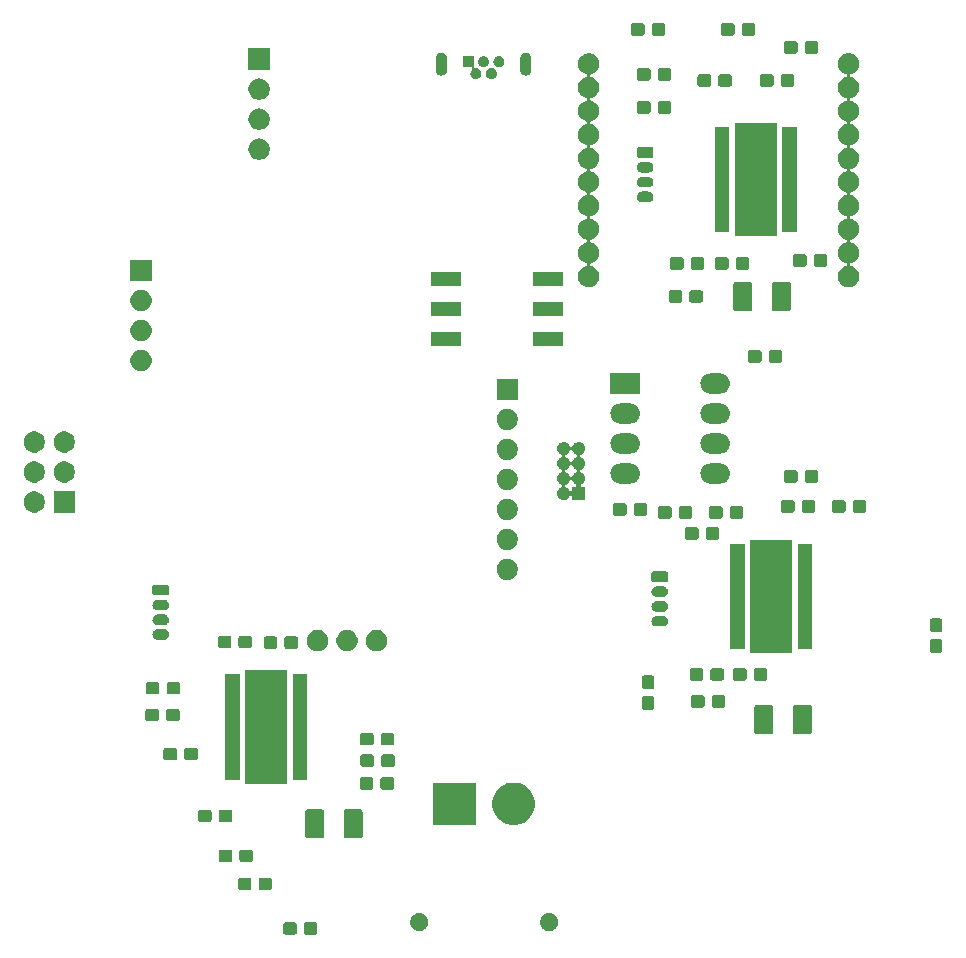
<source format=gbr>
G04 #@! TF.GenerationSoftware,KiCad,Pcbnew,(5.1.5)-3*
G04 #@! TF.CreationDate,2020-03-29T09:56:00+08:00*
G04 #@! TF.ProjectId,Misaka,4d697361-6b61-42e6-9b69-6361645f7063,rev?*
G04 #@! TF.SameCoordinates,Original*
G04 #@! TF.FileFunction,Soldermask,Bot*
G04 #@! TF.FilePolarity,Negative*
%FSLAX46Y46*%
G04 Gerber Fmt 4.6, Leading zero omitted, Abs format (unit mm)*
G04 Created by KiCad (PCBNEW (5.1.5)-3) date 2020-03-29 09:56:00*
%MOMM*%
%LPD*%
G04 APERTURE LIST*
%ADD10C,0.100000*%
G04 APERTURE END LIST*
D10*
G36*
X53379499Y-113178445D02*
G01*
X53416995Y-113189820D01*
X53451554Y-113208292D01*
X53481847Y-113233153D01*
X53506708Y-113263446D01*
X53525180Y-113298005D01*
X53536555Y-113335501D01*
X53541000Y-113380638D01*
X53541000Y-114019362D01*
X53536555Y-114064499D01*
X53525180Y-114101995D01*
X53506708Y-114136554D01*
X53481847Y-114166847D01*
X53451554Y-114191708D01*
X53416995Y-114210180D01*
X53379499Y-114221555D01*
X53334362Y-114226000D01*
X52595638Y-114226000D01*
X52550501Y-114221555D01*
X52513005Y-114210180D01*
X52478446Y-114191708D01*
X52448153Y-114166847D01*
X52423292Y-114136554D01*
X52404820Y-114101995D01*
X52393445Y-114064499D01*
X52389000Y-114019362D01*
X52389000Y-113380638D01*
X52393445Y-113335501D01*
X52404820Y-113298005D01*
X52423292Y-113263446D01*
X52448153Y-113233153D01*
X52478446Y-113208292D01*
X52513005Y-113189820D01*
X52550501Y-113178445D01*
X52595638Y-113174000D01*
X53334362Y-113174000D01*
X53379499Y-113178445D01*
G37*
G36*
X51629499Y-113178445D02*
G01*
X51666995Y-113189820D01*
X51701554Y-113208292D01*
X51731847Y-113233153D01*
X51756708Y-113263446D01*
X51775180Y-113298005D01*
X51786555Y-113335501D01*
X51791000Y-113380638D01*
X51791000Y-114019362D01*
X51786555Y-114064499D01*
X51775180Y-114101995D01*
X51756708Y-114136554D01*
X51731847Y-114166847D01*
X51701554Y-114191708D01*
X51666995Y-114210180D01*
X51629499Y-114221555D01*
X51584362Y-114226000D01*
X50845638Y-114226000D01*
X50800501Y-114221555D01*
X50763005Y-114210180D01*
X50728446Y-114191708D01*
X50698153Y-114166847D01*
X50673292Y-114136554D01*
X50654820Y-114101995D01*
X50643445Y-114064499D01*
X50639000Y-114019362D01*
X50639000Y-113380638D01*
X50643445Y-113335501D01*
X50654820Y-113298005D01*
X50673292Y-113263446D01*
X50698153Y-113233153D01*
X50728446Y-113208292D01*
X50763005Y-113189820D01*
X50800501Y-113178445D01*
X50845638Y-113174000D01*
X51584362Y-113174000D01*
X51629499Y-113178445D01*
G37*
G36*
X62369059Y-112437860D02*
G01*
X62505732Y-112494472D01*
X62628735Y-112576660D01*
X62733340Y-112681265D01*
X62733341Y-112681267D01*
X62815529Y-112804270D01*
X62872140Y-112940941D01*
X62901000Y-113086032D01*
X62901000Y-113233968D01*
X62889679Y-113290885D01*
X62872140Y-113379059D01*
X62815528Y-113515732D01*
X62733340Y-113638735D01*
X62628735Y-113743340D01*
X62505732Y-113825528D01*
X62505731Y-113825529D01*
X62505730Y-113825529D01*
X62369059Y-113882140D01*
X62223968Y-113911000D01*
X62076032Y-113911000D01*
X61930941Y-113882140D01*
X61794270Y-113825529D01*
X61794269Y-113825529D01*
X61794268Y-113825528D01*
X61671265Y-113743340D01*
X61566660Y-113638735D01*
X61484472Y-113515732D01*
X61427860Y-113379059D01*
X61410321Y-113290885D01*
X61399000Y-113233968D01*
X61399000Y-113086032D01*
X61427860Y-112940941D01*
X61484471Y-112804270D01*
X61566659Y-112681267D01*
X61566660Y-112681265D01*
X61671265Y-112576660D01*
X61794268Y-112494472D01*
X61930941Y-112437860D01*
X62076032Y-112409000D01*
X62223968Y-112409000D01*
X62369059Y-112437860D01*
G37*
G36*
X73369059Y-112437860D02*
G01*
X73505732Y-112494472D01*
X73628735Y-112576660D01*
X73733340Y-112681265D01*
X73733341Y-112681267D01*
X73815529Y-112804270D01*
X73872140Y-112940941D01*
X73901000Y-113086032D01*
X73901000Y-113233968D01*
X73889679Y-113290885D01*
X73872140Y-113379059D01*
X73815528Y-113515732D01*
X73733340Y-113638735D01*
X73628735Y-113743340D01*
X73505732Y-113825528D01*
X73505731Y-113825529D01*
X73505730Y-113825529D01*
X73369059Y-113882140D01*
X73223968Y-113911000D01*
X73076032Y-113911000D01*
X72930941Y-113882140D01*
X72794270Y-113825529D01*
X72794269Y-113825529D01*
X72794268Y-113825528D01*
X72671265Y-113743340D01*
X72566660Y-113638735D01*
X72484472Y-113515732D01*
X72427860Y-113379059D01*
X72410321Y-113290885D01*
X72399000Y-113233968D01*
X72399000Y-113086032D01*
X72427860Y-112940941D01*
X72484471Y-112804270D01*
X72566659Y-112681267D01*
X72566660Y-112681265D01*
X72671265Y-112576660D01*
X72794268Y-112494472D01*
X72930941Y-112437860D01*
X73076032Y-112409000D01*
X73223968Y-112409000D01*
X73369059Y-112437860D01*
G37*
G36*
X47789499Y-109408445D02*
G01*
X47826995Y-109419820D01*
X47861554Y-109438292D01*
X47891847Y-109463153D01*
X47916708Y-109493446D01*
X47935180Y-109528005D01*
X47946555Y-109565501D01*
X47951000Y-109610638D01*
X47951000Y-110249362D01*
X47946555Y-110294499D01*
X47935180Y-110331995D01*
X47916708Y-110366554D01*
X47891847Y-110396847D01*
X47861554Y-110421708D01*
X47826995Y-110440180D01*
X47789499Y-110451555D01*
X47744362Y-110456000D01*
X47005638Y-110456000D01*
X46960501Y-110451555D01*
X46923005Y-110440180D01*
X46888446Y-110421708D01*
X46858153Y-110396847D01*
X46833292Y-110366554D01*
X46814820Y-110331995D01*
X46803445Y-110294499D01*
X46799000Y-110249362D01*
X46799000Y-109610638D01*
X46803445Y-109565501D01*
X46814820Y-109528005D01*
X46833292Y-109493446D01*
X46858153Y-109463153D01*
X46888446Y-109438292D01*
X46923005Y-109419820D01*
X46960501Y-109408445D01*
X47005638Y-109404000D01*
X47744362Y-109404000D01*
X47789499Y-109408445D01*
G37*
G36*
X49539499Y-109408445D02*
G01*
X49576995Y-109419820D01*
X49611554Y-109438292D01*
X49641847Y-109463153D01*
X49666708Y-109493446D01*
X49685180Y-109528005D01*
X49696555Y-109565501D01*
X49701000Y-109610638D01*
X49701000Y-110249362D01*
X49696555Y-110294499D01*
X49685180Y-110331995D01*
X49666708Y-110366554D01*
X49641847Y-110396847D01*
X49611554Y-110421708D01*
X49576995Y-110440180D01*
X49539499Y-110451555D01*
X49494362Y-110456000D01*
X48755638Y-110456000D01*
X48710501Y-110451555D01*
X48673005Y-110440180D01*
X48638446Y-110421708D01*
X48608153Y-110396847D01*
X48583292Y-110366554D01*
X48564820Y-110331995D01*
X48553445Y-110294499D01*
X48549000Y-110249362D01*
X48549000Y-109610638D01*
X48553445Y-109565501D01*
X48564820Y-109528005D01*
X48583292Y-109493446D01*
X48608153Y-109463153D01*
X48638446Y-109438292D01*
X48673005Y-109419820D01*
X48710501Y-109408445D01*
X48755638Y-109404000D01*
X49494362Y-109404000D01*
X49539499Y-109408445D01*
G37*
G36*
X47919499Y-107028445D02*
G01*
X47956995Y-107039820D01*
X47991554Y-107058292D01*
X48021847Y-107083153D01*
X48046708Y-107113446D01*
X48065180Y-107148005D01*
X48076555Y-107185501D01*
X48081000Y-107230638D01*
X48081000Y-107869362D01*
X48076555Y-107914499D01*
X48065180Y-107951995D01*
X48046708Y-107986554D01*
X48021847Y-108016847D01*
X47991554Y-108041708D01*
X47956995Y-108060180D01*
X47919499Y-108071555D01*
X47874362Y-108076000D01*
X47135638Y-108076000D01*
X47090501Y-108071555D01*
X47053005Y-108060180D01*
X47018446Y-108041708D01*
X46988153Y-108016847D01*
X46963292Y-107986554D01*
X46944820Y-107951995D01*
X46933445Y-107914499D01*
X46929000Y-107869362D01*
X46929000Y-107230638D01*
X46933445Y-107185501D01*
X46944820Y-107148005D01*
X46963292Y-107113446D01*
X46988153Y-107083153D01*
X47018446Y-107058292D01*
X47053005Y-107039820D01*
X47090501Y-107028445D01*
X47135638Y-107024000D01*
X47874362Y-107024000D01*
X47919499Y-107028445D01*
G37*
G36*
X46169499Y-107028445D02*
G01*
X46206995Y-107039820D01*
X46241554Y-107058292D01*
X46271847Y-107083153D01*
X46296708Y-107113446D01*
X46315180Y-107148005D01*
X46326555Y-107185501D01*
X46331000Y-107230638D01*
X46331000Y-107869362D01*
X46326555Y-107914499D01*
X46315180Y-107951995D01*
X46296708Y-107986554D01*
X46271847Y-108016847D01*
X46241554Y-108041708D01*
X46206995Y-108060180D01*
X46169499Y-108071555D01*
X46124362Y-108076000D01*
X45385638Y-108076000D01*
X45340501Y-108071555D01*
X45303005Y-108060180D01*
X45268446Y-108041708D01*
X45238153Y-108016847D01*
X45213292Y-107986554D01*
X45194820Y-107951995D01*
X45183445Y-107914499D01*
X45179000Y-107869362D01*
X45179000Y-107230638D01*
X45183445Y-107185501D01*
X45194820Y-107148005D01*
X45213292Y-107113446D01*
X45238153Y-107083153D01*
X45268446Y-107058292D01*
X45303005Y-107039820D01*
X45340501Y-107028445D01*
X45385638Y-107024000D01*
X46124362Y-107024000D01*
X46169499Y-107028445D01*
G37*
G36*
X57208048Y-103628122D02*
G01*
X57242387Y-103638539D01*
X57274036Y-103655456D01*
X57301778Y-103678222D01*
X57324544Y-103705964D01*
X57341461Y-103737613D01*
X57351878Y-103771952D01*
X57356000Y-103813807D01*
X57356000Y-105886193D01*
X57351878Y-105928048D01*
X57341461Y-105962387D01*
X57324544Y-105994036D01*
X57301778Y-106021778D01*
X57274036Y-106044544D01*
X57242387Y-106061461D01*
X57208048Y-106071878D01*
X57166193Y-106076000D01*
X55943807Y-106076000D01*
X55901952Y-106071878D01*
X55867613Y-106061461D01*
X55835964Y-106044544D01*
X55808222Y-106021778D01*
X55785456Y-105994036D01*
X55768539Y-105962387D01*
X55758122Y-105928048D01*
X55754000Y-105886193D01*
X55754000Y-103813807D01*
X55758122Y-103771952D01*
X55768539Y-103737613D01*
X55785456Y-103705964D01*
X55808222Y-103678222D01*
X55835964Y-103655456D01*
X55867613Y-103638539D01*
X55901952Y-103628122D01*
X55943807Y-103624000D01*
X57166193Y-103624000D01*
X57208048Y-103628122D01*
G37*
G36*
X53958048Y-103628122D02*
G01*
X53992387Y-103638539D01*
X54024036Y-103655456D01*
X54051778Y-103678222D01*
X54074544Y-103705964D01*
X54091461Y-103737613D01*
X54101878Y-103771952D01*
X54106000Y-103813807D01*
X54106000Y-105886193D01*
X54101878Y-105928048D01*
X54091461Y-105962387D01*
X54074544Y-105994036D01*
X54051778Y-106021778D01*
X54024036Y-106044544D01*
X53992387Y-106061461D01*
X53958048Y-106071878D01*
X53916193Y-106076000D01*
X52693807Y-106076000D01*
X52651952Y-106071878D01*
X52617613Y-106061461D01*
X52585964Y-106044544D01*
X52558222Y-106021778D01*
X52535456Y-105994036D01*
X52518539Y-105962387D01*
X52508122Y-105928048D01*
X52504000Y-105886193D01*
X52504000Y-103813807D01*
X52508122Y-103771952D01*
X52518539Y-103737613D01*
X52535456Y-103705964D01*
X52558222Y-103678222D01*
X52585964Y-103655456D01*
X52617613Y-103638539D01*
X52651952Y-103628122D01*
X52693807Y-103624000D01*
X53916193Y-103624000D01*
X53958048Y-103628122D01*
G37*
G36*
X70675331Y-101428211D02*
G01*
X71003092Y-101563974D01*
X71298070Y-101761072D01*
X71548928Y-102011930D01*
X71746026Y-102306908D01*
X71881789Y-102634669D01*
X71951000Y-102982616D01*
X71951000Y-103337384D01*
X71881789Y-103685331D01*
X71746026Y-104013092D01*
X71548928Y-104308070D01*
X71298070Y-104558928D01*
X71003092Y-104756026D01*
X70675331Y-104891789D01*
X70327384Y-104961000D01*
X69972616Y-104961000D01*
X69624669Y-104891789D01*
X69296908Y-104756026D01*
X69001930Y-104558928D01*
X68751072Y-104308070D01*
X68553974Y-104013092D01*
X68418211Y-103685331D01*
X68349000Y-103337384D01*
X68349000Y-102982616D01*
X68418211Y-102634669D01*
X68553974Y-102306908D01*
X68751072Y-102011930D01*
X69001930Y-101761072D01*
X69296908Y-101563974D01*
X69624669Y-101428211D01*
X69972616Y-101359000D01*
X70327384Y-101359000D01*
X70675331Y-101428211D01*
G37*
G36*
X66951000Y-104961000D02*
G01*
X63349000Y-104961000D01*
X63349000Y-101359000D01*
X66951000Y-101359000D01*
X66951000Y-104961000D01*
G37*
G36*
X46159499Y-103658445D02*
G01*
X46196995Y-103669820D01*
X46231554Y-103688292D01*
X46261847Y-103713153D01*
X46286708Y-103743446D01*
X46305180Y-103778005D01*
X46316555Y-103815501D01*
X46321000Y-103860638D01*
X46321000Y-104499362D01*
X46316555Y-104544499D01*
X46305180Y-104581995D01*
X46286708Y-104616554D01*
X46261847Y-104646847D01*
X46231554Y-104671708D01*
X46196995Y-104690180D01*
X46159499Y-104701555D01*
X46114362Y-104706000D01*
X45375638Y-104706000D01*
X45330501Y-104701555D01*
X45293005Y-104690180D01*
X45258446Y-104671708D01*
X45228153Y-104646847D01*
X45203292Y-104616554D01*
X45184820Y-104581995D01*
X45173445Y-104544499D01*
X45169000Y-104499362D01*
X45169000Y-103860638D01*
X45173445Y-103815501D01*
X45184820Y-103778005D01*
X45203292Y-103743446D01*
X45228153Y-103713153D01*
X45258446Y-103688292D01*
X45293005Y-103669820D01*
X45330501Y-103658445D01*
X45375638Y-103654000D01*
X46114362Y-103654000D01*
X46159499Y-103658445D01*
G37*
G36*
X44409499Y-103658445D02*
G01*
X44446995Y-103669820D01*
X44481554Y-103688292D01*
X44511847Y-103713153D01*
X44536708Y-103743446D01*
X44555180Y-103778005D01*
X44566555Y-103815501D01*
X44571000Y-103860638D01*
X44571000Y-104499362D01*
X44566555Y-104544499D01*
X44555180Y-104581995D01*
X44536708Y-104616554D01*
X44511847Y-104646847D01*
X44481554Y-104671708D01*
X44446995Y-104690180D01*
X44409499Y-104701555D01*
X44364362Y-104706000D01*
X43625638Y-104706000D01*
X43580501Y-104701555D01*
X43543005Y-104690180D01*
X43508446Y-104671708D01*
X43478153Y-104646847D01*
X43453292Y-104616554D01*
X43434820Y-104581995D01*
X43423445Y-104544499D01*
X43419000Y-104499362D01*
X43419000Y-103860638D01*
X43423445Y-103815501D01*
X43434820Y-103778005D01*
X43453292Y-103743446D01*
X43478153Y-103713153D01*
X43508446Y-103688292D01*
X43543005Y-103669820D01*
X43580501Y-103658445D01*
X43625638Y-103654000D01*
X44364362Y-103654000D01*
X44409499Y-103658445D01*
G37*
G36*
X59859499Y-100908445D02*
G01*
X59896995Y-100919820D01*
X59931554Y-100938292D01*
X59961847Y-100963153D01*
X59986708Y-100993446D01*
X60005180Y-101028005D01*
X60016555Y-101065501D01*
X60021000Y-101110638D01*
X60021000Y-101749362D01*
X60016555Y-101794499D01*
X60005180Y-101831995D01*
X59986708Y-101866554D01*
X59961847Y-101896847D01*
X59931554Y-101921708D01*
X59896995Y-101940180D01*
X59859499Y-101951555D01*
X59814362Y-101956000D01*
X59075638Y-101956000D01*
X59030501Y-101951555D01*
X58993005Y-101940180D01*
X58958446Y-101921708D01*
X58928153Y-101896847D01*
X58903292Y-101866554D01*
X58884820Y-101831995D01*
X58873445Y-101794499D01*
X58869000Y-101749362D01*
X58869000Y-101110638D01*
X58873445Y-101065501D01*
X58884820Y-101028005D01*
X58903292Y-100993446D01*
X58928153Y-100963153D01*
X58958446Y-100938292D01*
X58993005Y-100919820D01*
X59030501Y-100908445D01*
X59075638Y-100904000D01*
X59814362Y-100904000D01*
X59859499Y-100908445D01*
G37*
G36*
X58109499Y-100908445D02*
G01*
X58146995Y-100919820D01*
X58181554Y-100938292D01*
X58211847Y-100963153D01*
X58236708Y-100993446D01*
X58255180Y-101028005D01*
X58266555Y-101065501D01*
X58271000Y-101110638D01*
X58271000Y-101749362D01*
X58266555Y-101794499D01*
X58255180Y-101831995D01*
X58236708Y-101866554D01*
X58211847Y-101896847D01*
X58181554Y-101921708D01*
X58146995Y-101940180D01*
X58109499Y-101951555D01*
X58064362Y-101956000D01*
X57325638Y-101956000D01*
X57280501Y-101951555D01*
X57243005Y-101940180D01*
X57208446Y-101921708D01*
X57178153Y-101896847D01*
X57153292Y-101866554D01*
X57134820Y-101831995D01*
X57123445Y-101794499D01*
X57119000Y-101749362D01*
X57119000Y-101110638D01*
X57123445Y-101065501D01*
X57134820Y-101028005D01*
X57153292Y-100993446D01*
X57178153Y-100963153D01*
X57208446Y-100938292D01*
X57243005Y-100919820D01*
X57280501Y-100908445D01*
X57325638Y-100904000D01*
X58064362Y-100904000D01*
X58109499Y-100908445D01*
G37*
G36*
X50941000Y-101466000D02*
G01*
X47439000Y-101466000D01*
X47439000Y-91864000D01*
X50941000Y-91864000D01*
X50941000Y-101466000D01*
G37*
G36*
X52641000Y-101141000D02*
G01*
X51439000Y-101141000D01*
X51439000Y-92189000D01*
X52641000Y-92189000D01*
X52641000Y-101141000D01*
G37*
G36*
X46941000Y-101141000D02*
G01*
X45739000Y-101141000D01*
X45739000Y-92189000D01*
X46941000Y-92189000D01*
X46941000Y-101141000D01*
G37*
G36*
X58169499Y-98978445D02*
G01*
X58206995Y-98989820D01*
X58241554Y-99008292D01*
X58271847Y-99033153D01*
X58296708Y-99063446D01*
X58315180Y-99098005D01*
X58326555Y-99135501D01*
X58331000Y-99180638D01*
X58331000Y-99819362D01*
X58326555Y-99864499D01*
X58315180Y-99901995D01*
X58296708Y-99936554D01*
X58271847Y-99966847D01*
X58241554Y-99991708D01*
X58206995Y-100010180D01*
X58169499Y-100021555D01*
X58124362Y-100026000D01*
X57385638Y-100026000D01*
X57340501Y-100021555D01*
X57303005Y-100010180D01*
X57268446Y-99991708D01*
X57238153Y-99966847D01*
X57213292Y-99936554D01*
X57194820Y-99901995D01*
X57183445Y-99864499D01*
X57179000Y-99819362D01*
X57179000Y-99180638D01*
X57183445Y-99135501D01*
X57194820Y-99098005D01*
X57213292Y-99063446D01*
X57238153Y-99033153D01*
X57268446Y-99008292D01*
X57303005Y-98989820D01*
X57340501Y-98978445D01*
X57385638Y-98974000D01*
X58124362Y-98974000D01*
X58169499Y-98978445D01*
G37*
G36*
X59919499Y-98978445D02*
G01*
X59956995Y-98989820D01*
X59991554Y-99008292D01*
X60021847Y-99033153D01*
X60046708Y-99063446D01*
X60065180Y-99098005D01*
X60076555Y-99135501D01*
X60081000Y-99180638D01*
X60081000Y-99819362D01*
X60076555Y-99864499D01*
X60065180Y-99901995D01*
X60046708Y-99936554D01*
X60021847Y-99966847D01*
X59991554Y-99991708D01*
X59956995Y-100010180D01*
X59919499Y-100021555D01*
X59874362Y-100026000D01*
X59135638Y-100026000D01*
X59090501Y-100021555D01*
X59053005Y-100010180D01*
X59018446Y-99991708D01*
X58988153Y-99966847D01*
X58963292Y-99936554D01*
X58944820Y-99901995D01*
X58933445Y-99864499D01*
X58929000Y-99819362D01*
X58929000Y-99180638D01*
X58933445Y-99135501D01*
X58944820Y-99098005D01*
X58963292Y-99063446D01*
X58988153Y-99033153D01*
X59018446Y-99008292D01*
X59053005Y-98989820D01*
X59090501Y-98978445D01*
X59135638Y-98974000D01*
X59874362Y-98974000D01*
X59919499Y-98978445D01*
G37*
G36*
X43239499Y-98428445D02*
G01*
X43276995Y-98439820D01*
X43311554Y-98458292D01*
X43341847Y-98483153D01*
X43366708Y-98513446D01*
X43385180Y-98548005D01*
X43396555Y-98585501D01*
X43401000Y-98630638D01*
X43401000Y-99269362D01*
X43396555Y-99314499D01*
X43385180Y-99351995D01*
X43366708Y-99386554D01*
X43341847Y-99416847D01*
X43311554Y-99441708D01*
X43276995Y-99460180D01*
X43239499Y-99471555D01*
X43194362Y-99476000D01*
X42455638Y-99476000D01*
X42410501Y-99471555D01*
X42373005Y-99460180D01*
X42338446Y-99441708D01*
X42308153Y-99416847D01*
X42283292Y-99386554D01*
X42264820Y-99351995D01*
X42253445Y-99314499D01*
X42249000Y-99269362D01*
X42249000Y-98630638D01*
X42253445Y-98585501D01*
X42264820Y-98548005D01*
X42283292Y-98513446D01*
X42308153Y-98483153D01*
X42338446Y-98458292D01*
X42373005Y-98439820D01*
X42410501Y-98428445D01*
X42455638Y-98424000D01*
X43194362Y-98424000D01*
X43239499Y-98428445D01*
G37*
G36*
X41489499Y-98428445D02*
G01*
X41526995Y-98439820D01*
X41561554Y-98458292D01*
X41591847Y-98483153D01*
X41616708Y-98513446D01*
X41635180Y-98548005D01*
X41646555Y-98585501D01*
X41651000Y-98630638D01*
X41651000Y-99269362D01*
X41646555Y-99314499D01*
X41635180Y-99351995D01*
X41616708Y-99386554D01*
X41591847Y-99416847D01*
X41561554Y-99441708D01*
X41526995Y-99460180D01*
X41489499Y-99471555D01*
X41444362Y-99476000D01*
X40705638Y-99476000D01*
X40660501Y-99471555D01*
X40623005Y-99460180D01*
X40588446Y-99441708D01*
X40558153Y-99416847D01*
X40533292Y-99386554D01*
X40514820Y-99351995D01*
X40503445Y-99314499D01*
X40499000Y-99269362D01*
X40499000Y-98630638D01*
X40503445Y-98585501D01*
X40514820Y-98548005D01*
X40533292Y-98513446D01*
X40558153Y-98483153D01*
X40588446Y-98458292D01*
X40623005Y-98439820D01*
X40660501Y-98428445D01*
X40705638Y-98424000D01*
X41444362Y-98424000D01*
X41489499Y-98428445D01*
G37*
G36*
X58129499Y-97168445D02*
G01*
X58166995Y-97179820D01*
X58201554Y-97198292D01*
X58231847Y-97223153D01*
X58256708Y-97253446D01*
X58275180Y-97288005D01*
X58286555Y-97325501D01*
X58291000Y-97370638D01*
X58291000Y-98009362D01*
X58286555Y-98054499D01*
X58275180Y-98091995D01*
X58256708Y-98126554D01*
X58231847Y-98156847D01*
X58201554Y-98181708D01*
X58166995Y-98200180D01*
X58129499Y-98211555D01*
X58084362Y-98216000D01*
X57345638Y-98216000D01*
X57300501Y-98211555D01*
X57263005Y-98200180D01*
X57228446Y-98181708D01*
X57198153Y-98156847D01*
X57173292Y-98126554D01*
X57154820Y-98091995D01*
X57143445Y-98054499D01*
X57139000Y-98009362D01*
X57139000Y-97370638D01*
X57143445Y-97325501D01*
X57154820Y-97288005D01*
X57173292Y-97253446D01*
X57198153Y-97223153D01*
X57228446Y-97198292D01*
X57263005Y-97179820D01*
X57300501Y-97168445D01*
X57345638Y-97164000D01*
X58084362Y-97164000D01*
X58129499Y-97168445D01*
G37*
G36*
X59879499Y-97168445D02*
G01*
X59916995Y-97179820D01*
X59951554Y-97198292D01*
X59981847Y-97223153D01*
X60006708Y-97253446D01*
X60025180Y-97288005D01*
X60036555Y-97325501D01*
X60041000Y-97370638D01*
X60041000Y-98009362D01*
X60036555Y-98054499D01*
X60025180Y-98091995D01*
X60006708Y-98126554D01*
X59981847Y-98156847D01*
X59951554Y-98181708D01*
X59916995Y-98200180D01*
X59879499Y-98211555D01*
X59834362Y-98216000D01*
X59095638Y-98216000D01*
X59050501Y-98211555D01*
X59013005Y-98200180D01*
X58978446Y-98181708D01*
X58948153Y-98156847D01*
X58923292Y-98126554D01*
X58904820Y-98091995D01*
X58893445Y-98054499D01*
X58889000Y-98009362D01*
X58889000Y-97370638D01*
X58893445Y-97325501D01*
X58904820Y-97288005D01*
X58923292Y-97253446D01*
X58948153Y-97223153D01*
X58978446Y-97198292D01*
X59013005Y-97179820D01*
X59050501Y-97168445D01*
X59095638Y-97164000D01*
X59834362Y-97164000D01*
X59879499Y-97168445D01*
G37*
G36*
X95242048Y-94790122D02*
G01*
X95276387Y-94800539D01*
X95308036Y-94817456D01*
X95335778Y-94840222D01*
X95358544Y-94867964D01*
X95375461Y-94899613D01*
X95385878Y-94933952D01*
X95390000Y-94975807D01*
X95390000Y-97048193D01*
X95385878Y-97090048D01*
X95375461Y-97124387D01*
X95358544Y-97156036D01*
X95335778Y-97183778D01*
X95308036Y-97206544D01*
X95276387Y-97223461D01*
X95242048Y-97233878D01*
X95200193Y-97238000D01*
X93977807Y-97238000D01*
X93935952Y-97233878D01*
X93901613Y-97223461D01*
X93869964Y-97206544D01*
X93842222Y-97183778D01*
X93819456Y-97156036D01*
X93802539Y-97124387D01*
X93792122Y-97090048D01*
X93788000Y-97048193D01*
X93788000Y-94975807D01*
X93792122Y-94933952D01*
X93802539Y-94899613D01*
X93819456Y-94867964D01*
X93842222Y-94840222D01*
X93869964Y-94817456D01*
X93901613Y-94800539D01*
X93935952Y-94790122D01*
X93977807Y-94786000D01*
X95200193Y-94786000D01*
X95242048Y-94790122D01*
G37*
G36*
X91992048Y-94790122D02*
G01*
X92026387Y-94800539D01*
X92058036Y-94817456D01*
X92085778Y-94840222D01*
X92108544Y-94867964D01*
X92125461Y-94899613D01*
X92135878Y-94933952D01*
X92140000Y-94975807D01*
X92140000Y-97048193D01*
X92135878Y-97090048D01*
X92125461Y-97124387D01*
X92108544Y-97156036D01*
X92085778Y-97183778D01*
X92058036Y-97206544D01*
X92026387Y-97223461D01*
X91992048Y-97233878D01*
X91950193Y-97238000D01*
X90727807Y-97238000D01*
X90685952Y-97233878D01*
X90651613Y-97223461D01*
X90619964Y-97206544D01*
X90592222Y-97183778D01*
X90569456Y-97156036D01*
X90552539Y-97124387D01*
X90542122Y-97090048D01*
X90538000Y-97048193D01*
X90538000Y-94975807D01*
X90542122Y-94933952D01*
X90552539Y-94899613D01*
X90569456Y-94867964D01*
X90592222Y-94840222D01*
X90619964Y-94817456D01*
X90651613Y-94800539D01*
X90685952Y-94790122D01*
X90727807Y-94786000D01*
X91950193Y-94786000D01*
X91992048Y-94790122D01*
G37*
G36*
X41709499Y-95108445D02*
G01*
X41746995Y-95119820D01*
X41781554Y-95138292D01*
X41811847Y-95163153D01*
X41836708Y-95193446D01*
X41855180Y-95228005D01*
X41866555Y-95265501D01*
X41871000Y-95310638D01*
X41871000Y-95949362D01*
X41866555Y-95994499D01*
X41855180Y-96031995D01*
X41836708Y-96066554D01*
X41811847Y-96096847D01*
X41781554Y-96121708D01*
X41746995Y-96140180D01*
X41709499Y-96151555D01*
X41664362Y-96156000D01*
X40925638Y-96156000D01*
X40880501Y-96151555D01*
X40843005Y-96140180D01*
X40808446Y-96121708D01*
X40778153Y-96096847D01*
X40753292Y-96066554D01*
X40734820Y-96031995D01*
X40723445Y-95994499D01*
X40719000Y-95949362D01*
X40719000Y-95310638D01*
X40723445Y-95265501D01*
X40734820Y-95228005D01*
X40753292Y-95193446D01*
X40778153Y-95163153D01*
X40808446Y-95138292D01*
X40843005Y-95119820D01*
X40880501Y-95108445D01*
X40925638Y-95104000D01*
X41664362Y-95104000D01*
X41709499Y-95108445D01*
G37*
G36*
X39959499Y-95108445D02*
G01*
X39996995Y-95119820D01*
X40031554Y-95138292D01*
X40061847Y-95163153D01*
X40086708Y-95193446D01*
X40105180Y-95228005D01*
X40116555Y-95265501D01*
X40121000Y-95310638D01*
X40121000Y-95949362D01*
X40116555Y-95994499D01*
X40105180Y-96031995D01*
X40086708Y-96066554D01*
X40061847Y-96096847D01*
X40031554Y-96121708D01*
X39996995Y-96140180D01*
X39959499Y-96151555D01*
X39914362Y-96156000D01*
X39175638Y-96156000D01*
X39130501Y-96151555D01*
X39093005Y-96140180D01*
X39058446Y-96121708D01*
X39028153Y-96096847D01*
X39003292Y-96066554D01*
X38984820Y-96031995D01*
X38973445Y-95994499D01*
X38969000Y-95949362D01*
X38969000Y-95310638D01*
X38973445Y-95265501D01*
X38984820Y-95228005D01*
X39003292Y-95193446D01*
X39028153Y-95163153D01*
X39058446Y-95138292D01*
X39093005Y-95119820D01*
X39130501Y-95108445D01*
X39175638Y-95104000D01*
X39914362Y-95104000D01*
X39959499Y-95108445D01*
G37*
G36*
X81898499Y-94029445D02*
G01*
X81935995Y-94040820D01*
X81970554Y-94059292D01*
X82000847Y-94084153D01*
X82025708Y-94114446D01*
X82044180Y-94149005D01*
X82055555Y-94186501D01*
X82060000Y-94231638D01*
X82060000Y-94970362D01*
X82055555Y-95015499D01*
X82044180Y-95052995D01*
X82025708Y-95087554D01*
X82000847Y-95117847D01*
X81970554Y-95142708D01*
X81935995Y-95161180D01*
X81898499Y-95172555D01*
X81853362Y-95177000D01*
X81214638Y-95177000D01*
X81169501Y-95172555D01*
X81132005Y-95161180D01*
X81097446Y-95142708D01*
X81067153Y-95117847D01*
X81042292Y-95087554D01*
X81023820Y-95052995D01*
X81012445Y-95015499D01*
X81008000Y-94970362D01*
X81008000Y-94231638D01*
X81012445Y-94186501D01*
X81023820Y-94149005D01*
X81042292Y-94114446D01*
X81067153Y-94084153D01*
X81097446Y-94059292D01*
X81132005Y-94040820D01*
X81169501Y-94029445D01*
X81214638Y-94025000D01*
X81853362Y-94025000D01*
X81898499Y-94029445D01*
G37*
G36*
X87903499Y-93966445D02*
G01*
X87940995Y-93977820D01*
X87975554Y-93996292D01*
X88005847Y-94021153D01*
X88030708Y-94051446D01*
X88049180Y-94086005D01*
X88060555Y-94123501D01*
X88065000Y-94168638D01*
X88065000Y-94807362D01*
X88060555Y-94852499D01*
X88049180Y-94889995D01*
X88030708Y-94924554D01*
X88005847Y-94954847D01*
X87975554Y-94979708D01*
X87940995Y-94998180D01*
X87903499Y-95009555D01*
X87858362Y-95014000D01*
X87119638Y-95014000D01*
X87074501Y-95009555D01*
X87037005Y-94998180D01*
X87002446Y-94979708D01*
X86972153Y-94954847D01*
X86947292Y-94924554D01*
X86928820Y-94889995D01*
X86917445Y-94852499D01*
X86913000Y-94807362D01*
X86913000Y-94168638D01*
X86917445Y-94123501D01*
X86928820Y-94086005D01*
X86947292Y-94051446D01*
X86972153Y-94021153D01*
X87002446Y-93996292D01*
X87037005Y-93977820D01*
X87074501Y-93966445D01*
X87119638Y-93962000D01*
X87858362Y-93962000D01*
X87903499Y-93966445D01*
G37*
G36*
X86153499Y-93966445D02*
G01*
X86190995Y-93977820D01*
X86225554Y-93996292D01*
X86255847Y-94021153D01*
X86280708Y-94051446D01*
X86299180Y-94086005D01*
X86310555Y-94123501D01*
X86315000Y-94168638D01*
X86315000Y-94807362D01*
X86310555Y-94852499D01*
X86299180Y-94889995D01*
X86280708Y-94924554D01*
X86255847Y-94954847D01*
X86225554Y-94979708D01*
X86190995Y-94998180D01*
X86153499Y-95009555D01*
X86108362Y-95014000D01*
X85369638Y-95014000D01*
X85324501Y-95009555D01*
X85287005Y-94998180D01*
X85252446Y-94979708D01*
X85222153Y-94954847D01*
X85197292Y-94924554D01*
X85178820Y-94889995D01*
X85167445Y-94852499D01*
X85163000Y-94807362D01*
X85163000Y-94168638D01*
X85167445Y-94123501D01*
X85178820Y-94086005D01*
X85197292Y-94051446D01*
X85222153Y-94021153D01*
X85252446Y-93996292D01*
X85287005Y-93977820D01*
X85324501Y-93966445D01*
X85369638Y-93962000D01*
X86108362Y-93962000D01*
X86153499Y-93966445D01*
G37*
G36*
X41749499Y-92828445D02*
G01*
X41786995Y-92839820D01*
X41821554Y-92858292D01*
X41851847Y-92883153D01*
X41876708Y-92913446D01*
X41895180Y-92948005D01*
X41906555Y-92985501D01*
X41911000Y-93030638D01*
X41911000Y-93669362D01*
X41906555Y-93714499D01*
X41895180Y-93751995D01*
X41876708Y-93786554D01*
X41851847Y-93816847D01*
X41821554Y-93841708D01*
X41786995Y-93860180D01*
X41749499Y-93871555D01*
X41704362Y-93876000D01*
X40965638Y-93876000D01*
X40920501Y-93871555D01*
X40883005Y-93860180D01*
X40848446Y-93841708D01*
X40818153Y-93816847D01*
X40793292Y-93786554D01*
X40774820Y-93751995D01*
X40763445Y-93714499D01*
X40759000Y-93669362D01*
X40759000Y-93030638D01*
X40763445Y-92985501D01*
X40774820Y-92948005D01*
X40793292Y-92913446D01*
X40818153Y-92883153D01*
X40848446Y-92858292D01*
X40883005Y-92839820D01*
X40920501Y-92828445D01*
X40965638Y-92824000D01*
X41704362Y-92824000D01*
X41749499Y-92828445D01*
G37*
G36*
X39999499Y-92828445D02*
G01*
X40036995Y-92839820D01*
X40071554Y-92858292D01*
X40101847Y-92883153D01*
X40126708Y-92913446D01*
X40145180Y-92948005D01*
X40156555Y-92985501D01*
X40161000Y-93030638D01*
X40161000Y-93669362D01*
X40156555Y-93714499D01*
X40145180Y-93751995D01*
X40126708Y-93786554D01*
X40101847Y-93816847D01*
X40071554Y-93841708D01*
X40036995Y-93860180D01*
X39999499Y-93871555D01*
X39954362Y-93876000D01*
X39215638Y-93876000D01*
X39170501Y-93871555D01*
X39133005Y-93860180D01*
X39098446Y-93841708D01*
X39068153Y-93816847D01*
X39043292Y-93786554D01*
X39024820Y-93751995D01*
X39013445Y-93714499D01*
X39009000Y-93669362D01*
X39009000Y-93030638D01*
X39013445Y-92985501D01*
X39024820Y-92948005D01*
X39043292Y-92913446D01*
X39068153Y-92883153D01*
X39098446Y-92858292D01*
X39133005Y-92839820D01*
X39170501Y-92828445D01*
X39215638Y-92824000D01*
X39954362Y-92824000D01*
X39999499Y-92828445D01*
G37*
G36*
X81898499Y-92279445D02*
G01*
X81935995Y-92290820D01*
X81970554Y-92309292D01*
X82000847Y-92334153D01*
X82025708Y-92364446D01*
X82044180Y-92399005D01*
X82055555Y-92436501D01*
X82060000Y-92481638D01*
X82060000Y-93220362D01*
X82055555Y-93265499D01*
X82044180Y-93302995D01*
X82025708Y-93337554D01*
X82000847Y-93367847D01*
X81970554Y-93392708D01*
X81935995Y-93411180D01*
X81898499Y-93422555D01*
X81853362Y-93427000D01*
X81214638Y-93427000D01*
X81169501Y-93422555D01*
X81132005Y-93411180D01*
X81097446Y-93392708D01*
X81067153Y-93367847D01*
X81042292Y-93337554D01*
X81023820Y-93302995D01*
X81012445Y-93265499D01*
X81008000Y-93220362D01*
X81008000Y-92481638D01*
X81012445Y-92436501D01*
X81023820Y-92399005D01*
X81042292Y-92364446D01*
X81067153Y-92334153D01*
X81097446Y-92309292D01*
X81132005Y-92290820D01*
X81169501Y-92279445D01*
X81214638Y-92275000D01*
X81853362Y-92275000D01*
X81898499Y-92279445D01*
G37*
G36*
X87790499Y-91680445D02*
G01*
X87827995Y-91691820D01*
X87862554Y-91710292D01*
X87892847Y-91735153D01*
X87917708Y-91765446D01*
X87936180Y-91800005D01*
X87947555Y-91837501D01*
X87952000Y-91882638D01*
X87952000Y-92521362D01*
X87947555Y-92566499D01*
X87936180Y-92603995D01*
X87917708Y-92638554D01*
X87892847Y-92668847D01*
X87862554Y-92693708D01*
X87827995Y-92712180D01*
X87790499Y-92723555D01*
X87745362Y-92728000D01*
X87006638Y-92728000D01*
X86961501Y-92723555D01*
X86924005Y-92712180D01*
X86889446Y-92693708D01*
X86859153Y-92668847D01*
X86834292Y-92638554D01*
X86815820Y-92603995D01*
X86804445Y-92566499D01*
X86800000Y-92521362D01*
X86800000Y-91882638D01*
X86804445Y-91837501D01*
X86815820Y-91800005D01*
X86834292Y-91765446D01*
X86859153Y-91735153D01*
X86889446Y-91710292D01*
X86924005Y-91691820D01*
X86961501Y-91680445D01*
X87006638Y-91676000D01*
X87745362Y-91676000D01*
X87790499Y-91680445D01*
G37*
G36*
X89709499Y-91680445D02*
G01*
X89746995Y-91691820D01*
X89781554Y-91710292D01*
X89811847Y-91735153D01*
X89836708Y-91765446D01*
X89855180Y-91800005D01*
X89866555Y-91837501D01*
X89871000Y-91882638D01*
X89871000Y-92521362D01*
X89866555Y-92566499D01*
X89855180Y-92603995D01*
X89836708Y-92638554D01*
X89811847Y-92668847D01*
X89781554Y-92693708D01*
X89746995Y-92712180D01*
X89709499Y-92723555D01*
X89664362Y-92728000D01*
X88925638Y-92728000D01*
X88880501Y-92723555D01*
X88843005Y-92712180D01*
X88808446Y-92693708D01*
X88778153Y-92668847D01*
X88753292Y-92638554D01*
X88734820Y-92603995D01*
X88723445Y-92566499D01*
X88719000Y-92521362D01*
X88719000Y-91882638D01*
X88723445Y-91837501D01*
X88734820Y-91800005D01*
X88753292Y-91765446D01*
X88778153Y-91735153D01*
X88808446Y-91710292D01*
X88843005Y-91691820D01*
X88880501Y-91680445D01*
X88925638Y-91676000D01*
X89664362Y-91676000D01*
X89709499Y-91680445D01*
G37*
G36*
X91459499Y-91680445D02*
G01*
X91496995Y-91691820D01*
X91531554Y-91710292D01*
X91561847Y-91735153D01*
X91586708Y-91765446D01*
X91605180Y-91800005D01*
X91616555Y-91837501D01*
X91621000Y-91882638D01*
X91621000Y-92521362D01*
X91616555Y-92566499D01*
X91605180Y-92603995D01*
X91586708Y-92638554D01*
X91561847Y-92668847D01*
X91531554Y-92693708D01*
X91496995Y-92712180D01*
X91459499Y-92723555D01*
X91414362Y-92728000D01*
X90675638Y-92728000D01*
X90630501Y-92723555D01*
X90593005Y-92712180D01*
X90558446Y-92693708D01*
X90528153Y-92668847D01*
X90503292Y-92638554D01*
X90484820Y-92603995D01*
X90473445Y-92566499D01*
X90469000Y-92521362D01*
X90469000Y-91882638D01*
X90473445Y-91837501D01*
X90484820Y-91800005D01*
X90503292Y-91765446D01*
X90528153Y-91735153D01*
X90558446Y-91710292D01*
X90593005Y-91691820D01*
X90630501Y-91680445D01*
X90675638Y-91676000D01*
X91414362Y-91676000D01*
X91459499Y-91680445D01*
G37*
G36*
X86040499Y-91680445D02*
G01*
X86077995Y-91691820D01*
X86112554Y-91710292D01*
X86142847Y-91735153D01*
X86167708Y-91765446D01*
X86186180Y-91800005D01*
X86197555Y-91837501D01*
X86202000Y-91882638D01*
X86202000Y-92521362D01*
X86197555Y-92566499D01*
X86186180Y-92603995D01*
X86167708Y-92638554D01*
X86142847Y-92668847D01*
X86112554Y-92693708D01*
X86077995Y-92712180D01*
X86040499Y-92723555D01*
X85995362Y-92728000D01*
X85256638Y-92728000D01*
X85211501Y-92723555D01*
X85174005Y-92712180D01*
X85139446Y-92693708D01*
X85109153Y-92668847D01*
X85084292Y-92638554D01*
X85065820Y-92603995D01*
X85054445Y-92566499D01*
X85050000Y-92521362D01*
X85050000Y-91882638D01*
X85054445Y-91837501D01*
X85065820Y-91800005D01*
X85084292Y-91765446D01*
X85109153Y-91735153D01*
X85139446Y-91710292D01*
X85174005Y-91691820D01*
X85211501Y-91680445D01*
X85256638Y-91676000D01*
X85995362Y-91676000D01*
X86040499Y-91680445D01*
G37*
G36*
X93699000Y-90399000D02*
G01*
X90197000Y-90399000D01*
X90197000Y-80797000D01*
X93699000Y-80797000D01*
X93699000Y-90399000D01*
G37*
G36*
X106282499Y-89203445D02*
G01*
X106319995Y-89214820D01*
X106354554Y-89233292D01*
X106384847Y-89258153D01*
X106409708Y-89288446D01*
X106428180Y-89323005D01*
X106439555Y-89360501D01*
X106444000Y-89405638D01*
X106444000Y-90144362D01*
X106439555Y-90189499D01*
X106428180Y-90226995D01*
X106409708Y-90261554D01*
X106384847Y-90291847D01*
X106354554Y-90316708D01*
X106319995Y-90335180D01*
X106282499Y-90346555D01*
X106237362Y-90351000D01*
X105598638Y-90351000D01*
X105553501Y-90346555D01*
X105516005Y-90335180D01*
X105481446Y-90316708D01*
X105451153Y-90291847D01*
X105426292Y-90261554D01*
X105407820Y-90226995D01*
X105396445Y-90189499D01*
X105392000Y-90144362D01*
X105392000Y-89405638D01*
X105396445Y-89360501D01*
X105407820Y-89323005D01*
X105426292Y-89288446D01*
X105451153Y-89258153D01*
X105481446Y-89233292D01*
X105516005Y-89214820D01*
X105553501Y-89203445D01*
X105598638Y-89199000D01*
X106237362Y-89199000D01*
X106282499Y-89203445D01*
G37*
G36*
X58649821Y-88433193D02*
G01*
X58802812Y-88463624D01*
X58966784Y-88531544D01*
X59114354Y-88630147D01*
X59239853Y-88755646D01*
X59338456Y-88903216D01*
X59406376Y-89067188D01*
X59433599Y-89204053D01*
X59436577Y-89219020D01*
X59441000Y-89241259D01*
X59441000Y-89418741D01*
X59406376Y-89592812D01*
X59338456Y-89756784D01*
X59239853Y-89904354D01*
X59114354Y-90029853D01*
X58966784Y-90128456D01*
X58802812Y-90196376D01*
X58653512Y-90226073D01*
X58628742Y-90231000D01*
X58451258Y-90231000D01*
X58426488Y-90226073D01*
X58277188Y-90196376D01*
X58113216Y-90128456D01*
X57965646Y-90029853D01*
X57840147Y-89904354D01*
X57741544Y-89756784D01*
X57673624Y-89592812D01*
X57639000Y-89418741D01*
X57639000Y-89241259D01*
X57643424Y-89219020D01*
X57646401Y-89204053D01*
X57673624Y-89067188D01*
X57741544Y-88903216D01*
X57840147Y-88755646D01*
X57965646Y-88630147D01*
X58113216Y-88531544D01*
X58277188Y-88463624D01*
X58430179Y-88433193D01*
X58451258Y-88429000D01*
X58628742Y-88429000D01*
X58649821Y-88433193D01*
G37*
G36*
X53649821Y-88433193D02*
G01*
X53802812Y-88463624D01*
X53966784Y-88531544D01*
X54114354Y-88630147D01*
X54239853Y-88755646D01*
X54338456Y-88903216D01*
X54406376Y-89067188D01*
X54433599Y-89204053D01*
X54436577Y-89219020D01*
X54441000Y-89241259D01*
X54441000Y-89418741D01*
X54406376Y-89592812D01*
X54338456Y-89756784D01*
X54239853Y-89904354D01*
X54114354Y-90029853D01*
X53966784Y-90128456D01*
X53802812Y-90196376D01*
X53653512Y-90226073D01*
X53628742Y-90231000D01*
X53451258Y-90231000D01*
X53426488Y-90226073D01*
X53277188Y-90196376D01*
X53113216Y-90128456D01*
X52965646Y-90029853D01*
X52840147Y-89904354D01*
X52741544Y-89756784D01*
X52673624Y-89592812D01*
X52639000Y-89418741D01*
X52639000Y-89241259D01*
X52643424Y-89219020D01*
X52646401Y-89204053D01*
X52673624Y-89067188D01*
X52741544Y-88903216D01*
X52840147Y-88755646D01*
X52965646Y-88630147D01*
X53113216Y-88531544D01*
X53277188Y-88463624D01*
X53430179Y-88433193D01*
X53451258Y-88429000D01*
X53628742Y-88429000D01*
X53649821Y-88433193D01*
G37*
G36*
X56149821Y-88433193D02*
G01*
X56302812Y-88463624D01*
X56466784Y-88531544D01*
X56614354Y-88630147D01*
X56739853Y-88755646D01*
X56838456Y-88903216D01*
X56906376Y-89067188D01*
X56933599Y-89204053D01*
X56936577Y-89219020D01*
X56941000Y-89241259D01*
X56941000Y-89418741D01*
X56906376Y-89592812D01*
X56838456Y-89756784D01*
X56739853Y-89904354D01*
X56614354Y-90029853D01*
X56466784Y-90128456D01*
X56302812Y-90196376D01*
X56153512Y-90226073D01*
X56128742Y-90231000D01*
X55951258Y-90231000D01*
X55926488Y-90226073D01*
X55777188Y-90196376D01*
X55613216Y-90128456D01*
X55465646Y-90029853D01*
X55340147Y-89904354D01*
X55241544Y-89756784D01*
X55173624Y-89592812D01*
X55139000Y-89418741D01*
X55139000Y-89241259D01*
X55143424Y-89219020D01*
X55146401Y-89204053D01*
X55173624Y-89067188D01*
X55241544Y-88903216D01*
X55340147Y-88755646D01*
X55465646Y-88630147D01*
X55613216Y-88531544D01*
X55777188Y-88463624D01*
X55930179Y-88433193D01*
X55951258Y-88429000D01*
X56128742Y-88429000D01*
X56149821Y-88433193D01*
G37*
G36*
X95399000Y-90074000D02*
G01*
X94197000Y-90074000D01*
X94197000Y-81122000D01*
X95399000Y-81122000D01*
X95399000Y-90074000D01*
G37*
G36*
X89699000Y-90074000D02*
G01*
X88497000Y-90074000D01*
X88497000Y-81122000D01*
X89699000Y-81122000D01*
X89699000Y-90074000D01*
G37*
G36*
X51729499Y-88978445D02*
G01*
X51766995Y-88989820D01*
X51801554Y-89008292D01*
X51831847Y-89033153D01*
X51856708Y-89063446D01*
X51875180Y-89098005D01*
X51886555Y-89135501D01*
X51891000Y-89180638D01*
X51891000Y-89819362D01*
X51886555Y-89864499D01*
X51875180Y-89901995D01*
X51856708Y-89936554D01*
X51831847Y-89966847D01*
X51801554Y-89991708D01*
X51766995Y-90010180D01*
X51729499Y-90021555D01*
X51684362Y-90026000D01*
X50945638Y-90026000D01*
X50900501Y-90021555D01*
X50863005Y-90010180D01*
X50828446Y-89991708D01*
X50798153Y-89966847D01*
X50773292Y-89936554D01*
X50754820Y-89901995D01*
X50743445Y-89864499D01*
X50739000Y-89819362D01*
X50739000Y-89180638D01*
X50743445Y-89135501D01*
X50754820Y-89098005D01*
X50773292Y-89063446D01*
X50798153Y-89033153D01*
X50828446Y-89008292D01*
X50863005Y-88989820D01*
X50900501Y-88978445D01*
X50945638Y-88974000D01*
X51684362Y-88974000D01*
X51729499Y-88978445D01*
G37*
G36*
X49979499Y-88978445D02*
G01*
X50016995Y-88989820D01*
X50051554Y-89008292D01*
X50081847Y-89033153D01*
X50106708Y-89063446D01*
X50125180Y-89098005D01*
X50136555Y-89135501D01*
X50141000Y-89180638D01*
X50141000Y-89819362D01*
X50136555Y-89864499D01*
X50125180Y-89901995D01*
X50106708Y-89936554D01*
X50081847Y-89966847D01*
X50051554Y-89991708D01*
X50016995Y-90010180D01*
X49979499Y-90021555D01*
X49934362Y-90026000D01*
X49195638Y-90026000D01*
X49150501Y-90021555D01*
X49113005Y-90010180D01*
X49078446Y-89991708D01*
X49048153Y-89966847D01*
X49023292Y-89936554D01*
X49004820Y-89901995D01*
X48993445Y-89864499D01*
X48989000Y-89819362D01*
X48989000Y-89180638D01*
X48993445Y-89135501D01*
X49004820Y-89098005D01*
X49023292Y-89063446D01*
X49048153Y-89033153D01*
X49078446Y-89008292D01*
X49113005Y-88989820D01*
X49150501Y-88978445D01*
X49195638Y-88974000D01*
X49934362Y-88974000D01*
X49979499Y-88978445D01*
G37*
G36*
X46094499Y-88918445D02*
G01*
X46131995Y-88929820D01*
X46166554Y-88948292D01*
X46196847Y-88973153D01*
X46221708Y-89003446D01*
X46240180Y-89038005D01*
X46251555Y-89075501D01*
X46256000Y-89120638D01*
X46256000Y-89759362D01*
X46251555Y-89804499D01*
X46240180Y-89841995D01*
X46221708Y-89876554D01*
X46196847Y-89906847D01*
X46166554Y-89931708D01*
X46131995Y-89950180D01*
X46094499Y-89961555D01*
X46049362Y-89966000D01*
X45310638Y-89966000D01*
X45265501Y-89961555D01*
X45228005Y-89950180D01*
X45193446Y-89931708D01*
X45163153Y-89906847D01*
X45138292Y-89876554D01*
X45119820Y-89841995D01*
X45108445Y-89804499D01*
X45104000Y-89759362D01*
X45104000Y-89120638D01*
X45108445Y-89075501D01*
X45119820Y-89038005D01*
X45138292Y-89003446D01*
X45163153Y-88973153D01*
X45193446Y-88948292D01*
X45228005Y-88929820D01*
X45265501Y-88918445D01*
X45310638Y-88914000D01*
X46049362Y-88914000D01*
X46094499Y-88918445D01*
G37*
G36*
X47844499Y-88918445D02*
G01*
X47881995Y-88929820D01*
X47916554Y-88948292D01*
X47946847Y-88973153D01*
X47971708Y-89003446D01*
X47990180Y-89038005D01*
X48001555Y-89075501D01*
X48006000Y-89120638D01*
X48006000Y-89759362D01*
X48001555Y-89804499D01*
X47990180Y-89841995D01*
X47971708Y-89876554D01*
X47946847Y-89906847D01*
X47916554Y-89931708D01*
X47881995Y-89950180D01*
X47844499Y-89961555D01*
X47799362Y-89966000D01*
X47060638Y-89966000D01*
X47015501Y-89961555D01*
X46978005Y-89950180D01*
X46943446Y-89931708D01*
X46913153Y-89906847D01*
X46888292Y-89876554D01*
X46869820Y-89841995D01*
X46858445Y-89804499D01*
X46854000Y-89759362D01*
X46854000Y-89120638D01*
X46858445Y-89075501D01*
X46869820Y-89038005D01*
X46888292Y-89003446D01*
X46913153Y-88973153D01*
X46943446Y-88948292D01*
X46978005Y-88929820D01*
X47015501Y-88918445D01*
X47060638Y-88914000D01*
X47799362Y-88914000D01*
X47844499Y-88918445D01*
G37*
G36*
X40608410Y-88365525D02*
G01*
X40693426Y-88391314D01*
X40771775Y-88433193D01*
X40840449Y-88489551D01*
X40896807Y-88558225D01*
X40938686Y-88636574D01*
X40964475Y-88721590D01*
X40973182Y-88810000D01*
X40964475Y-88898410D01*
X40938686Y-88983426D01*
X40896807Y-89061775D01*
X40840449Y-89130449D01*
X40771775Y-89186807D01*
X40693426Y-89228686D01*
X40608410Y-89254475D01*
X40542158Y-89261000D01*
X39997842Y-89261000D01*
X39931590Y-89254475D01*
X39846574Y-89228686D01*
X39768225Y-89186807D01*
X39699551Y-89130449D01*
X39643193Y-89061775D01*
X39601314Y-88983426D01*
X39575525Y-88898410D01*
X39566818Y-88810000D01*
X39575525Y-88721590D01*
X39601314Y-88636574D01*
X39643193Y-88558225D01*
X39699551Y-88489551D01*
X39768225Y-88433193D01*
X39846574Y-88391314D01*
X39931590Y-88365525D01*
X39997842Y-88359000D01*
X40542158Y-88359000D01*
X40608410Y-88365525D01*
G37*
G36*
X106282499Y-87453445D02*
G01*
X106319995Y-87464820D01*
X106354554Y-87483292D01*
X106384847Y-87508153D01*
X106409708Y-87538446D01*
X106428180Y-87573005D01*
X106439555Y-87610501D01*
X106444000Y-87655638D01*
X106444000Y-88394362D01*
X106439555Y-88439499D01*
X106428180Y-88476995D01*
X106409708Y-88511554D01*
X106384847Y-88541847D01*
X106354554Y-88566708D01*
X106319995Y-88585180D01*
X106282499Y-88596555D01*
X106237362Y-88601000D01*
X105598638Y-88601000D01*
X105553501Y-88596555D01*
X105516005Y-88585180D01*
X105481446Y-88566708D01*
X105451153Y-88541847D01*
X105426292Y-88511554D01*
X105407820Y-88476995D01*
X105396445Y-88439499D01*
X105392000Y-88394362D01*
X105392000Y-87655638D01*
X105396445Y-87610501D01*
X105407820Y-87573005D01*
X105426292Y-87538446D01*
X105451153Y-87508153D01*
X105481446Y-87483292D01*
X105516005Y-87464820D01*
X105553501Y-87453445D01*
X105598638Y-87449000D01*
X106237362Y-87449000D01*
X106282499Y-87453445D01*
G37*
G36*
X82858410Y-87235525D02*
G01*
X82943426Y-87261314D01*
X83021775Y-87303193D01*
X83090449Y-87359551D01*
X83146807Y-87428225D01*
X83188686Y-87506574D01*
X83214475Y-87591590D01*
X83223182Y-87680000D01*
X83214475Y-87768410D01*
X83188686Y-87853426D01*
X83146807Y-87931775D01*
X83090449Y-88000449D01*
X83021775Y-88056807D01*
X82943426Y-88098686D01*
X82858410Y-88124475D01*
X82792158Y-88131000D01*
X82247842Y-88131000D01*
X82181590Y-88124475D01*
X82096574Y-88098686D01*
X82018225Y-88056807D01*
X81949551Y-88000449D01*
X81893193Y-87931775D01*
X81851314Y-87853426D01*
X81825525Y-87768410D01*
X81816818Y-87680000D01*
X81825525Y-87591590D01*
X81851314Y-87506574D01*
X81893193Y-87428225D01*
X81949551Y-87359551D01*
X82018225Y-87303193D01*
X82096574Y-87261314D01*
X82181590Y-87235525D01*
X82247842Y-87229000D01*
X82792158Y-87229000D01*
X82858410Y-87235525D01*
G37*
G36*
X40608410Y-87115525D02*
G01*
X40693426Y-87141314D01*
X40771775Y-87183193D01*
X40840449Y-87239551D01*
X40896807Y-87308225D01*
X40938686Y-87386574D01*
X40964475Y-87471590D01*
X40973182Y-87560000D01*
X40964475Y-87648410D01*
X40938686Y-87733426D01*
X40896807Y-87811775D01*
X40840449Y-87880449D01*
X40771775Y-87936807D01*
X40693426Y-87978686D01*
X40608410Y-88004475D01*
X40542158Y-88011000D01*
X39997842Y-88011000D01*
X39931590Y-88004475D01*
X39846574Y-87978686D01*
X39768225Y-87936807D01*
X39699551Y-87880449D01*
X39643193Y-87811775D01*
X39601314Y-87733426D01*
X39575525Y-87648410D01*
X39566818Y-87560000D01*
X39575525Y-87471590D01*
X39601314Y-87386574D01*
X39643193Y-87308225D01*
X39699551Y-87239551D01*
X39768225Y-87183193D01*
X39846574Y-87141314D01*
X39931590Y-87115525D01*
X39997842Y-87109000D01*
X40542158Y-87109000D01*
X40608410Y-87115525D01*
G37*
G36*
X82858410Y-85985525D02*
G01*
X82943426Y-86011314D01*
X83021775Y-86053193D01*
X83090449Y-86109551D01*
X83146807Y-86178225D01*
X83188686Y-86256574D01*
X83214475Y-86341590D01*
X83223182Y-86430000D01*
X83214475Y-86518410D01*
X83188686Y-86603426D01*
X83146807Y-86681775D01*
X83090449Y-86750449D01*
X83021775Y-86806807D01*
X82943426Y-86848686D01*
X82858410Y-86874475D01*
X82792158Y-86881000D01*
X82247842Y-86881000D01*
X82181590Y-86874475D01*
X82096574Y-86848686D01*
X82018225Y-86806807D01*
X81949551Y-86750449D01*
X81893193Y-86681775D01*
X81851314Y-86603426D01*
X81825525Y-86518410D01*
X81816818Y-86430000D01*
X81825525Y-86341590D01*
X81851314Y-86256574D01*
X81893193Y-86178225D01*
X81949551Y-86109551D01*
X82018225Y-86053193D01*
X82096574Y-86011314D01*
X82181590Y-85985525D01*
X82247842Y-85979000D01*
X82792158Y-85979000D01*
X82858410Y-85985525D01*
G37*
G36*
X40608410Y-85865525D02*
G01*
X40693426Y-85891314D01*
X40771775Y-85933193D01*
X40840449Y-85989551D01*
X40896807Y-86058225D01*
X40938686Y-86136574D01*
X40964475Y-86221590D01*
X40973182Y-86310000D01*
X40964475Y-86398410D01*
X40938686Y-86483426D01*
X40896807Y-86561775D01*
X40840449Y-86630449D01*
X40771775Y-86686807D01*
X40693426Y-86728686D01*
X40608410Y-86754475D01*
X40542158Y-86761000D01*
X39997842Y-86761000D01*
X39931590Y-86754475D01*
X39846574Y-86728686D01*
X39768225Y-86686807D01*
X39699551Y-86630449D01*
X39643193Y-86561775D01*
X39601314Y-86483426D01*
X39575525Y-86398410D01*
X39566818Y-86310000D01*
X39575525Y-86221590D01*
X39601314Y-86136574D01*
X39643193Y-86058225D01*
X39699551Y-85989551D01*
X39768225Y-85933193D01*
X39846574Y-85891314D01*
X39931590Y-85865525D01*
X39997842Y-85859000D01*
X40542158Y-85859000D01*
X40608410Y-85865525D01*
G37*
G36*
X82858410Y-84735525D02*
G01*
X82943426Y-84761314D01*
X83021775Y-84803193D01*
X83090449Y-84859551D01*
X83146807Y-84928225D01*
X83188686Y-85006574D01*
X83214475Y-85091590D01*
X83223182Y-85180000D01*
X83214475Y-85268410D01*
X83188686Y-85353426D01*
X83146807Y-85431775D01*
X83090449Y-85500449D01*
X83021775Y-85556807D01*
X82943426Y-85598686D01*
X82858410Y-85624475D01*
X82792158Y-85631000D01*
X82247842Y-85631000D01*
X82181590Y-85624475D01*
X82096574Y-85598686D01*
X82018225Y-85556807D01*
X81949551Y-85500449D01*
X81893193Y-85431775D01*
X81851314Y-85353426D01*
X81825525Y-85268410D01*
X81816818Y-85180000D01*
X81825525Y-85091590D01*
X81851314Y-85006574D01*
X81893193Y-84928225D01*
X81949551Y-84859551D01*
X82018225Y-84803193D01*
X82096574Y-84761314D01*
X82181590Y-84735525D01*
X82247842Y-84729000D01*
X82792158Y-84729000D01*
X82858410Y-84735525D01*
G37*
G36*
X40839683Y-84612725D02*
G01*
X40870143Y-84621966D01*
X40898223Y-84636974D01*
X40922831Y-84657169D01*
X40943026Y-84681777D01*
X40958034Y-84709857D01*
X40967275Y-84740317D01*
X40971000Y-84778140D01*
X40971000Y-85341860D01*
X40967275Y-85379683D01*
X40958034Y-85410143D01*
X40943026Y-85438223D01*
X40922831Y-85462831D01*
X40898223Y-85483026D01*
X40870143Y-85498034D01*
X40839683Y-85507275D01*
X40801860Y-85511000D01*
X39738140Y-85511000D01*
X39700317Y-85507275D01*
X39669857Y-85498034D01*
X39641777Y-85483026D01*
X39617169Y-85462831D01*
X39596974Y-85438223D01*
X39581966Y-85410143D01*
X39572725Y-85379683D01*
X39569000Y-85341860D01*
X39569000Y-84778140D01*
X39572725Y-84740317D01*
X39581966Y-84709857D01*
X39596974Y-84681777D01*
X39617169Y-84657169D01*
X39641777Y-84636974D01*
X39669857Y-84621966D01*
X39700317Y-84612725D01*
X39738140Y-84609000D01*
X40801860Y-84609000D01*
X40839683Y-84612725D01*
G37*
G36*
X83089683Y-83482725D02*
G01*
X83120143Y-83491966D01*
X83148223Y-83506974D01*
X83172831Y-83527169D01*
X83193026Y-83551777D01*
X83208034Y-83579857D01*
X83217275Y-83610317D01*
X83221000Y-83648140D01*
X83221000Y-84211860D01*
X83217275Y-84249683D01*
X83208034Y-84280143D01*
X83193026Y-84308223D01*
X83172831Y-84332831D01*
X83148223Y-84353026D01*
X83120143Y-84368034D01*
X83089683Y-84377275D01*
X83051860Y-84381000D01*
X81988140Y-84381000D01*
X81950317Y-84377275D01*
X81919857Y-84368034D01*
X81891777Y-84353026D01*
X81867169Y-84332831D01*
X81846974Y-84308223D01*
X81831966Y-84280143D01*
X81822725Y-84249683D01*
X81819000Y-84211860D01*
X81819000Y-83648140D01*
X81822725Y-83610317D01*
X81831966Y-83579857D01*
X81846974Y-83551777D01*
X81867169Y-83527169D01*
X81891777Y-83506974D01*
X81919857Y-83491966D01*
X81950317Y-83482725D01*
X81988140Y-83479000D01*
X83051860Y-83479000D01*
X83089683Y-83482725D01*
G37*
G36*
X69713512Y-82403927D02*
G01*
X69862812Y-82433624D01*
X70026784Y-82501544D01*
X70174354Y-82600147D01*
X70299853Y-82725646D01*
X70398456Y-82873216D01*
X70466376Y-83037188D01*
X70501000Y-83211259D01*
X70501000Y-83388741D01*
X70466376Y-83562812D01*
X70398456Y-83726784D01*
X70299853Y-83874354D01*
X70174354Y-83999853D01*
X70026784Y-84098456D01*
X69862812Y-84166376D01*
X69713512Y-84196073D01*
X69688742Y-84201000D01*
X69511258Y-84201000D01*
X69486488Y-84196073D01*
X69337188Y-84166376D01*
X69173216Y-84098456D01*
X69025646Y-83999853D01*
X68900147Y-83874354D01*
X68801544Y-83726784D01*
X68733624Y-83562812D01*
X68699000Y-83388741D01*
X68699000Y-83211259D01*
X68733624Y-83037188D01*
X68801544Y-82873216D01*
X68900147Y-82725646D01*
X69025646Y-82600147D01*
X69173216Y-82501544D01*
X69337188Y-82433624D01*
X69486488Y-82403927D01*
X69511258Y-82399000D01*
X69688742Y-82399000D01*
X69713512Y-82403927D01*
G37*
G36*
X69703849Y-79862005D02*
G01*
X69862812Y-79893624D01*
X70026784Y-79961544D01*
X70174354Y-80060147D01*
X70299853Y-80185646D01*
X70398456Y-80333216D01*
X70466376Y-80497188D01*
X70501000Y-80671259D01*
X70501000Y-80848741D01*
X70466376Y-81022812D01*
X70398456Y-81186784D01*
X70299853Y-81334354D01*
X70174354Y-81459853D01*
X70026784Y-81558456D01*
X69862812Y-81626376D01*
X69713512Y-81656073D01*
X69688742Y-81661000D01*
X69511258Y-81661000D01*
X69486488Y-81656073D01*
X69337188Y-81626376D01*
X69173216Y-81558456D01*
X69025646Y-81459853D01*
X68900147Y-81334354D01*
X68801544Y-81186784D01*
X68733624Y-81022812D01*
X68699000Y-80848741D01*
X68699000Y-80671259D01*
X68733624Y-80497188D01*
X68801544Y-80333216D01*
X68900147Y-80185646D01*
X69025646Y-80060147D01*
X69173216Y-79961544D01*
X69337188Y-79893624D01*
X69496151Y-79862005D01*
X69511258Y-79859000D01*
X69688742Y-79859000D01*
X69703849Y-79862005D01*
G37*
G36*
X85645499Y-79742445D02*
G01*
X85682995Y-79753820D01*
X85717554Y-79772292D01*
X85747847Y-79797153D01*
X85772708Y-79827446D01*
X85791180Y-79862005D01*
X85802555Y-79899501D01*
X85807000Y-79944638D01*
X85807000Y-80583362D01*
X85802555Y-80628499D01*
X85791180Y-80665995D01*
X85772708Y-80700554D01*
X85747847Y-80730847D01*
X85717554Y-80755708D01*
X85682995Y-80774180D01*
X85645499Y-80785555D01*
X85600362Y-80790000D01*
X84861638Y-80790000D01*
X84816501Y-80785555D01*
X84779005Y-80774180D01*
X84744446Y-80755708D01*
X84714153Y-80730847D01*
X84689292Y-80700554D01*
X84670820Y-80665995D01*
X84659445Y-80628499D01*
X84655000Y-80583362D01*
X84655000Y-79944638D01*
X84659445Y-79899501D01*
X84670820Y-79862005D01*
X84689292Y-79827446D01*
X84714153Y-79797153D01*
X84744446Y-79772292D01*
X84779005Y-79753820D01*
X84816501Y-79742445D01*
X84861638Y-79738000D01*
X85600362Y-79738000D01*
X85645499Y-79742445D01*
G37*
G36*
X87395499Y-79742445D02*
G01*
X87432995Y-79753820D01*
X87467554Y-79772292D01*
X87497847Y-79797153D01*
X87522708Y-79827446D01*
X87541180Y-79862005D01*
X87552555Y-79899501D01*
X87557000Y-79944638D01*
X87557000Y-80583362D01*
X87552555Y-80628499D01*
X87541180Y-80665995D01*
X87522708Y-80700554D01*
X87497847Y-80730847D01*
X87467554Y-80755708D01*
X87432995Y-80774180D01*
X87395499Y-80785555D01*
X87350362Y-80790000D01*
X86611638Y-80790000D01*
X86566501Y-80785555D01*
X86529005Y-80774180D01*
X86494446Y-80755708D01*
X86464153Y-80730847D01*
X86439292Y-80700554D01*
X86420820Y-80665995D01*
X86409445Y-80628499D01*
X86405000Y-80583362D01*
X86405000Y-79944638D01*
X86409445Y-79899501D01*
X86420820Y-79862005D01*
X86439292Y-79827446D01*
X86464153Y-79797153D01*
X86494446Y-79772292D01*
X86529005Y-79753820D01*
X86566501Y-79742445D01*
X86611638Y-79738000D01*
X87350362Y-79738000D01*
X87395499Y-79742445D01*
G37*
G36*
X69713512Y-77323927D02*
G01*
X69862812Y-77353624D01*
X70026784Y-77421544D01*
X70174354Y-77520147D01*
X70299853Y-77645646D01*
X70398456Y-77793216D01*
X70466376Y-77957188D01*
X70501000Y-78131259D01*
X70501000Y-78308741D01*
X70466376Y-78482812D01*
X70398456Y-78646784D01*
X70299853Y-78794354D01*
X70174354Y-78919853D01*
X70026784Y-79018456D01*
X69862812Y-79086376D01*
X69713512Y-79116073D01*
X69688742Y-79121000D01*
X69511258Y-79121000D01*
X69486488Y-79116073D01*
X69337188Y-79086376D01*
X69173216Y-79018456D01*
X69025646Y-78919853D01*
X68900147Y-78794354D01*
X68801544Y-78646784D01*
X68733624Y-78482812D01*
X68699000Y-78308741D01*
X68699000Y-78131259D01*
X68733624Y-77957188D01*
X68801544Y-77793216D01*
X68900147Y-77645646D01*
X69025646Y-77520147D01*
X69173216Y-77421544D01*
X69337188Y-77353624D01*
X69486488Y-77323927D01*
X69511258Y-77319000D01*
X69688742Y-77319000D01*
X69713512Y-77323927D01*
G37*
G36*
X83359499Y-77964445D02*
G01*
X83396995Y-77975820D01*
X83431554Y-77994292D01*
X83461847Y-78019153D01*
X83486708Y-78049446D01*
X83505180Y-78084005D01*
X83516555Y-78121501D01*
X83521000Y-78166638D01*
X83521000Y-78805362D01*
X83516555Y-78850499D01*
X83505180Y-78887995D01*
X83486708Y-78922554D01*
X83461847Y-78952847D01*
X83431554Y-78977708D01*
X83396995Y-78996180D01*
X83359499Y-79007555D01*
X83314362Y-79012000D01*
X82575638Y-79012000D01*
X82530501Y-79007555D01*
X82493005Y-78996180D01*
X82458446Y-78977708D01*
X82428153Y-78952847D01*
X82403292Y-78922554D01*
X82384820Y-78887995D01*
X82373445Y-78850499D01*
X82369000Y-78805362D01*
X82369000Y-78166638D01*
X82373445Y-78121501D01*
X82384820Y-78084005D01*
X82403292Y-78049446D01*
X82428153Y-78019153D01*
X82458446Y-77994292D01*
X82493005Y-77975820D01*
X82530501Y-77964445D01*
X82575638Y-77960000D01*
X83314362Y-77960000D01*
X83359499Y-77964445D01*
G37*
G36*
X89427499Y-77964445D02*
G01*
X89464995Y-77975820D01*
X89499554Y-77994292D01*
X89529847Y-78019153D01*
X89554708Y-78049446D01*
X89573180Y-78084005D01*
X89584555Y-78121501D01*
X89589000Y-78166638D01*
X89589000Y-78805362D01*
X89584555Y-78850499D01*
X89573180Y-78887995D01*
X89554708Y-78922554D01*
X89529847Y-78952847D01*
X89499554Y-78977708D01*
X89464995Y-78996180D01*
X89427499Y-79007555D01*
X89382362Y-79012000D01*
X88643638Y-79012000D01*
X88598501Y-79007555D01*
X88561005Y-78996180D01*
X88526446Y-78977708D01*
X88496153Y-78952847D01*
X88471292Y-78922554D01*
X88452820Y-78887995D01*
X88441445Y-78850499D01*
X88437000Y-78805362D01*
X88437000Y-78166638D01*
X88441445Y-78121501D01*
X88452820Y-78084005D01*
X88471292Y-78049446D01*
X88496153Y-78019153D01*
X88526446Y-77994292D01*
X88561005Y-77975820D01*
X88598501Y-77964445D01*
X88643638Y-77960000D01*
X89382362Y-77960000D01*
X89427499Y-77964445D01*
G37*
G36*
X87677499Y-77964445D02*
G01*
X87714995Y-77975820D01*
X87749554Y-77994292D01*
X87779847Y-78019153D01*
X87804708Y-78049446D01*
X87823180Y-78084005D01*
X87834555Y-78121501D01*
X87839000Y-78166638D01*
X87839000Y-78805362D01*
X87834555Y-78850499D01*
X87823180Y-78887995D01*
X87804708Y-78922554D01*
X87779847Y-78952847D01*
X87749554Y-78977708D01*
X87714995Y-78996180D01*
X87677499Y-79007555D01*
X87632362Y-79012000D01*
X86893638Y-79012000D01*
X86848501Y-79007555D01*
X86811005Y-78996180D01*
X86776446Y-78977708D01*
X86746153Y-78952847D01*
X86721292Y-78922554D01*
X86702820Y-78887995D01*
X86691445Y-78850499D01*
X86687000Y-78805362D01*
X86687000Y-78166638D01*
X86691445Y-78121501D01*
X86702820Y-78084005D01*
X86721292Y-78049446D01*
X86746153Y-78019153D01*
X86776446Y-77994292D01*
X86811005Y-77975820D01*
X86848501Y-77964445D01*
X86893638Y-77960000D01*
X87632362Y-77960000D01*
X87677499Y-77964445D01*
G37*
G36*
X85109499Y-77964445D02*
G01*
X85146995Y-77975820D01*
X85181554Y-77994292D01*
X85211847Y-78019153D01*
X85236708Y-78049446D01*
X85255180Y-78084005D01*
X85266555Y-78121501D01*
X85271000Y-78166638D01*
X85271000Y-78805362D01*
X85266555Y-78850499D01*
X85255180Y-78887995D01*
X85236708Y-78922554D01*
X85211847Y-78952847D01*
X85181554Y-78977708D01*
X85146995Y-78996180D01*
X85109499Y-79007555D01*
X85064362Y-79012000D01*
X84325638Y-79012000D01*
X84280501Y-79007555D01*
X84243005Y-78996180D01*
X84208446Y-78977708D01*
X84178153Y-78952847D01*
X84153292Y-78922554D01*
X84134820Y-78887995D01*
X84123445Y-78850499D01*
X84119000Y-78805362D01*
X84119000Y-78166638D01*
X84123445Y-78121501D01*
X84134820Y-78084005D01*
X84153292Y-78049446D01*
X84178153Y-78019153D01*
X84208446Y-77994292D01*
X84243005Y-77975820D01*
X84280501Y-77964445D01*
X84325638Y-77960000D01*
X85064362Y-77960000D01*
X85109499Y-77964445D01*
G37*
G36*
X79549499Y-77710445D02*
G01*
X79586995Y-77721820D01*
X79621554Y-77740292D01*
X79651847Y-77765153D01*
X79676708Y-77795446D01*
X79695180Y-77830005D01*
X79706555Y-77867501D01*
X79711000Y-77912638D01*
X79711000Y-78551362D01*
X79706555Y-78596499D01*
X79695180Y-78633995D01*
X79676708Y-78668554D01*
X79651847Y-78698847D01*
X79621554Y-78723708D01*
X79586995Y-78742180D01*
X79549499Y-78753555D01*
X79504362Y-78758000D01*
X78765638Y-78758000D01*
X78720501Y-78753555D01*
X78683005Y-78742180D01*
X78648446Y-78723708D01*
X78618153Y-78698847D01*
X78593292Y-78668554D01*
X78574820Y-78633995D01*
X78563445Y-78596499D01*
X78559000Y-78551362D01*
X78559000Y-77912638D01*
X78563445Y-77867501D01*
X78574820Y-77830005D01*
X78593292Y-77795446D01*
X78618153Y-77765153D01*
X78648446Y-77740292D01*
X78683005Y-77721820D01*
X78720501Y-77710445D01*
X78765638Y-77706000D01*
X79504362Y-77706000D01*
X79549499Y-77710445D01*
G37*
G36*
X81299499Y-77710445D02*
G01*
X81336995Y-77721820D01*
X81371554Y-77740292D01*
X81401847Y-77765153D01*
X81426708Y-77795446D01*
X81445180Y-77830005D01*
X81456555Y-77867501D01*
X81461000Y-77912638D01*
X81461000Y-78551362D01*
X81456555Y-78596499D01*
X81445180Y-78633995D01*
X81426708Y-78668554D01*
X81401847Y-78698847D01*
X81371554Y-78723708D01*
X81336995Y-78742180D01*
X81299499Y-78753555D01*
X81254362Y-78758000D01*
X80515638Y-78758000D01*
X80470501Y-78753555D01*
X80433005Y-78742180D01*
X80398446Y-78723708D01*
X80368153Y-78698847D01*
X80343292Y-78668554D01*
X80324820Y-78633995D01*
X80313445Y-78596499D01*
X80309000Y-78551362D01*
X80309000Y-77912638D01*
X80313445Y-77867501D01*
X80324820Y-77830005D01*
X80343292Y-77795446D01*
X80368153Y-77765153D01*
X80398446Y-77740292D01*
X80433005Y-77721820D01*
X80470501Y-77710445D01*
X80515638Y-77706000D01*
X81254362Y-77706000D01*
X81299499Y-77710445D01*
G37*
G36*
X99841499Y-77456445D02*
G01*
X99878995Y-77467820D01*
X99913554Y-77486292D01*
X99943847Y-77511153D01*
X99968708Y-77541446D01*
X99987180Y-77576005D01*
X99998555Y-77613501D01*
X100003000Y-77658638D01*
X100003000Y-78297362D01*
X99998555Y-78342499D01*
X99987180Y-78379995D01*
X99968708Y-78414554D01*
X99943847Y-78444847D01*
X99913554Y-78469708D01*
X99878995Y-78488180D01*
X99841499Y-78499555D01*
X99796362Y-78504000D01*
X99057638Y-78504000D01*
X99012501Y-78499555D01*
X98975005Y-78488180D01*
X98940446Y-78469708D01*
X98910153Y-78444847D01*
X98885292Y-78414554D01*
X98866820Y-78379995D01*
X98855445Y-78342499D01*
X98851000Y-78297362D01*
X98851000Y-77658638D01*
X98855445Y-77613501D01*
X98866820Y-77576005D01*
X98885292Y-77541446D01*
X98910153Y-77511153D01*
X98940446Y-77486292D01*
X98975005Y-77467820D01*
X99012501Y-77456445D01*
X99057638Y-77452000D01*
X99796362Y-77452000D01*
X99841499Y-77456445D01*
G37*
G36*
X93773499Y-77456445D02*
G01*
X93810995Y-77467820D01*
X93845554Y-77486292D01*
X93875847Y-77511153D01*
X93900708Y-77541446D01*
X93919180Y-77576005D01*
X93930555Y-77613501D01*
X93935000Y-77658638D01*
X93935000Y-78297362D01*
X93930555Y-78342499D01*
X93919180Y-78379995D01*
X93900708Y-78414554D01*
X93875847Y-78444847D01*
X93845554Y-78469708D01*
X93810995Y-78488180D01*
X93773499Y-78499555D01*
X93728362Y-78504000D01*
X92989638Y-78504000D01*
X92944501Y-78499555D01*
X92907005Y-78488180D01*
X92872446Y-78469708D01*
X92842153Y-78444847D01*
X92817292Y-78414554D01*
X92798820Y-78379995D01*
X92787445Y-78342499D01*
X92783000Y-78297362D01*
X92783000Y-77658638D01*
X92787445Y-77613501D01*
X92798820Y-77576005D01*
X92817292Y-77541446D01*
X92842153Y-77511153D01*
X92872446Y-77486292D01*
X92907005Y-77467820D01*
X92944501Y-77456445D01*
X92989638Y-77452000D01*
X93728362Y-77452000D01*
X93773499Y-77456445D01*
G37*
G36*
X98091499Y-77456445D02*
G01*
X98128995Y-77467820D01*
X98163554Y-77486292D01*
X98193847Y-77511153D01*
X98218708Y-77541446D01*
X98237180Y-77576005D01*
X98248555Y-77613501D01*
X98253000Y-77658638D01*
X98253000Y-78297362D01*
X98248555Y-78342499D01*
X98237180Y-78379995D01*
X98218708Y-78414554D01*
X98193847Y-78444847D01*
X98163554Y-78469708D01*
X98128995Y-78488180D01*
X98091499Y-78499555D01*
X98046362Y-78504000D01*
X97307638Y-78504000D01*
X97262501Y-78499555D01*
X97225005Y-78488180D01*
X97190446Y-78469708D01*
X97160153Y-78444847D01*
X97135292Y-78414554D01*
X97116820Y-78379995D01*
X97105445Y-78342499D01*
X97101000Y-78297362D01*
X97101000Y-77658638D01*
X97105445Y-77613501D01*
X97116820Y-77576005D01*
X97135292Y-77541446D01*
X97160153Y-77511153D01*
X97190446Y-77486292D01*
X97225005Y-77467820D01*
X97262501Y-77456445D01*
X97307638Y-77452000D01*
X98046362Y-77452000D01*
X98091499Y-77456445D01*
G37*
G36*
X95523499Y-77456445D02*
G01*
X95560995Y-77467820D01*
X95595554Y-77486292D01*
X95625847Y-77511153D01*
X95650708Y-77541446D01*
X95669180Y-77576005D01*
X95680555Y-77613501D01*
X95685000Y-77658638D01*
X95685000Y-78297362D01*
X95680555Y-78342499D01*
X95669180Y-78379995D01*
X95650708Y-78414554D01*
X95625847Y-78444847D01*
X95595554Y-78469708D01*
X95560995Y-78488180D01*
X95523499Y-78499555D01*
X95478362Y-78504000D01*
X94739638Y-78504000D01*
X94694501Y-78499555D01*
X94657005Y-78488180D01*
X94622446Y-78469708D01*
X94592153Y-78444847D01*
X94567292Y-78414554D01*
X94548820Y-78379995D01*
X94537445Y-78342499D01*
X94533000Y-78297362D01*
X94533000Y-77658638D01*
X94537445Y-77613501D01*
X94548820Y-77576005D01*
X94567292Y-77541446D01*
X94592153Y-77511153D01*
X94622446Y-77486292D01*
X94657005Y-77467820D01*
X94694501Y-77456445D01*
X94739638Y-77452000D01*
X95478362Y-77452000D01*
X95523499Y-77456445D01*
G37*
G36*
X29673512Y-76703927D02*
G01*
X29822812Y-76733624D01*
X29986784Y-76801544D01*
X30134354Y-76900147D01*
X30259853Y-77025646D01*
X30358456Y-77173216D01*
X30426376Y-77337188D01*
X30461000Y-77511259D01*
X30461000Y-77688741D01*
X30426376Y-77862812D01*
X30358456Y-78026784D01*
X30259853Y-78174354D01*
X30134354Y-78299853D01*
X29986784Y-78398456D01*
X29822812Y-78466376D01*
X29678906Y-78495000D01*
X29648742Y-78501000D01*
X29471258Y-78501000D01*
X29441094Y-78495000D01*
X29297188Y-78466376D01*
X29133216Y-78398456D01*
X28985646Y-78299853D01*
X28860147Y-78174354D01*
X28761544Y-78026784D01*
X28693624Y-77862812D01*
X28659000Y-77688741D01*
X28659000Y-77511259D01*
X28693624Y-77337188D01*
X28761544Y-77173216D01*
X28860147Y-77025646D01*
X28985646Y-76900147D01*
X29133216Y-76801544D01*
X29297188Y-76733624D01*
X29446488Y-76703927D01*
X29471258Y-76699000D01*
X29648742Y-76699000D01*
X29673512Y-76703927D01*
G37*
G36*
X33001000Y-78501000D02*
G01*
X31199000Y-78501000D01*
X31199000Y-76699000D01*
X33001000Y-76699000D01*
X33001000Y-78501000D01*
G37*
G36*
X74540721Y-72530174D02*
G01*
X74640995Y-72571709D01*
X74640996Y-72571710D01*
X74731242Y-72632010D01*
X74807990Y-72708758D01*
X74810970Y-72713218D01*
X74868291Y-72799005D01*
X74899516Y-72874389D01*
X74911067Y-72896000D01*
X74926612Y-72914941D01*
X74945554Y-72930487D01*
X74967165Y-72942038D01*
X74990614Y-72949151D01*
X75015000Y-72951553D01*
X75039386Y-72949151D01*
X75062835Y-72942038D01*
X75084446Y-72930487D01*
X75103387Y-72914942D01*
X75118933Y-72896000D01*
X75130484Y-72874389D01*
X75161709Y-72799005D01*
X75219030Y-72713218D01*
X75222010Y-72708758D01*
X75298758Y-72632010D01*
X75389004Y-72571710D01*
X75389005Y-72571709D01*
X75489279Y-72530174D01*
X75595730Y-72509000D01*
X75704270Y-72509000D01*
X75810721Y-72530174D01*
X75910995Y-72571709D01*
X75910996Y-72571710D01*
X76001242Y-72632010D01*
X76077990Y-72708758D01*
X76080970Y-72713218D01*
X76138291Y-72799005D01*
X76179826Y-72899279D01*
X76201000Y-73005730D01*
X76201000Y-73114270D01*
X76179826Y-73220721D01*
X76138291Y-73320995D01*
X76138290Y-73320996D01*
X76077990Y-73411242D01*
X76001242Y-73487990D01*
X75955812Y-73518345D01*
X75910995Y-73548291D01*
X75835611Y-73579516D01*
X75814000Y-73591067D01*
X75795059Y-73606612D01*
X75779513Y-73625554D01*
X75767962Y-73647165D01*
X75760849Y-73670614D01*
X75758447Y-73695000D01*
X75760849Y-73719386D01*
X75767962Y-73742835D01*
X75779513Y-73764446D01*
X75795058Y-73783387D01*
X75814000Y-73798933D01*
X75835611Y-73810484D01*
X75910995Y-73841709D01*
X75910996Y-73841710D01*
X76001242Y-73902010D01*
X76077990Y-73978758D01*
X76108345Y-74024188D01*
X76138291Y-74069005D01*
X76179826Y-74169279D01*
X76201000Y-74275730D01*
X76201000Y-74384270D01*
X76179826Y-74490721D01*
X76138291Y-74590995D01*
X76138290Y-74590996D01*
X76077990Y-74681242D01*
X76001242Y-74757990D01*
X75969798Y-74779000D01*
X75910995Y-74818291D01*
X75835611Y-74849516D01*
X75814000Y-74861067D01*
X75795059Y-74876612D01*
X75779513Y-74895554D01*
X75767962Y-74917165D01*
X75760849Y-74940614D01*
X75758447Y-74965000D01*
X75760849Y-74989386D01*
X75767962Y-75012835D01*
X75779513Y-75034446D01*
X75795058Y-75053387D01*
X75814000Y-75068933D01*
X75835611Y-75080484D01*
X75910995Y-75111709D01*
X75910996Y-75111710D01*
X76001242Y-75172010D01*
X76077990Y-75248758D01*
X76080970Y-75253218D01*
X76138291Y-75339005D01*
X76179826Y-75439279D01*
X76201000Y-75545730D01*
X76201000Y-75654270D01*
X76179826Y-75760721D01*
X76138291Y-75860995D01*
X76138290Y-75860996D01*
X76077990Y-75951242D01*
X76001242Y-76027990D01*
X75969816Y-76048988D01*
X75908336Y-76090068D01*
X75889394Y-76105614D01*
X75873849Y-76124556D01*
X75862298Y-76146167D01*
X75855185Y-76169615D01*
X75852783Y-76194002D01*
X75855185Y-76218388D01*
X75862298Y-76241837D01*
X75873849Y-76263447D01*
X75889395Y-76282389D01*
X75908337Y-76297934D01*
X75929948Y-76309485D01*
X75953396Y-76316598D01*
X75977782Y-76319000D01*
X76201000Y-76319000D01*
X76201000Y-77421000D01*
X75099000Y-77421000D01*
X75099000Y-77197782D01*
X75096598Y-77173396D01*
X75089485Y-77149947D01*
X75077934Y-77128336D01*
X75062389Y-77109394D01*
X75043447Y-77093849D01*
X75021836Y-77082298D01*
X74998387Y-77075185D01*
X74974001Y-77072783D01*
X74949615Y-77075185D01*
X74926166Y-77082298D01*
X74904555Y-77093849D01*
X74885613Y-77109394D01*
X74870068Y-77128336D01*
X74828988Y-77189816D01*
X74807990Y-77221242D01*
X74731242Y-77297990D01*
X74699798Y-77319000D01*
X74640995Y-77358291D01*
X74540721Y-77399826D01*
X74434270Y-77421000D01*
X74325730Y-77421000D01*
X74219279Y-77399826D01*
X74119005Y-77358291D01*
X74060202Y-77319000D01*
X74028758Y-77297990D01*
X73952010Y-77221242D01*
X73919920Y-77173216D01*
X73891709Y-77130995D01*
X73850174Y-77030721D01*
X73829000Y-76924270D01*
X73829000Y-76815730D01*
X73850174Y-76709279D01*
X73891709Y-76609005D01*
X73921655Y-76564188D01*
X73952010Y-76518758D01*
X74028758Y-76442010D01*
X74119004Y-76381710D01*
X74119005Y-76381709D01*
X74194389Y-76350484D01*
X74216000Y-76338933D01*
X74234941Y-76323388D01*
X74250487Y-76304446D01*
X74262038Y-76282835D01*
X74269151Y-76259386D01*
X74271553Y-76235000D01*
X74488447Y-76235000D01*
X74490849Y-76259386D01*
X74497962Y-76282835D01*
X74509513Y-76304446D01*
X74525058Y-76323387D01*
X74544000Y-76338933D01*
X74565611Y-76350484D01*
X74640995Y-76381709D01*
X74640996Y-76381710D01*
X74731242Y-76442010D01*
X74807990Y-76518758D01*
X74807991Y-76518760D01*
X74870068Y-76611664D01*
X74885614Y-76630606D01*
X74904556Y-76646151D01*
X74926167Y-76657702D01*
X74949615Y-76664815D01*
X74974002Y-76667217D01*
X74998388Y-76664815D01*
X75021837Y-76657702D01*
X75043447Y-76646151D01*
X75062389Y-76630605D01*
X75077934Y-76611663D01*
X75089485Y-76590052D01*
X75096598Y-76566604D01*
X75099000Y-76542218D01*
X75099000Y-76319000D01*
X75322218Y-76319000D01*
X75346604Y-76316598D01*
X75370053Y-76309485D01*
X75391664Y-76297934D01*
X75410606Y-76282389D01*
X75426151Y-76263447D01*
X75437702Y-76241836D01*
X75444815Y-76218387D01*
X75447217Y-76194001D01*
X75444815Y-76169615D01*
X75437702Y-76146166D01*
X75426151Y-76124555D01*
X75410606Y-76105613D01*
X75391664Y-76090068D01*
X75330184Y-76048988D01*
X75298758Y-76027990D01*
X75222010Y-75951242D01*
X75161710Y-75860996D01*
X75161709Y-75860995D01*
X75130484Y-75785611D01*
X75118933Y-75764000D01*
X75103388Y-75745059D01*
X75084446Y-75729513D01*
X75062835Y-75717962D01*
X75039386Y-75710849D01*
X75015000Y-75708447D01*
X74990614Y-75710849D01*
X74967165Y-75717962D01*
X74945554Y-75729513D01*
X74926613Y-75745058D01*
X74911067Y-75764000D01*
X74899516Y-75785611D01*
X74868291Y-75860995D01*
X74868290Y-75860996D01*
X74807990Y-75951242D01*
X74731242Y-76027990D01*
X74685812Y-76058345D01*
X74640995Y-76088291D01*
X74565611Y-76119516D01*
X74544000Y-76131067D01*
X74525059Y-76146612D01*
X74509513Y-76165554D01*
X74497962Y-76187165D01*
X74490849Y-76210614D01*
X74488447Y-76235000D01*
X74271553Y-76235000D01*
X74269151Y-76210614D01*
X74262038Y-76187165D01*
X74250487Y-76165554D01*
X74234942Y-76146613D01*
X74216000Y-76131067D01*
X74194389Y-76119516D01*
X74119005Y-76088291D01*
X74074188Y-76058345D01*
X74028758Y-76027990D01*
X73952010Y-75951242D01*
X73891710Y-75860996D01*
X73891709Y-75860995D01*
X73850174Y-75760721D01*
X73829000Y-75654270D01*
X73829000Y-75545730D01*
X73850174Y-75439279D01*
X73891709Y-75339005D01*
X73949030Y-75253218D01*
X73952010Y-75248758D01*
X74028758Y-75172010D01*
X74119004Y-75111710D01*
X74119005Y-75111709D01*
X74194389Y-75080484D01*
X74216000Y-75068933D01*
X74234941Y-75053388D01*
X74250487Y-75034446D01*
X74262038Y-75012835D01*
X74269151Y-74989386D01*
X74271553Y-74965000D01*
X74488447Y-74965000D01*
X74490849Y-74989386D01*
X74497962Y-75012835D01*
X74509513Y-75034446D01*
X74525058Y-75053387D01*
X74544000Y-75068933D01*
X74565611Y-75080484D01*
X74640995Y-75111709D01*
X74640996Y-75111710D01*
X74731242Y-75172010D01*
X74807990Y-75248758D01*
X74810970Y-75253218D01*
X74868291Y-75339005D01*
X74899516Y-75414389D01*
X74911067Y-75436000D01*
X74926612Y-75454941D01*
X74945554Y-75470487D01*
X74967165Y-75482038D01*
X74990614Y-75489151D01*
X75015000Y-75491553D01*
X75039386Y-75489151D01*
X75062835Y-75482038D01*
X75084446Y-75470487D01*
X75103387Y-75454942D01*
X75118933Y-75436000D01*
X75130484Y-75414389D01*
X75161709Y-75339005D01*
X75219030Y-75253218D01*
X75222010Y-75248758D01*
X75298758Y-75172010D01*
X75389004Y-75111710D01*
X75389005Y-75111709D01*
X75464389Y-75080484D01*
X75486000Y-75068933D01*
X75504941Y-75053388D01*
X75520487Y-75034446D01*
X75532038Y-75012835D01*
X75539151Y-74989386D01*
X75541553Y-74965000D01*
X75539151Y-74940614D01*
X75532038Y-74917165D01*
X75520487Y-74895554D01*
X75504942Y-74876613D01*
X75486000Y-74861067D01*
X75464389Y-74849516D01*
X75389005Y-74818291D01*
X75330202Y-74779000D01*
X75298758Y-74757990D01*
X75222010Y-74681242D01*
X75161710Y-74590996D01*
X75161709Y-74590995D01*
X75130484Y-74515611D01*
X75118933Y-74494000D01*
X75103388Y-74475059D01*
X75084446Y-74459513D01*
X75062835Y-74447962D01*
X75039386Y-74440849D01*
X75015000Y-74438447D01*
X74990614Y-74440849D01*
X74967165Y-74447962D01*
X74945554Y-74459513D01*
X74926613Y-74475058D01*
X74911067Y-74494000D01*
X74899516Y-74515611D01*
X74868291Y-74590995D01*
X74868290Y-74590996D01*
X74807990Y-74681242D01*
X74731242Y-74757990D01*
X74699798Y-74779000D01*
X74640995Y-74818291D01*
X74565611Y-74849516D01*
X74544000Y-74861067D01*
X74525059Y-74876612D01*
X74509513Y-74895554D01*
X74497962Y-74917165D01*
X74490849Y-74940614D01*
X74488447Y-74965000D01*
X74271553Y-74965000D01*
X74269151Y-74940614D01*
X74262038Y-74917165D01*
X74250487Y-74895554D01*
X74234942Y-74876613D01*
X74216000Y-74861067D01*
X74194389Y-74849516D01*
X74119005Y-74818291D01*
X74060202Y-74779000D01*
X74028758Y-74757990D01*
X73952010Y-74681242D01*
X73891710Y-74590996D01*
X73891709Y-74590995D01*
X73850174Y-74490721D01*
X73829000Y-74384270D01*
X73829000Y-74275730D01*
X73850174Y-74169279D01*
X73891709Y-74069005D01*
X73921655Y-74024188D01*
X73952010Y-73978758D01*
X74028758Y-73902010D01*
X74119004Y-73841710D01*
X74119005Y-73841709D01*
X74194389Y-73810484D01*
X74216000Y-73798933D01*
X74234941Y-73783388D01*
X74250487Y-73764446D01*
X74262038Y-73742835D01*
X74269151Y-73719386D01*
X74271553Y-73695000D01*
X74488447Y-73695000D01*
X74490849Y-73719386D01*
X74497962Y-73742835D01*
X74509513Y-73764446D01*
X74525058Y-73783387D01*
X74544000Y-73798933D01*
X74565611Y-73810484D01*
X74640995Y-73841709D01*
X74640996Y-73841710D01*
X74731242Y-73902010D01*
X74807990Y-73978758D01*
X74838345Y-74024188D01*
X74868291Y-74069005D01*
X74899516Y-74144389D01*
X74911067Y-74166000D01*
X74926612Y-74184941D01*
X74945554Y-74200487D01*
X74967165Y-74212038D01*
X74990614Y-74219151D01*
X75015000Y-74221553D01*
X75039386Y-74219151D01*
X75062835Y-74212038D01*
X75084446Y-74200487D01*
X75103387Y-74184942D01*
X75118933Y-74166000D01*
X75130484Y-74144389D01*
X75161709Y-74069005D01*
X75191655Y-74024188D01*
X75222010Y-73978758D01*
X75298758Y-73902010D01*
X75389004Y-73841710D01*
X75389005Y-73841709D01*
X75464389Y-73810484D01*
X75486000Y-73798933D01*
X75504941Y-73783388D01*
X75520487Y-73764446D01*
X75532038Y-73742835D01*
X75539151Y-73719386D01*
X75541553Y-73695000D01*
X75539151Y-73670614D01*
X75532038Y-73647165D01*
X75520487Y-73625554D01*
X75504942Y-73606613D01*
X75486000Y-73591067D01*
X75464389Y-73579516D01*
X75389005Y-73548291D01*
X75344188Y-73518345D01*
X75298758Y-73487990D01*
X75222010Y-73411242D01*
X75161710Y-73320996D01*
X75161709Y-73320995D01*
X75130484Y-73245611D01*
X75118933Y-73224000D01*
X75103388Y-73205059D01*
X75084446Y-73189513D01*
X75062835Y-73177962D01*
X75039386Y-73170849D01*
X75015000Y-73168447D01*
X74990614Y-73170849D01*
X74967165Y-73177962D01*
X74945554Y-73189513D01*
X74926613Y-73205058D01*
X74911067Y-73224000D01*
X74899516Y-73245611D01*
X74868291Y-73320995D01*
X74868290Y-73320996D01*
X74807990Y-73411242D01*
X74731242Y-73487990D01*
X74685812Y-73518345D01*
X74640995Y-73548291D01*
X74565611Y-73579516D01*
X74544000Y-73591067D01*
X74525059Y-73606612D01*
X74509513Y-73625554D01*
X74497962Y-73647165D01*
X74490849Y-73670614D01*
X74488447Y-73695000D01*
X74271553Y-73695000D01*
X74269151Y-73670614D01*
X74262038Y-73647165D01*
X74250487Y-73625554D01*
X74234942Y-73606613D01*
X74216000Y-73591067D01*
X74194389Y-73579516D01*
X74119005Y-73548291D01*
X74074188Y-73518345D01*
X74028758Y-73487990D01*
X73952010Y-73411242D01*
X73891710Y-73320996D01*
X73891709Y-73320995D01*
X73850174Y-73220721D01*
X73829000Y-73114270D01*
X73829000Y-73005730D01*
X73850174Y-72899279D01*
X73891709Y-72799005D01*
X73949030Y-72713218D01*
X73952010Y-72708758D01*
X74028758Y-72632010D01*
X74119004Y-72571710D01*
X74119005Y-72571709D01*
X74219279Y-72530174D01*
X74325730Y-72509000D01*
X74434270Y-72509000D01*
X74540721Y-72530174D01*
G37*
G36*
X69713512Y-74783927D02*
G01*
X69862812Y-74813624D01*
X70026784Y-74881544D01*
X70174354Y-74980147D01*
X70299853Y-75105646D01*
X70398456Y-75253216D01*
X70466376Y-75417188D01*
X70501000Y-75591259D01*
X70501000Y-75768741D01*
X70466376Y-75942812D01*
X70398456Y-76106784D01*
X70299853Y-76254354D01*
X70174354Y-76379853D01*
X70026784Y-76478456D01*
X69862812Y-76546376D01*
X69713512Y-76576073D01*
X69688742Y-76581000D01*
X69511258Y-76581000D01*
X69486488Y-76576073D01*
X69337188Y-76546376D01*
X69173216Y-76478456D01*
X69025646Y-76379853D01*
X68900147Y-76254354D01*
X68801544Y-76106784D01*
X68733624Y-75942812D01*
X68699000Y-75768741D01*
X68699000Y-75591259D01*
X68733624Y-75417188D01*
X68801544Y-75253216D01*
X68900147Y-75105646D01*
X69025646Y-74980147D01*
X69173216Y-74881544D01*
X69337188Y-74813624D01*
X69486488Y-74783927D01*
X69511258Y-74779000D01*
X69688742Y-74779000D01*
X69713512Y-74783927D01*
G37*
G36*
X87786823Y-74345313D02*
G01*
X87947242Y-74393976D01*
X88069853Y-74459513D01*
X88095078Y-74472996D01*
X88224659Y-74579341D01*
X88331004Y-74708922D01*
X88331005Y-74708924D01*
X88410024Y-74856758D01*
X88458687Y-75017177D01*
X88475117Y-75184000D01*
X88458687Y-75350823D01*
X88410024Y-75511242D01*
X88367254Y-75591259D01*
X88331004Y-75659078D01*
X88224659Y-75788659D01*
X88095078Y-75895004D01*
X88095076Y-75895005D01*
X87947242Y-75974024D01*
X87786823Y-76022687D01*
X87661804Y-76035000D01*
X86778196Y-76035000D01*
X86653177Y-76022687D01*
X86492758Y-75974024D01*
X86344924Y-75895005D01*
X86344922Y-75895004D01*
X86215341Y-75788659D01*
X86108996Y-75659078D01*
X86072746Y-75591259D01*
X86029976Y-75511242D01*
X85981313Y-75350823D01*
X85964883Y-75184000D01*
X85981313Y-75017177D01*
X86029976Y-74856758D01*
X86108995Y-74708924D01*
X86108996Y-74708922D01*
X86215341Y-74579341D01*
X86344922Y-74472996D01*
X86370147Y-74459513D01*
X86492758Y-74393976D01*
X86653177Y-74345313D01*
X86778196Y-74333000D01*
X87661804Y-74333000D01*
X87786823Y-74345313D01*
G37*
G36*
X80166823Y-74345313D02*
G01*
X80327242Y-74393976D01*
X80449853Y-74459513D01*
X80475078Y-74472996D01*
X80604659Y-74579341D01*
X80711004Y-74708922D01*
X80711005Y-74708924D01*
X80790024Y-74856758D01*
X80838687Y-75017177D01*
X80855117Y-75184000D01*
X80838687Y-75350823D01*
X80790024Y-75511242D01*
X80747254Y-75591259D01*
X80711004Y-75659078D01*
X80604659Y-75788659D01*
X80475078Y-75895004D01*
X80475076Y-75895005D01*
X80327242Y-75974024D01*
X80166823Y-76022687D01*
X80041804Y-76035000D01*
X79158196Y-76035000D01*
X79033177Y-76022687D01*
X78872758Y-75974024D01*
X78724924Y-75895005D01*
X78724922Y-75895004D01*
X78595341Y-75788659D01*
X78488996Y-75659078D01*
X78452746Y-75591259D01*
X78409976Y-75511242D01*
X78361313Y-75350823D01*
X78344883Y-75184000D01*
X78361313Y-75017177D01*
X78409976Y-74856758D01*
X78488995Y-74708924D01*
X78488996Y-74708922D01*
X78595341Y-74579341D01*
X78724922Y-74472996D01*
X78750147Y-74459513D01*
X78872758Y-74393976D01*
X79033177Y-74345313D01*
X79158196Y-74333000D01*
X80041804Y-74333000D01*
X80166823Y-74345313D01*
G37*
G36*
X94027499Y-74916445D02*
G01*
X94064995Y-74927820D01*
X94099554Y-74946292D01*
X94129847Y-74971153D01*
X94154708Y-75001446D01*
X94173180Y-75036005D01*
X94184555Y-75073501D01*
X94189000Y-75118638D01*
X94189000Y-75757362D01*
X94184555Y-75802499D01*
X94173180Y-75839995D01*
X94154708Y-75874554D01*
X94129847Y-75904847D01*
X94099554Y-75929708D01*
X94064995Y-75948180D01*
X94027499Y-75959555D01*
X93982362Y-75964000D01*
X93243638Y-75964000D01*
X93198501Y-75959555D01*
X93161005Y-75948180D01*
X93126446Y-75929708D01*
X93096153Y-75904847D01*
X93071292Y-75874554D01*
X93052820Y-75839995D01*
X93041445Y-75802499D01*
X93037000Y-75757362D01*
X93037000Y-75118638D01*
X93041445Y-75073501D01*
X93052820Y-75036005D01*
X93071292Y-75001446D01*
X93096153Y-74971153D01*
X93126446Y-74946292D01*
X93161005Y-74927820D01*
X93198501Y-74916445D01*
X93243638Y-74912000D01*
X93982362Y-74912000D01*
X94027499Y-74916445D01*
G37*
G36*
X95777499Y-74916445D02*
G01*
X95814995Y-74927820D01*
X95849554Y-74946292D01*
X95879847Y-74971153D01*
X95904708Y-75001446D01*
X95923180Y-75036005D01*
X95934555Y-75073501D01*
X95939000Y-75118638D01*
X95939000Y-75757362D01*
X95934555Y-75802499D01*
X95923180Y-75839995D01*
X95904708Y-75874554D01*
X95879847Y-75904847D01*
X95849554Y-75929708D01*
X95814995Y-75948180D01*
X95777499Y-75959555D01*
X95732362Y-75964000D01*
X94993638Y-75964000D01*
X94948501Y-75959555D01*
X94911005Y-75948180D01*
X94876446Y-75929708D01*
X94846153Y-75904847D01*
X94821292Y-75874554D01*
X94802820Y-75839995D01*
X94791445Y-75802499D01*
X94787000Y-75757362D01*
X94787000Y-75118638D01*
X94791445Y-75073501D01*
X94802820Y-75036005D01*
X94821292Y-75001446D01*
X94846153Y-74971153D01*
X94876446Y-74946292D01*
X94911005Y-74927820D01*
X94948501Y-74916445D01*
X94993638Y-74912000D01*
X95732362Y-74912000D01*
X95777499Y-74916445D01*
G37*
G36*
X29673512Y-74163927D02*
G01*
X29822812Y-74193624D01*
X29986784Y-74261544D01*
X30134354Y-74360147D01*
X30259853Y-74485646D01*
X30358456Y-74633216D01*
X30426376Y-74797188D01*
X30461000Y-74971259D01*
X30461000Y-75148741D01*
X30426376Y-75322812D01*
X30358456Y-75486784D01*
X30259853Y-75634354D01*
X30134354Y-75759853D01*
X29986784Y-75858456D01*
X29822812Y-75926376D01*
X29673512Y-75956073D01*
X29648742Y-75961000D01*
X29471258Y-75961000D01*
X29446488Y-75956073D01*
X29297188Y-75926376D01*
X29133216Y-75858456D01*
X28985646Y-75759853D01*
X28860147Y-75634354D01*
X28761544Y-75486784D01*
X28693624Y-75322812D01*
X28659000Y-75148741D01*
X28659000Y-74971259D01*
X28693624Y-74797188D01*
X28761544Y-74633216D01*
X28860147Y-74485646D01*
X28985646Y-74360147D01*
X29133216Y-74261544D01*
X29297188Y-74193624D01*
X29446488Y-74163927D01*
X29471258Y-74159000D01*
X29648742Y-74159000D01*
X29673512Y-74163927D01*
G37*
G36*
X32213512Y-74163927D02*
G01*
X32362812Y-74193624D01*
X32526784Y-74261544D01*
X32674354Y-74360147D01*
X32799853Y-74485646D01*
X32898456Y-74633216D01*
X32966376Y-74797188D01*
X33001000Y-74971259D01*
X33001000Y-75148741D01*
X32966376Y-75322812D01*
X32898456Y-75486784D01*
X32799853Y-75634354D01*
X32674354Y-75759853D01*
X32526784Y-75858456D01*
X32362812Y-75926376D01*
X32213512Y-75956073D01*
X32188742Y-75961000D01*
X32011258Y-75961000D01*
X31986488Y-75956073D01*
X31837188Y-75926376D01*
X31673216Y-75858456D01*
X31525646Y-75759853D01*
X31400147Y-75634354D01*
X31301544Y-75486784D01*
X31233624Y-75322812D01*
X31199000Y-75148741D01*
X31199000Y-74971259D01*
X31233624Y-74797188D01*
X31301544Y-74633216D01*
X31400147Y-74485646D01*
X31525646Y-74360147D01*
X31673216Y-74261544D01*
X31837188Y-74193624D01*
X31986488Y-74163927D01*
X32011258Y-74159000D01*
X32188742Y-74159000D01*
X32213512Y-74163927D01*
G37*
G36*
X69713512Y-72243927D02*
G01*
X69862812Y-72273624D01*
X70026784Y-72341544D01*
X70174354Y-72440147D01*
X70299853Y-72565646D01*
X70398456Y-72713216D01*
X70466376Y-72877188D01*
X70501000Y-73051259D01*
X70501000Y-73228741D01*
X70466376Y-73402812D01*
X70398456Y-73566784D01*
X70299853Y-73714354D01*
X70174354Y-73839853D01*
X70026784Y-73938456D01*
X69862812Y-74006376D01*
X69713512Y-74036073D01*
X69688742Y-74041000D01*
X69511258Y-74041000D01*
X69486488Y-74036073D01*
X69337188Y-74006376D01*
X69173216Y-73938456D01*
X69025646Y-73839853D01*
X68900147Y-73714354D01*
X68801544Y-73566784D01*
X68733624Y-73402812D01*
X68699000Y-73228741D01*
X68699000Y-73051259D01*
X68733624Y-72877188D01*
X68801544Y-72713216D01*
X68900147Y-72565646D01*
X69025646Y-72440147D01*
X69173216Y-72341544D01*
X69337188Y-72273624D01*
X69486488Y-72243927D01*
X69511258Y-72239000D01*
X69688742Y-72239000D01*
X69713512Y-72243927D01*
G37*
G36*
X80166823Y-71805313D02*
G01*
X80327242Y-71853976D01*
X80459906Y-71924886D01*
X80475078Y-71932996D01*
X80604659Y-72039341D01*
X80711004Y-72168922D01*
X80711005Y-72168924D01*
X80790024Y-72316758D01*
X80838687Y-72477177D01*
X80855117Y-72644000D01*
X80838687Y-72810823D01*
X80790024Y-72971242D01*
X80747254Y-73051259D01*
X80711004Y-73119078D01*
X80604659Y-73248659D01*
X80475078Y-73355004D01*
X80475076Y-73355005D01*
X80327242Y-73434024D01*
X80166823Y-73482687D01*
X80041804Y-73495000D01*
X79158196Y-73495000D01*
X79033177Y-73482687D01*
X78872758Y-73434024D01*
X78724924Y-73355005D01*
X78724922Y-73355004D01*
X78595341Y-73248659D01*
X78488996Y-73119078D01*
X78452746Y-73051259D01*
X78409976Y-72971242D01*
X78361313Y-72810823D01*
X78344883Y-72644000D01*
X78361313Y-72477177D01*
X78409976Y-72316758D01*
X78488995Y-72168924D01*
X78488996Y-72168922D01*
X78595341Y-72039341D01*
X78724922Y-71932996D01*
X78740094Y-71924886D01*
X78872758Y-71853976D01*
X79033177Y-71805313D01*
X79158196Y-71793000D01*
X80041804Y-71793000D01*
X80166823Y-71805313D01*
G37*
G36*
X87786823Y-71805313D02*
G01*
X87947242Y-71853976D01*
X88079906Y-71924886D01*
X88095078Y-71932996D01*
X88224659Y-72039341D01*
X88331004Y-72168922D01*
X88331005Y-72168924D01*
X88410024Y-72316758D01*
X88458687Y-72477177D01*
X88475117Y-72644000D01*
X88458687Y-72810823D01*
X88410024Y-72971242D01*
X88367254Y-73051259D01*
X88331004Y-73119078D01*
X88224659Y-73248659D01*
X88095078Y-73355004D01*
X88095076Y-73355005D01*
X87947242Y-73434024D01*
X87786823Y-73482687D01*
X87661804Y-73495000D01*
X86778196Y-73495000D01*
X86653177Y-73482687D01*
X86492758Y-73434024D01*
X86344924Y-73355005D01*
X86344922Y-73355004D01*
X86215341Y-73248659D01*
X86108996Y-73119078D01*
X86072746Y-73051259D01*
X86029976Y-72971242D01*
X85981313Y-72810823D01*
X85964883Y-72644000D01*
X85981313Y-72477177D01*
X86029976Y-72316758D01*
X86108995Y-72168924D01*
X86108996Y-72168922D01*
X86215341Y-72039341D01*
X86344922Y-71932996D01*
X86360094Y-71924886D01*
X86492758Y-71853976D01*
X86653177Y-71805313D01*
X86778196Y-71793000D01*
X87661804Y-71793000D01*
X87786823Y-71805313D01*
G37*
G36*
X29673512Y-71623927D02*
G01*
X29822812Y-71653624D01*
X29986784Y-71721544D01*
X30134354Y-71820147D01*
X30259853Y-71945646D01*
X30358456Y-72093216D01*
X30426376Y-72257188D01*
X30461000Y-72431259D01*
X30461000Y-72608741D01*
X30426376Y-72782812D01*
X30358456Y-72946784D01*
X30259853Y-73094354D01*
X30134354Y-73219853D01*
X29986784Y-73318456D01*
X29822812Y-73386376D01*
X29673512Y-73416073D01*
X29648742Y-73421000D01*
X29471258Y-73421000D01*
X29446488Y-73416073D01*
X29297188Y-73386376D01*
X29133216Y-73318456D01*
X28985646Y-73219853D01*
X28860147Y-73094354D01*
X28761544Y-72946784D01*
X28693624Y-72782812D01*
X28659000Y-72608741D01*
X28659000Y-72431259D01*
X28693624Y-72257188D01*
X28761544Y-72093216D01*
X28860147Y-71945646D01*
X28985646Y-71820147D01*
X29133216Y-71721544D01*
X29297188Y-71653624D01*
X29446488Y-71623927D01*
X29471258Y-71619000D01*
X29648742Y-71619000D01*
X29673512Y-71623927D01*
G37*
G36*
X32213512Y-71623927D02*
G01*
X32362812Y-71653624D01*
X32526784Y-71721544D01*
X32674354Y-71820147D01*
X32799853Y-71945646D01*
X32898456Y-72093216D01*
X32966376Y-72257188D01*
X33001000Y-72431259D01*
X33001000Y-72608741D01*
X32966376Y-72782812D01*
X32898456Y-72946784D01*
X32799853Y-73094354D01*
X32674354Y-73219853D01*
X32526784Y-73318456D01*
X32362812Y-73386376D01*
X32213512Y-73416073D01*
X32188742Y-73421000D01*
X32011258Y-73421000D01*
X31986488Y-73416073D01*
X31837188Y-73386376D01*
X31673216Y-73318456D01*
X31525646Y-73219853D01*
X31400147Y-73094354D01*
X31301544Y-72946784D01*
X31233624Y-72782812D01*
X31199000Y-72608741D01*
X31199000Y-72431259D01*
X31233624Y-72257188D01*
X31301544Y-72093216D01*
X31400147Y-71945646D01*
X31525646Y-71820147D01*
X31673216Y-71721544D01*
X31837188Y-71653624D01*
X31986488Y-71623927D01*
X32011258Y-71619000D01*
X32188742Y-71619000D01*
X32213512Y-71623927D01*
G37*
G36*
X69713512Y-69703927D02*
G01*
X69862812Y-69733624D01*
X70026784Y-69801544D01*
X70174354Y-69900147D01*
X70299853Y-70025646D01*
X70398456Y-70173216D01*
X70466376Y-70337188D01*
X70501000Y-70511259D01*
X70501000Y-70688741D01*
X70466376Y-70862812D01*
X70398456Y-71026784D01*
X70299853Y-71174354D01*
X70174354Y-71299853D01*
X70026784Y-71398456D01*
X69862812Y-71466376D01*
X69713512Y-71496073D01*
X69688742Y-71501000D01*
X69511258Y-71501000D01*
X69486488Y-71496073D01*
X69337188Y-71466376D01*
X69173216Y-71398456D01*
X69025646Y-71299853D01*
X68900147Y-71174354D01*
X68801544Y-71026784D01*
X68733624Y-70862812D01*
X68699000Y-70688741D01*
X68699000Y-70511259D01*
X68733624Y-70337188D01*
X68801544Y-70173216D01*
X68900147Y-70025646D01*
X69025646Y-69900147D01*
X69173216Y-69801544D01*
X69337188Y-69733624D01*
X69486488Y-69703927D01*
X69511258Y-69699000D01*
X69688742Y-69699000D01*
X69713512Y-69703927D01*
G37*
G36*
X80166823Y-69265313D02*
G01*
X80327242Y-69313976D01*
X80459906Y-69384886D01*
X80475078Y-69392996D01*
X80604659Y-69499341D01*
X80711004Y-69628922D01*
X80711005Y-69628924D01*
X80790024Y-69776758D01*
X80838687Y-69937177D01*
X80855117Y-70104000D01*
X80838687Y-70270823D01*
X80790024Y-70431242D01*
X80747254Y-70511259D01*
X80711004Y-70579078D01*
X80604659Y-70708659D01*
X80475078Y-70815004D01*
X80475076Y-70815005D01*
X80327242Y-70894024D01*
X80166823Y-70942687D01*
X80041804Y-70955000D01*
X79158196Y-70955000D01*
X79033177Y-70942687D01*
X78872758Y-70894024D01*
X78724924Y-70815005D01*
X78724922Y-70815004D01*
X78595341Y-70708659D01*
X78488996Y-70579078D01*
X78452746Y-70511259D01*
X78409976Y-70431242D01*
X78361313Y-70270823D01*
X78344883Y-70104000D01*
X78361313Y-69937177D01*
X78409976Y-69776758D01*
X78488995Y-69628924D01*
X78488996Y-69628922D01*
X78595341Y-69499341D01*
X78724922Y-69392996D01*
X78740094Y-69384886D01*
X78872758Y-69313976D01*
X79033177Y-69265313D01*
X79158196Y-69253000D01*
X80041804Y-69253000D01*
X80166823Y-69265313D01*
G37*
G36*
X87786823Y-69265313D02*
G01*
X87947242Y-69313976D01*
X88079906Y-69384886D01*
X88095078Y-69392996D01*
X88224659Y-69499341D01*
X88331004Y-69628922D01*
X88331005Y-69628924D01*
X88410024Y-69776758D01*
X88458687Y-69937177D01*
X88475117Y-70104000D01*
X88458687Y-70270823D01*
X88410024Y-70431242D01*
X88367254Y-70511259D01*
X88331004Y-70579078D01*
X88224659Y-70708659D01*
X88095078Y-70815004D01*
X88095076Y-70815005D01*
X87947242Y-70894024D01*
X87786823Y-70942687D01*
X87661804Y-70955000D01*
X86778196Y-70955000D01*
X86653177Y-70942687D01*
X86492758Y-70894024D01*
X86344924Y-70815005D01*
X86344922Y-70815004D01*
X86215341Y-70708659D01*
X86108996Y-70579078D01*
X86072746Y-70511259D01*
X86029976Y-70431242D01*
X85981313Y-70270823D01*
X85964883Y-70104000D01*
X85981313Y-69937177D01*
X86029976Y-69776758D01*
X86108995Y-69628924D01*
X86108996Y-69628922D01*
X86215341Y-69499341D01*
X86344922Y-69392996D01*
X86360094Y-69384886D01*
X86492758Y-69313976D01*
X86653177Y-69265313D01*
X86778196Y-69253000D01*
X87661804Y-69253000D01*
X87786823Y-69265313D01*
G37*
G36*
X70501000Y-68961000D02*
G01*
X68699000Y-68961000D01*
X68699000Y-67159000D01*
X70501000Y-67159000D01*
X70501000Y-68961000D01*
G37*
G36*
X87786823Y-66725313D02*
G01*
X87947242Y-66773976D01*
X88079906Y-66844886D01*
X88095078Y-66852996D01*
X88224659Y-66959341D01*
X88331004Y-67088922D01*
X88331005Y-67088924D01*
X88410024Y-67236758D01*
X88458687Y-67397177D01*
X88475117Y-67564000D01*
X88458687Y-67730823D01*
X88410024Y-67891242D01*
X88339114Y-68023906D01*
X88331004Y-68039078D01*
X88224659Y-68168659D01*
X88095078Y-68275004D01*
X88095076Y-68275005D01*
X87947242Y-68354024D01*
X87786823Y-68402687D01*
X87661804Y-68415000D01*
X86778196Y-68415000D01*
X86653177Y-68402687D01*
X86492758Y-68354024D01*
X86344924Y-68275005D01*
X86344922Y-68275004D01*
X86215341Y-68168659D01*
X86108996Y-68039078D01*
X86100886Y-68023906D01*
X86029976Y-67891242D01*
X85981313Y-67730823D01*
X85964883Y-67564000D01*
X85981313Y-67397177D01*
X86029976Y-67236758D01*
X86108995Y-67088924D01*
X86108996Y-67088922D01*
X86215341Y-66959341D01*
X86344922Y-66852996D01*
X86360094Y-66844886D01*
X86492758Y-66773976D01*
X86653177Y-66725313D01*
X86778196Y-66713000D01*
X87661804Y-66713000D01*
X87786823Y-66725313D01*
G37*
G36*
X80851000Y-68415000D02*
G01*
X78349000Y-68415000D01*
X78349000Y-66713000D01*
X80851000Y-66713000D01*
X80851000Y-68415000D01*
G37*
G36*
X38713512Y-64723927D02*
G01*
X38862812Y-64753624D01*
X39026784Y-64821544D01*
X39174354Y-64920147D01*
X39299853Y-65045646D01*
X39398456Y-65193216D01*
X39466376Y-65357188D01*
X39501000Y-65531259D01*
X39501000Y-65708741D01*
X39466376Y-65882812D01*
X39398456Y-66046784D01*
X39299853Y-66194354D01*
X39174354Y-66319853D01*
X39026784Y-66418456D01*
X38862812Y-66486376D01*
X38713512Y-66516073D01*
X38688742Y-66521000D01*
X38511258Y-66521000D01*
X38486488Y-66516073D01*
X38337188Y-66486376D01*
X38173216Y-66418456D01*
X38025646Y-66319853D01*
X37900147Y-66194354D01*
X37801544Y-66046784D01*
X37733624Y-65882812D01*
X37699000Y-65708741D01*
X37699000Y-65531259D01*
X37733624Y-65357188D01*
X37801544Y-65193216D01*
X37900147Y-65045646D01*
X38025646Y-64920147D01*
X38173216Y-64821544D01*
X38337188Y-64753624D01*
X38486488Y-64723927D01*
X38511258Y-64719000D01*
X38688742Y-64719000D01*
X38713512Y-64723927D01*
G37*
G36*
X92729499Y-64756445D02*
G01*
X92766995Y-64767820D01*
X92801554Y-64786292D01*
X92831847Y-64811153D01*
X92856708Y-64841446D01*
X92875180Y-64876005D01*
X92886555Y-64913501D01*
X92891000Y-64958638D01*
X92891000Y-65597362D01*
X92886555Y-65642499D01*
X92875180Y-65679995D01*
X92856708Y-65714554D01*
X92831847Y-65744847D01*
X92801554Y-65769708D01*
X92766995Y-65788180D01*
X92729499Y-65799555D01*
X92684362Y-65804000D01*
X91945638Y-65804000D01*
X91900501Y-65799555D01*
X91863005Y-65788180D01*
X91828446Y-65769708D01*
X91798153Y-65744847D01*
X91773292Y-65714554D01*
X91754820Y-65679995D01*
X91743445Y-65642499D01*
X91739000Y-65597362D01*
X91739000Y-64958638D01*
X91743445Y-64913501D01*
X91754820Y-64876005D01*
X91773292Y-64841446D01*
X91798153Y-64811153D01*
X91828446Y-64786292D01*
X91863005Y-64767820D01*
X91900501Y-64756445D01*
X91945638Y-64752000D01*
X92684362Y-64752000D01*
X92729499Y-64756445D01*
G37*
G36*
X90979499Y-64756445D02*
G01*
X91016995Y-64767820D01*
X91051554Y-64786292D01*
X91081847Y-64811153D01*
X91106708Y-64841446D01*
X91125180Y-64876005D01*
X91136555Y-64913501D01*
X91141000Y-64958638D01*
X91141000Y-65597362D01*
X91136555Y-65642499D01*
X91125180Y-65679995D01*
X91106708Y-65714554D01*
X91081847Y-65744847D01*
X91051554Y-65769708D01*
X91016995Y-65788180D01*
X90979499Y-65799555D01*
X90934362Y-65804000D01*
X90195638Y-65804000D01*
X90150501Y-65799555D01*
X90113005Y-65788180D01*
X90078446Y-65769708D01*
X90048153Y-65744847D01*
X90023292Y-65714554D01*
X90004820Y-65679995D01*
X89993445Y-65642499D01*
X89989000Y-65597362D01*
X89989000Y-64958638D01*
X89993445Y-64913501D01*
X90004820Y-64876005D01*
X90023292Y-64841446D01*
X90048153Y-64811153D01*
X90078446Y-64786292D01*
X90113005Y-64767820D01*
X90150501Y-64756445D01*
X90195638Y-64752000D01*
X90934362Y-64752000D01*
X90979499Y-64756445D01*
G37*
G36*
X65696000Y-64391000D02*
G01*
X63154000Y-64391000D01*
X63154000Y-63169000D01*
X65696000Y-63169000D01*
X65696000Y-64391000D01*
G37*
G36*
X74306000Y-64391000D02*
G01*
X71764000Y-64391000D01*
X71764000Y-63169000D01*
X74306000Y-63169000D01*
X74306000Y-64391000D01*
G37*
G36*
X38713512Y-62183927D02*
G01*
X38862812Y-62213624D01*
X39026784Y-62281544D01*
X39174354Y-62380147D01*
X39299853Y-62505646D01*
X39398456Y-62653216D01*
X39466376Y-62817188D01*
X39496073Y-62966488D01*
X39501000Y-62991258D01*
X39501000Y-63168742D01*
X39496073Y-63193512D01*
X39466376Y-63342812D01*
X39398456Y-63506784D01*
X39299853Y-63654354D01*
X39174354Y-63779853D01*
X39026784Y-63878456D01*
X38862812Y-63946376D01*
X38713512Y-63976073D01*
X38688742Y-63981000D01*
X38511258Y-63981000D01*
X38486488Y-63976073D01*
X38337188Y-63946376D01*
X38173216Y-63878456D01*
X38025646Y-63779853D01*
X37900147Y-63654354D01*
X37801544Y-63506784D01*
X37733624Y-63342812D01*
X37703927Y-63193512D01*
X37699000Y-63168742D01*
X37699000Y-62991258D01*
X37703927Y-62966488D01*
X37733624Y-62817188D01*
X37801544Y-62653216D01*
X37900147Y-62505646D01*
X38025646Y-62380147D01*
X38173216Y-62281544D01*
X38337188Y-62213624D01*
X38486488Y-62183927D01*
X38511258Y-62179000D01*
X38688742Y-62179000D01*
X38713512Y-62183927D01*
G37*
G36*
X74306000Y-61851000D02*
G01*
X71764000Y-61851000D01*
X71764000Y-60629000D01*
X74306000Y-60629000D01*
X74306000Y-61851000D01*
G37*
G36*
X65696000Y-61851000D02*
G01*
X63154000Y-61851000D01*
X63154000Y-60629000D01*
X65696000Y-60629000D01*
X65696000Y-61851000D01*
G37*
G36*
X38713512Y-59643927D02*
G01*
X38862812Y-59673624D01*
X39026784Y-59741544D01*
X39174354Y-59840147D01*
X39299853Y-59965646D01*
X39398456Y-60113216D01*
X39466376Y-60277188D01*
X39496073Y-60426488D01*
X39501000Y-60451258D01*
X39501000Y-60628742D01*
X39499844Y-60634554D01*
X39466376Y-60802812D01*
X39398456Y-60966784D01*
X39299853Y-61114354D01*
X39174354Y-61239853D01*
X39026784Y-61338456D01*
X38862812Y-61406376D01*
X38713512Y-61436073D01*
X38688742Y-61441000D01*
X38511258Y-61441000D01*
X38486488Y-61436073D01*
X38337188Y-61406376D01*
X38173216Y-61338456D01*
X38025646Y-61239853D01*
X37900147Y-61114354D01*
X37801544Y-60966784D01*
X37733624Y-60802812D01*
X37700156Y-60634554D01*
X37699000Y-60628742D01*
X37699000Y-60451258D01*
X37703927Y-60426488D01*
X37733624Y-60277188D01*
X37801544Y-60113216D01*
X37900147Y-59965646D01*
X38025646Y-59840147D01*
X38173216Y-59741544D01*
X38337188Y-59673624D01*
X38486488Y-59643927D01*
X38511258Y-59639000D01*
X38688742Y-59639000D01*
X38713512Y-59643927D01*
G37*
G36*
X93464048Y-58976122D02*
G01*
X93498387Y-58986539D01*
X93530036Y-59003456D01*
X93557778Y-59026222D01*
X93580544Y-59053964D01*
X93597461Y-59085613D01*
X93607878Y-59119952D01*
X93612000Y-59161807D01*
X93612000Y-61234193D01*
X93607878Y-61276048D01*
X93597461Y-61310387D01*
X93580544Y-61342036D01*
X93557778Y-61369778D01*
X93530036Y-61392544D01*
X93498387Y-61409461D01*
X93464048Y-61419878D01*
X93422193Y-61424000D01*
X92199807Y-61424000D01*
X92157952Y-61419878D01*
X92123613Y-61409461D01*
X92091964Y-61392544D01*
X92064222Y-61369778D01*
X92041456Y-61342036D01*
X92024539Y-61310387D01*
X92014122Y-61276048D01*
X92010000Y-61234193D01*
X92010000Y-59161807D01*
X92014122Y-59119952D01*
X92024539Y-59085613D01*
X92041456Y-59053964D01*
X92064222Y-59026222D01*
X92091964Y-59003456D01*
X92123613Y-58986539D01*
X92157952Y-58976122D01*
X92199807Y-58972000D01*
X93422193Y-58972000D01*
X93464048Y-58976122D01*
G37*
G36*
X90214048Y-58976122D02*
G01*
X90248387Y-58986539D01*
X90280036Y-59003456D01*
X90307778Y-59026222D01*
X90330544Y-59053964D01*
X90347461Y-59085613D01*
X90357878Y-59119952D01*
X90362000Y-59161807D01*
X90362000Y-61234193D01*
X90357878Y-61276048D01*
X90347461Y-61310387D01*
X90330544Y-61342036D01*
X90307778Y-61369778D01*
X90280036Y-61392544D01*
X90248387Y-61409461D01*
X90214048Y-61419878D01*
X90172193Y-61424000D01*
X88949807Y-61424000D01*
X88907952Y-61419878D01*
X88873613Y-61409461D01*
X88841964Y-61392544D01*
X88814222Y-61369778D01*
X88791456Y-61342036D01*
X88774539Y-61310387D01*
X88764122Y-61276048D01*
X88760000Y-61234193D01*
X88760000Y-59161807D01*
X88764122Y-59119952D01*
X88774539Y-59085613D01*
X88791456Y-59053964D01*
X88814222Y-59026222D01*
X88841964Y-59003456D01*
X88873613Y-58986539D01*
X88907952Y-58976122D01*
X88949807Y-58972000D01*
X90172193Y-58972000D01*
X90214048Y-58976122D01*
G37*
G36*
X84262499Y-59676445D02*
G01*
X84299995Y-59687820D01*
X84334554Y-59706292D01*
X84364847Y-59731153D01*
X84389708Y-59761446D01*
X84408180Y-59796005D01*
X84419555Y-59833501D01*
X84424000Y-59878638D01*
X84424000Y-60517362D01*
X84419555Y-60562499D01*
X84408180Y-60599995D01*
X84389708Y-60634554D01*
X84364847Y-60664847D01*
X84334554Y-60689708D01*
X84299995Y-60708180D01*
X84262499Y-60719555D01*
X84217362Y-60724000D01*
X83478638Y-60724000D01*
X83433501Y-60719555D01*
X83396005Y-60708180D01*
X83361446Y-60689708D01*
X83331153Y-60664847D01*
X83306292Y-60634554D01*
X83287820Y-60599995D01*
X83276445Y-60562499D01*
X83272000Y-60517362D01*
X83272000Y-59878638D01*
X83276445Y-59833501D01*
X83287820Y-59796005D01*
X83306292Y-59761446D01*
X83331153Y-59731153D01*
X83361446Y-59706292D01*
X83396005Y-59687820D01*
X83433501Y-59676445D01*
X83478638Y-59672000D01*
X84217362Y-59672000D01*
X84262499Y-59676445D01*
G37*
G36*
X86012499Y-59676445D02*
G01*
X86049995Y-59687820D01*
X86084554Y-59706292D01*
X86114847Y-59731153D01*
X86139708Y-59761446D01*
X86158180Y-59796005D01*
X86169555Y-59833501D01*
X86174000Y-59878638D01*
X86174000Y-60517362D01*
X86169555Y-60562499D01*
X86158180Y-60599995D01*
X86139708Y-60634554D01*
X86114847Y-60664847D01*
X86084554Y-60689708D01*
X86049995Y-60708180D01*
X86012499Y-60719555D01*
X85967362Y-60724000D01*
X85228638Y-60724000D01*
X85183501Y-60719555D01*
X85146005Y-60708180D01*
X85111446Y-60689708D01*
X85081153Y-60664847D01*
X85056292Y-60634554D01*
X85037820Y-60599995D01*
X85026445Y-60562499D01*
X85022000Y-60517362D01*
X85022000Y-59878638D01*
X85026445Y-59833501D01*
X85037820Y-59796005D01*
X85056292Y-59761446D01*
X85081153Y-59731153D01*
X85111446Y-59706292D01*
X85146005Y-59687820D01*
X85183501Y-59676445D01*
X85228638Y-59672000D01*
X85967362Y-59672000D01*
X86012499Y-59676445D01*
G37*
G36*
X76613512Y-39603927D02*
G01*
X76762812Y-39633624D01*
X76926784Y-39701544D01*
X77074354Y-39800147D01*
X77199853Y-39925646D01*
X77298456Y-40073216D01*
X77366376Y-40237188D01*
X77401000Y-40411259D01*
X77401000Y-40588741D01*
X77366376Y-40762812D01*
X77298456Y-40926784D01*
X77199853Y-41074354D01*
X77074354Y-41199853D01*
X76926784Y-41298456D01*
X76762812Y-41366376D01*
X76707362Y-41377405D01*
X76683922Y-41384516D01*
X76662311Y-41396067D01*
X76643369Y-41411613D01*
X76627824Y-41430555D01*
X76616273Y-41452165D01*
X76609160Y-41475614D01*
X76606758Y-41500000D01*
X76609160Y-41524387D01*
X76616273Y-41547835D01*
X76627824Y-41569446D01*
X76643370Y-41588388D01*
X76662312Y-41603933D01*
X76683922Y-41615484D01*
X76707362Y-41622595D01*
X76762812Y-41633624D01*
X76926784Y-41701544D01*
X77074354Y-41800147D01*
X77199853Y-41925646D01*
X77298456Y-42073216D01*
X77366376Y-42237188D01*
X77388610Y-42348969D01*
X77400786Y-42410180D01*
X77401000Y-42411259D01*
X77401000Y-42588741D01*
X77366376Y-42762812D01*
X77298456Y-42926784D01*
X77199853Y-43074354D01*
X77074354Y-43199853D01*
X76926784Y-43298456D01*
X76762812Y-43366376D01*
X76707362Y-43377405D01*
X76683922Y-43384516D01*
X76662311Y-43396067D01*
X76643369Y-43411613D01*
X76627824Y-43430555D01*
X76616273Y-43452165D01*
X76609160Y-43475614D01*
X76606758Y-43500000D01*
X76609160Y-43524387D01*
X76616273Y-43547835D01*
X76627824Y-43569446D01*
X76643370Y-43588388D01*
X76662312Y-43603933D01*
X76683922Y-43615484D01*
X76707362Y-43622595D01*
X76762812Y-43633624D01*
X76926784Y-43701544D01*
X77074354Y-43800147D01*
X77199853Y-43925646D01*
X77298456Y-44073216D01*
X77366376Y-44237188D01*
X77395089Y-44381544D01*
X77401000Y-44411258D01*
X77401000Y-44588742D01*
X77397637Y-44605647D01*
X77366376Y-44762812D01*
X77298456Y-44926784D01*
X77199853Y-45074354D01*
X77074354Y-45199853D01*
X76926784Y-45298456D01*
X76762812Y-45366376D01*
X76707362Y-45377405D01*
X76683922Y-45384516D01*
X76662311Y-45396067D01*
X76643369Y-45411613D01*
X76627824Y-45430555D01*
X76616273Y-45452165D01*
X76609160Y-45475614D01*
X76606758Y-45500000D01*
X76609160Y-45524387D01*
X76616273Y-45547835D01*
X76627824Y-45569446D01*
X76643370Y-45588388D01*
X76662312Y-45603933D01*
X76683922Y-45615484D01*
X76707362Y-45622595D01*
X76762812Y-45633624D01*
X76926784Y-45701544D01*
X77074354Y-45800147D01*
X77199853Y-45925646D01*
X77298456Y-46073216D01*
X77366376Y-46237188D01*
X77401000Y-46411259D01*
X77401000Y-46588741D01*
X77366376Y-46762812D01*
X77298456Y-46926784D01*
X77199853Y-47074354D01*
X77074354Y-47199853D01*
X76926784Y-47298456D01*
X76762812Y-47366376D01*
X76707362Y-47377405D01*
X76683922Y-47384516D01*
X76662311Y-47396067D01*
X76643369Y-47411613D01*
X76627824Y-47430555D01*
X76616273Y-47452165D01*
X76609160Y-47475614D01*
X76606758Y-47500000D01*
X76609160Y-47524387D01*
X76616273Y-47547835D01*
X76627824Y-47569446D01*
X76643370Y-47588388D01*
X76662312Y-47603933D01*
X76683922Y-47615484D01*
X76707362Y-47622595D01*
X76762812Y-47633624D01*
X76926784Y-47701544D01*
X77074354Y-47800147D01*
X77199853Y-47925646D01*
X77298456Y-48073216D01*
X77366376Y-48237188D01*
X77401000Y-48411259D01*
X77401000Y-48588741D01*
X77366376Y-48762812D01*
X77298456Y-48926784D01*
X77199853Y-49074354D01*
X77074354Y-49199853D01*
X76926784Y-49298456D01*
X76762812Y-49366376D01*
X76707362Y-49377405D01*
X76683922Y-49384516D01*
X76662311Y-49396067D01*
X76643369Y-49411613D01*
X76627824Y-49430555D01*
X76616273Y-49452165D01*
X76609160Y-49475614D01*
X76606758Y-49500000D01*
X76609160Y-49524387D01*
X76616273Y-49547835D01*
X76627824Y-49569446D01*
X76643370Y-49588388D01*
X76662312Y-49603933D01*
X76683922Y-49615484D01*
X76707362Y-49622595D01*
X76762812Y-49633624D01*
X76926784Y-49701544D01*
X77074354Y-49800147D01*
X77199853Y-49925646D01*
X77298456Y-50073216D01*
X77366376Y-50237188D01*
X77385349Y-50332574D01*
X77401000Y-50411258D01*
X77401000Y-50588742D01*
X77399872Y-50594411D01*
X77366376Y-50762812D01*
X77298456Y-50926784D01*
X77199853Y-51074354D01*
X77074354Y-51199853D01*
X76926784Y-51298456D01*
X76762812Y-51366376D01*
X76707362Y-51377405D01*
X76683922Y-51384516D01*
X76662311Y-51396067D01*
X76643369Y-51411613D01*
X76627824Y-51430555D01*
X76616273Y-51452165D01*
X76609160Y-51475614D01*
X76606758Y-51500000D01*
X76609160Y-51524387D01*
X76616273Y-51547835D01*
X76627824Y-51569446D01*
X76643370Y-51588388D01*
X76662312Y-51603933D01*
X76683922Y-51615484D01*
X76707362Y-51622595D01*
X76762812Y-51633624D01*
X76926784Y-51701544D01*
X77074354Y-51800147D01*
X77199853Y-51925646D01*
X77298456Y-52073216D01*
X77366376Y-52237188D01*
X77401000Y-52411259D01*
X77401000Y-52588741D01*
X77366376Y-52762812D01*
X77298456Y-52926784D01*
X77199853Y-53074354D01*
X77074354Y-53199853D01*
X76926784Y-53298456D01*
X76762812Y-53366376D01*
X76707362Y-53377405D01*
X76683922Y-53384516D01*
X76662311Y-53396067D01*
X76643369Y-53411613D01*
X76627824Y-53430555D01*
X76616273Y-53452165D01*
X76609160Y-53475614D01*
X76606758Y-53500000D01*
X76609160Y-53524387D01*
X76616273Y-53547835D01*
X76627824Y-53569446D01*
X76643370Y-53588388D01*
X76662312Y-53603933D01*
X76683922Y-53615484D01*
X76707362Y-53622595D01*
X76762812Y-53633624D01*
X76926784Y-53701544D01*
X77074354Y-53800147D01*
X77199853Y-53925646D01*
X77298456Y-54073216D01*
X77366376Y-54237188D01*
X77401000Y-54411259D01*
X77401000Y-54588741D01*
X77366376Y-54762812D01*
X77298456Y-54926784D01*
X77199853Y-55074354D01*
X77074354Y-55199853D01*
X76926784Y-55298456D01*
X76762812Y-55366376D01*
X76707362Y-55377405D01*
X76683922Y-55384516D01*
X76662311Y-55396067D01*
X76643369Y-55411613D01*
X76627824Y-55430555D01*
X76616273Y-55452165D01*
X76609160Y-55475614D01*
X76606758Y-55500000D01*
X76609160Y-55524387D01*
X76616273Y-55547835D01*
X76627824Y-55569446D01*
X76643370Y-55588388D01*
X76662312Y-55603933D01*
X76683922Y-55615484D01*
X76707362Y-55622595D01*
X76762812Y-55633624D01*
X76926784Y-55701544D01*
X77074354Y-55800147D01*
X77199853Y-55925646D01*
X77298456Y-56073216D01*
X77366376Y-56237188D01*
X77401000Y-56411259D01*
X77401000Y-56588741D01*
X77366376Y-56762812D01*
X77298456Y-56926784D01*
X77199853Y-57074354D01*
X77074354Y-57199853D01*
X76926784Y-57298456D01*
X76762812Y-57366376D01*
X76707362Y-57377405D01*
X76683922Y-57384516D01*
X76662311Y-57396067D01*
X76643369Y-57411613D01*
X76627824Y-57430555D01*
X76616273Y-57452165D01*
X76609160Y-57475614D01*
X76606758Y-57500000D01*
X76609160Y-57524387D01*
X76616273Y-57547835D01*
X76627824Y-57569446D01*
X76643370Y-57588388D01*
X76662312Y-57603933D01*
X76683922Y-57615484D01*
X76707362Y-57622595D01*
X76762812Y-57633624D01*
X76926784Y-57701544D01*
X77074354Y-57800147D01*
X77199853Y-57925646D01*
X77298456Y-58073216D01*
X77366376Y-58237188D01*
X77401000Y-58411259D01*
X77401000Y-58588741D01*
X77366376Y-58762812D01*
X77298456Y-58926784D01*
X77199853Y-59074354D01*
X77074354Y-59199853D01*
X76926784Y-59298456D01*
X76762812Y-59366376D01*
X76613512Y-59396073D01*
X76588742Y-59401000D01*
X76411258Y-59401000D01*
X76386488Y-59396073D01*
X76237188Y-59366376D01*
X76073216Y-59298456D01*
X75925646Y-59199853D01*
X75800147Y-59074354D01*
X75701544Y-58926784D01*
X75633624Y-58762812D01*
X75599000Y-58588741D01*
X75599000Y-58411259D01*
X75633624Y-58237188D01*
X75701544Y-58073216D01*
X75800147Y-57925646D01*
X75925646Y-57800147D01*
X76073216Y-57701544D01*
X76237188Y-57633624D01*
X76292638Y-57622595D01*
X76316078Y-57615484D01*
X76337689Y-57603933D01*
X76356631Y-57588387D01*
X76372176Y-57569445D01*
X76383727Y-57547835D01*
X76390840Y-57524386D01*
X76393242Y-57500000D01*
X76390840Y-57475613D01*
X76383727Y-57452165D01*
X76372176Y-57430554D01*
X76356630Y-57411612D01*
X76337688Y-57396067D01*
X76316078Y-57384516D01*
X76292638Y-57377405D01*
X76237188Y-57366376D01*
X76073216Y-57298456D01*
X75925646Y-57199853D01*
X75800147Y-57074354D01*
X75701544Y-56926784D01*
X75633624Y-56762812D01*
X75599000Y-56588741D01*
X75599000Y-56411259D01*
X75633624Y-56237188D01*
X75701544Y-56073216D01*
X75800147Y-55925646D01*
X75925646Y-55800147D01*
X76073216Y-55701544D01*
X76237188Y-55633624D01*
X76292638Y-55622595D01*
X76316078Y-55615484D01*
X76337689Y-55603933D01*
X76356631Y-55588387D01*
X76372176Y-55569445D01*
X76383727Y-55547835D01*
X76390840Y-55524386D01*
X76393242Y-55500000D01*
X76390840Y-55475613D01*
X76383727Y-55452165D01*
X76372176Y-55430554D01*
X76356630Y-55411612D01*
X76337688Y-55396067D01*
X76316078Y-55384516D01*
X76292638Y-55377405D01*
X76237188Y-55366376D01*
X76073216Y-55298456D01*
X75925646Y-55199853D01*
X75800147Y-55074354D01*
X75701544Y-54926784D01*
X75633624Y-54762812D01*
X75599000Y-54588741D01*
X75599000Y-54411259D01*
X75633624Y-54237188D01*
X75701544Y-54073216D01*
X75800147Y-53925646D01*
X75925646Y-53800147D01*
X76073216Y-53701544D01*
X76237188Y-53633624D01*
X76292638Y-53622595D01*
X76316078Y-53615484D01*
X76337689Y-53603933D01*
X76356631Y-53588387D01*
X76372176Y-53569445D01*
X76383727Y-53547835D01*
X76390840Y-53524386D01*
X76393242Y-53500000D01*
X76390840Y-53475613D01*
X76383727Y-53452165D01*
X76372176Y-53430554D01*
X76356630Y-53411612D01*
X76337688Y-53396067D01*
X76316078Y-53384516D01*
X76292638Y-53377405D01*
X76237188Y-53366376D01*
X76073216Y-53298456D01*
X75925646Y-53199853D01*
X75800147Y-53074354D01*
X75701544Y-52926784D01*
X75633624Y-52762812D01*
X75599000Y-52588741D01*
X75599000Y-52411259D01*
X75633624Y-52237188D01*
X75701544Y-52073216D01*
X75800147Y-51925646D01*
X75925646Y-51800147D01*
X76073216Y-51701544D01*
X76237188Y-51633624D01*
X76292638Y-51622595D01*
X76316078Y-51615484D01*
X76337689Y-51603933D01*
X76356631Y-51588387D01*
X76372176Y-51569445D01*
X76383727Y-51547835D01*
X76390840Y-51524386D01*
X76393242Y-51500000D01*
X76390840Y-51475613D01*
X76383727Y-51452165D01*
X76372176Y-51430554D01*
X76356630Y-51411612D01*
X76337688Y-51396067D01*
X76316078Y-51384516D01*
X76292638Y-51377405D01*
X76237188Y-51366376D01*
X76073216Y-51298456D01*
X75925646Y-51199853D01*
X75800147Y-51074354D01*
X75701544Y-50926784D01*
X75633624Y-50762812D01*
X75600128Y-50594411D01*
X75599000Y-50588742D01*
X75599000Y-50411258D01*
X75614651Y-50332574D01*
X75633624Y-50237188D01*
X75701544Y-50073216D01*
X75800147Y-49925646D01*
X75925646Y-49800147D01*
X76073216Y-49701544D01*
X76237188Y-49633624D01*
X76292638Y-49622595D01*
X76316078Y-49615484D01*
X76337689Y-49603933D01*
X76356631Y-49588387D01*
X76372176Y-49569445D01*
X76383727Y-49547835D01*
X76390840Y-49524386D01*
X76393242Y-49500000D01*
X76390840Y-49475613D01*
X76383727Y-49452165D01*
X76372176Y-49430554D01*
X76356630Y-49411612D01*
X76337688Y-49396067D01*
X76316078Y-49384516D01*
X76292638Y-49377405D01*
X76237188Y-49366376D01*
X76073216Y-49298456D01*
X75925646Y-49199853D01*
X75800147Y-49074354D01*
X75701544Y-48926784D01*
X75633624Y-48762812D01*
X75599000Y-48588741D01*
X75599000Y-48411259D01*
X75633624Y-48237188D01*
X75701544Y-48073216D01*
X75800147Y-47925646D01*
X75925646Y-47800147D01*
X76073216Y-47701544D01*
X76237188Y-47633624D01*
X76292638Y-47622595D01*
X76316078Y-47615484D01*
X76337689Y-47603933D01*
X76356631Y-47588387D01*
X76372176Y-47569445D01*
X76383727Y-47547835D01*
X76390840Y-47524386D01*
X76393242Y-47500000D01*
X76390840Y-47475613D01*
X76383727Y-47452165D01*
X76372176Y-47430554D01*
X76356630Y-47411612D01*
X76337688Y-47396067D01*
X76316078Y-47384516D01*
X76292638Y-47377405D01*
X76237188Y-47366376D01*
X76073216Y-47298456D01*
X75925646Y-47199853D01*
X75800147Y-47074354D01*
X75701544Y-46926784D01*
X75633624Y-46762812D01*
X75599000Y-46588741D01*
X75599000Y-46411259D01*
X75633624Y-46237188D01*
X75701544Y-46073216D01*
X75800147Y-45925646D01*
X75925646Y-45800147D01*
X76073216Y-45701544D01*
X76237188Y-45633624D01*
X76292638Y-45622595D01*
X76316078Y-45615484D01*
X76337689Y-45603933D01*
X76356631Y-45588387D01*
X76372176Y-45569445D01*
X76383727Y-45547835D01*
X76390840Y-45524386D01*
X76393242Y-45500000D01*
X76390840Y-45475613D01*
X76383727Y-45452165D01*
X76372176Y-45430554D01*
X76356630Y-45411612D01*
X76337688Y-45396067D01*
X76316078Y-45384516D01*
X76292638Y-45377405D01*
X76237188Y-45366376D01*
X76073216Y-45298456D01*
X75925646Y-45199853D01*
X75800147Y-45074354D01*
X75701544Y-44926784D01*
X75633624Y-44762812D01*
X75602363Y-44605647D01*
X75599000Y-44588742D01*
X75599000Y-44411258D01*
X75604911Y-44381544D01*
X75633624Y-44237188D01*
X75701544Y-44073216D01*
X75800147Y-43925646D01*
X75925646Y-43800147D01*
X76073216Y-43701544D01*
X76237188Y-43633624D01*
X76292638Y-43622595D01*
X76316078Y-43615484D01*
X76337689Y-43603933D01*
X76356631Y-43588387D01*
X76372176Y-43569445D01*
X76383727Y-43547835D01*
X76390840Y-43524386D01*
X76393242Y-43500000D01*
X76390840Y-43475613D01*
X76383727Y-43452165D01*
X76372176Y-43430554D01*
X76356630Y-43411612D01*
X76337688Y-43396067D01*
X76316078Y-43384516D01*
X76292638Y-43377405D01*
X76237188Y-43366376D01*
X76073216Y-43298456D01*
X75925646Y-43199853D01*
X75800147Y-43074354D01*
X75701544Y-42926784D01*
X75633624Y-42762812D01*
X75599000Y-42588741D01*
X75599000Y-42411259D01*
X75599215Y-42410180D01*
X75611390Y-42348969D01*
X75633624Y-42237188D01*
X75701544Y-42073216D01*
X75800147Y-41925646D01*
X75925646Y-41800147D01*
X76073216Y-41701544D01*
X76237188Y-41633624D01*
X76292638Y-41622595D01*
X76316078Y-41615484D01*
X76337689Y-41603933D01*
X76356631Y-41588387D01*
X76372176Y-41569445D01*
X76383727Y-41547835D01*
X76390840Y-41524386D01*
X76393242Y-41500000D01*
X76390840Y-41475613D01*
X76383727Y-41452165D01*
X76372176Y-41430554D01*
X76356630Y-41411612D01*
X76337688Y-41396067D01*
X76316078Y-41384516D01*
X76292638Y-41377405D01*
X76237188Y-41366376D01*
X76073216Y-41298456D01*
X75925646Y-41199853D01*
X75800147Y-41074354D01*
X75701544Y-40926784D01*
X75633624Y-40762812D01*
X75599000Y-40588741D01*
X75599000Y-40411259D01*
X75633624Y-40237188D01*
X75701544Y-40073216D01*
X75800147Y-39925646D01*
X75925646Y-39800147D01*
X76073216Y-39701544D01*
X76237188Y-39633624D01*
X76386488Y-39603927D01*
X76411258Y-39599000D01*
X76588742Y-39599000D01*
X76613512Y-39603927D01*
G37*
G36*
X98613512Y-39603927D02*
G01*
X98762812Y-39633624D01*
X98926784Y-39701544D01*
X99074354Y-39800147D01*
X99199853Y-39925646D01*
X99298456Y-40073216D01*
X99366376Y-40237188D01*
X99401000Y-40411259D01*
X99401000Y-40588741D01*
X99366376Y-40762812D01*
X99298456Y-40926784D01*
X99199853Y-41074354D01*
X99074354Y-41199853D01*
X98926784Y-41298456D01*
X98762812Y-41366376D01*
X98707362Y-41377405D01*
X98683922Y-41384516D01*
X98662311Y-41396067D01*
X98643369Y-41411613D01*
X98627824Y-41430555D01*
X98616273Y-41452165D01*
X98609160Y-41475614D01*
X98606758Y-41500000D01*
X98609160Y-41524387D01*
X98616273Y-41547835D01*
X98627824Y-41569446D01*
X98643370Y-41588388D01*
X98662312Y-41603933D01*
X98683922Y-41615484D01*
X98707362Y-41622595D01*
X98762812Y-41633624D01*
X98926784Y-41701544D01*
X99074354Y-41800147D01*
X99199853Y-41925646D01*
X99298456Y-42073216D01*
X99366376Y-42237188D01*
X99388610Y-42348969D01*
X99400786Y-42410180D01*
X99401000Y-42411259D01*
X99401000Y-42588741D01*
X99366376Y-42762812D01*
X99298456Y-42926784D01*
X99199853Y-43074354D01*
X99074354Y-43199853D01*
X98926784Y-43298456D01*
X98762812Y-43366376D01*
X98707362Y-43377405D01*
X98683922Y-43384516D01*
X98662311Y-43396067D01*
X98643369Y-43411613D01*
X98627824Y-43430555D01*
X98616273Y-43452165D01*
X98609160Y-43475614D01*
X98606758Y-43500000D01*
X98609160Y-43524387D01*
X98616273Y-43547835D01*
X98627824Y-43569446D01*
X98643370Y-43588388D01*
X98662312Y-43603933D01*
X98683922Y-43615484D01*
X98707362Y-43622595D01*
X98762812Y-43633624D01*
X98926784Y-43701544D01*
X99074354Y-43800147D01*
X99199853Y-43925646D01*
X99298456Y-44073216D01*
X99366376Y-44237188D01*
X99395089Y-44381544D01*
X99401000Y-44411258D01*
X99401000Y-44588742D01*
X99397637Y-44605647D01*
X99366376Y-44762812D01*
X99298456Y-44926784D01*
X99199853Y-45074354D01*
X99074354Y-45199853D01*
X98926784Y-45298456D01*
X98762812Y-45366376D01*
X98707362Y-45377405D01*
X98683922Y-45384516D01*
X98662311Y-45396067D01*
X98643369Y-45411613D01*
X98627824Y-45430555D01*
X98616273Y-45452165D01*
X98609160Y-45475614D01*
X98606758Y-45500000D01*
X98609160Y-45524387D01*
X98616273Y-45547835D01*
X98627824Y-45569446D01*
X98643370Y-45588388D01*
X98662312Y-45603933D01*
X98683922Y-45615484D01*
X98707362Y-45622595D01*
X98762812Y-45633624D01*
X98926784Y-45701544D01*
X99074354Y-45800147D01*
X99199853Y-45925646D01*
X99298456Y-46073216D01*
X99366376Y-46237188D01*
X99401000Y-46411259D01*
X99401000Y-46588741D01*
X99366376Y-46762812D01*
X99298456Y-46926784D01*
X99199853Y-47074354D01*
X99074354Y-47199853D01*
X98926784Y-47298456D01*
X98762812Y-47366376D01*
X98707362Y-47377405D01*
X98683922Y-47384516D01*
X98662311Y-47396067D01*
X98643369Y-47411613D01*
X98627824Y-47430555D01*
X98616273Y-47452165D01*
X98609160Y-47475614D01*
X98606758Y-47500000D01*
X98609160Y-47524387D01*
X98616273Y-47547835D01*
X98627824Y-47569446D01*
X98643370Y-47588388D01*
X98662312Y-47603933D01*
X98683922Y-47615484D01*
X98707362Y-47622595D01*
X98762812Y-47633624D01*
X98926784Y-47701544D01*
X99074354Y-47800147D01*
X99199853Y-47925646D01*
X99298456Y-48073216D01*
X99366376Y-48237188D01*
X99401000Y-48411259D01*
X99401000Y-48588741D01*
X99366376Y-48762812D01*
X99298456Y-48926784D01*
X99199853Y-49074354D01*
X99074354Y-49199853D01*
X98926784Y-49298456D01*
X98762812Y-49366376D01*
X98707362Y-49377405D01*
X98683922Y-49384516D01*
X98662311Y-49396067D01*
X98643369Y-49411613D01*
X98627824Y-49430555D01*
X98616273Y-49452165D01*
X98609160Y-49475614D01*
X98606758Y-49500000D01*
X98609160Y-49524387D01*
X98616273Y-49547835D01*
X98627824Y-49569446D01*
X98643370Y-49588388D01*
X98662312Y-49603933D01*
X98683922Y-49615484D01*
X98707362Y-49622595D01*
X98762812Y-49633624D01*
X98926784Y-49701544D01*
X99074354Y-49800147D01*
X99199853Y-49925646D01*
X99298456Y-50073216D01*
X99366376Y-50237188D01*
X99385349Y-50332574D01*
X99401000Y-50411258D01*
X99401000Y-50588742D01*
X99399872Y-50594411D01*
X99366376Y-50762812D01*
X99298456Y-50926784D01*
X99199853Y-51074354D01*
X99074354Y-51199853D01*
X98926784Y-51298456D01*
X98762812Y-51366376D01*
X98707362Y-51377405D01*
X98683922Y-51384516D01*
X98662311Y-51396067D01*
X98643369Y-51411613D01*
X98627824Y-51430555D01*
X98616273Y-51452165D01*
X98609160Y-51475614D01*
X98606758Y-51500000D01*
X98609160Y-51524387D01*
X98616273Y-51547835D01*
X98627824Y-51569446D01*
X98643370Y-51588388D01*
X98662312Y-51603933D01*
X98683922Y-51615484D01*
X98707362Y-51622595D01*
X98762812Y-51633624D01*
X98926784Y-51701544D01*
X99074354Y-51800147D01*
X99199853Y-51925646D01*
X99298456Y-52073216D01*
X99366376Y-52237188D01*
X99401000Y-52411259D01*
X99401000Y-52588741D01*
X99366376Y-52762812D01*
X99298456Y-52926784D01*
X99199853Y-53074354D01*
X99074354Y-53199853D01*
X98926784Y-53298456D01*
X98762812Y-53366376D01*
X98707362Y-53377405D01*
X98683922Y-53384516D01*
X98662311Y-53396067D01*
X98643369Y-53411613D01*
X98627824Y-53430555D01*
X98616273Y-53452165D01*
X98609160Y-53475614D01*
X98606758Y-53500000D01*
X98609160Y-53524387D01*
X98616273Y-53547835D01*
X98627824Y-53569446D01*
X98643370Y-53588388D01*
X98662312Y-53603933D01*
X98683922Y-53615484D01*
X98707362Y-53622595D01*
X98762812Y-53633624D01*
X98926784Y-53701544D01*
X99074354Y-53800147D01*
X99199853Y-53925646D01*
X99298456Y-54073216D01*
X99366376Y-54237188D01*
X99401000Y-54411259D01*
X99401000Y-54588741D01*
X99366376Y-54762812D01*
X99298456Y-54926784D01*
X99199853Y-55074354D01*
X99074354Y-55199853D01*
X98926784Y-55298456D01*
X98762812Y-55366376D01*
X98707362Y-55377405D01*
X98683922Y-55384516D01*
X98662311Y-55396067D01*
X98643369Y-55411613D01*
X98627824Y-55430555D01*
X98616273Y-55452165D01*
X98609160Y-55475614D01*
X98606758Y-55500000D01*
X98609160Y-55524387D01*
X98616273Y-55547835D01*
X98627824Y-55569446D01*
X98643370Y-55588388D01*
X98662312Y-55603933D01*
X98683922Y-55615484D01*
X98707362Y-55622595D01*
X98762812Y-55633624D01*
X98926784Y-55701544D01*
X99074354Y-55800147D01*
X99199853Y-55925646D01*
X99298456Y-56073216D01*
X99366376Y-56237188D01*
X99401000Y-56411259D01*
X99401000Y-56588741D01*
X99366376Y-56762812D01*
X99298456Y-56926784D01*
X99199853Y-57074354D01*
X99074354Y-57199853D01*
X98926784Y-57298456D01*
X98762812Y-57366376D01*
X98707362Y-57377405D01*
X98683922Y-57384516D01*
X98662311Y-57396067D01*
X98643369Y-57411613D01*
X98627824Y-57430555D01*
X98616273Y-57452165D01*
X98609160Y-57475614D01*
X98606758Y-57500000D01*
X98609160Y-57524387D01*
X98616273Y-57547835D01*
X98627824Y-57569446D01*
X98643370Y-57588388D01*
X98662312Y-57603933D01*
X98683922Y-57615484D01*
X98707362Y-57622595D01*
X98762812Y-57633624D01*
X98926784Y-57701544D01*
X99074354Y-57800147D01*
X99199853Y-57925646D01*
X99298456Y-58073216D01*
X99366376Y-58237188D01*
X99401000Y-58411259D01*
X99401000Y-58588741D01*
X99366376Y-58762812D01*
X99298456Y-58926784D01*
X99199853Y-59074354D01*
X99074354Y-59199853D01*
X98926784Y-59298456D01*
X98762812Y-59366376D01*
X98613512Y-59396073D01*
X98588742Y-59401000D01*
X98411258Y-59401000D01*
X98386488Y-59396073D01*
X98237188Y-59366376D01*
X98073216Y-59298456D01*
X97925646Y-59199853D01*
X97800147Y-59074354D01*
X97701544Y-58926784D01*
X97633624Y-58762812D01*
X97599000Y-58588741D01*
X97599000Y-58411259D01*
X97633624Y-58237188D01*
X97701544Y-58073216D01*
X97800147Y-57925646D01*
X97925646Y-57800147D01*
X98073216Y-57701544D01*
X98237188Y-57633624D01*
X98292638Y-57622595D01*
X98316078Y-57615484D01*
X98337689Y-57603933D01*
X98356631Y-57588387D01*
X98372176Y-57569445D01*
X98383727Y-57547835D01*
X98390840Y-57524386D01*
X98393242Y-57500000D01*
X98390840Y-57475613D01*
X98383727Y-57452165D01*
X98372176Y-57430554D01*
X98356630Y-57411612D01*
X98337688Y-57396067D01*
X98316078Y-57384516D01*
X98292638Y-57377405D01*
X98237188Y-57366376D01*
X98073216Y-57298456D01*
X97925646Y-57199853D01*
X97800147Y-57074354D01*
X97701544Y-56926784D01*
X97633624Y-56762812D01*
X97599000Y-56588741D01*
X97599000Y-56411259D01*
X97633624Y-56237188D01*
X97701544Y-56073216D01*
X97800147Y-55925646D01*
X97925646Y-55800147D01*
X98073216Y-55701544D01*
X98237188Y-55633624D01*
X98292638Y-55622595D01*
X98316078Y-55615484D01*
X98337689Y-55603933D01*
X98356631Y-55588387D01*
X98372176Y-55569445D01*
X98383727Y-55547835D01*
X98390840Y-55524386D01*
X98393242Y-55500000D01*
X98390840Y-55475613D01*
X98383727Y-55452165D01*
X98372176Y-55430554D01*
X98356630Y-55411612D01*
X98337688Y-55396067D01*
X98316078Y-55384516D01*
X98292638Y-55377405D01*
X98237188Y-55366376D01*
X98073216Y-55298456D01*
X97925646Y-55199853D01*
X97800147Y-55074354D01*
X97701544Y-54926784D01*
X97633624Y-54762812D01*
X97599000Y-54588741D01*
X97599000Y-54411259D01*
X97633624Y-54237188D01*
X97701544Y-54073216D01*
X97800147Y-53925646D01*
X97925646Y-53800147D01*
X98073216Y-53701544D01*
X98237188Y-53633624D01*
X98292638Y-53622595D01*
X98316078Y-53615484D01*
X98337689Y-53603933D01*
X98356631Y-53588387D01*
X98372176Y-53569445D01*
X98383727Y-53547835D01*
X98390840Y-53524386D01*
X98393242Y-53500000D01*
X98390840Y-53475613D01*
X98383727Y-53452165D01*
X98372176Y-53430554D01*
X98356630Y-53411612D01*
X98337688Y-53396067D01*
X98316078Y-53384516D01*
X98292638Y-53377405D01*
X98237188Y-53366376D01*
X98073216Y-53298456D01*
X97925646Y-53199853D01*
X97800147Y-53074354D01*
X97701544Y-52926784D01*
X97633624Y-52762812D01*
X97599000Y-52588741D01*
X97599000Y-52411259D01*
X97633624Y-52237188D01*
X97701544Y-52073216D01*
X97800147Y-51925646D01*
X97925646Y-51800147D01*
X98073216Y-51701544D01*
X98237188Y-51633624D01*
X98292638Y-51622595D01*
X98316078Y-51615484D01*
X98337689Y-51603933D01*
X98356631Y-51588387D01*
X98372176Y-51569445D01*
X98383727Y-51547835D01*
X98390840Y-51524386D01*
X98393242Y-51500000D01*
X98390840Y-51475613D01*
X98383727Y-51452165D01*
X98372176Y-51430554D01*
X98356630Y-51411612D01*
X98337688Y-51396067D01*
X98316078Y-51384516D01*
X98292638Y-51377405D01*
X98237188Y-51366376D01*
X98073216Y-51298456D01*
X97925646Y-51199853D01*
X97800147Y-51074354D01*
X97701544Y-50926784D01*
X97633624Y-50762812D01*
X97600128Y-50594411D01*
X97599000Y-50588742D01*
X97599000Y-50411258D01*
X97614651Y-50332574D01*
X97633624Y-50237188D01*
X97701544Y-50073216D01*
X97800147Y-49925646D01*
X97925646Y-49800147D01*
X98073216Y-49701544D01*
X98237188Y-49633624D01*
X98292638Y-49622595D01*
X98316078Y-49615484D01*
X98337689Y-49603933D01*
X98356631Y-49588387D01*
X98372176Y-49569445D01*
X98383727Y-49547835D01*
X98390840Y-49524386D01*
X98393242Y-49500000D01*
X98390840Y-49475613D01*
X98383727Y-49452165D01*
X98372176Y-49430554D01*
X98356630Y-49411612D01*
X98337688Y-49396067D01*
X98316078Y-49384516D01*
X98292638Y-49377405D01*
X98237188Y-49366376D01*
X98073216Y-49298456D01*
X97925646Y-49199853D01*
X97800147Y-49074354D01*
X97701544Y-48926784D01*
X97633624Y-48762812D01*
X97599000Y-48588741D01*
X97599000Y-48411259D01*
X97633624Y-48237188D01*
X97701544Y-48073216D01*
X97800147Y-47925646D01*
X97925646Y-47800147D01*
X98073216Y-47701544D01*
X98237188Y-47633624D01*
X98292638Y-47622595D01*
X98316078Y-47615484D01*
X98337689Y-47603933D01*
X98356631Y-47588387D01*
X98372176Y-47569445D01*
X98383727Y-47547835D01*
X98390840Y-47524386D01*
X98393242Y-47500000D01*
X98390840Y-47475613D01*
X98383727Y-47452165D01*
X98372176Y-47430554D01*
X98356630Y-47411612D01*
X98337688Y-47396067D01*
X98316078Y-47384516D01*
X98292638Y-47377405D01*
X98237188Y-47366376D01*
X98073216Y-47298456D01*
X97925646Y-47199853D01*
X97800147Y-47074354D01*
X97701544Y-46926784D01*
X97633624Y-46762812D01*
X97599000Y-46588741D01*
X97599000Y-46411259D01*
X97633624Y-46237188D01*
X97701544Y-46073216D01*
X97800147Y-45925646D01*
X97925646Y-45800147D01*
X98073216Y-45701544D01*
X98237188Y-45633624D01*
X98292638Y-45622595D01*
X98316078Y-45615484D01*
X98337689Y-45603933D01*
X98356631Y-45588387D01*
X98372176Y-45569445D01*
X98383727Y-45547835D01*
X98390840Y-45524386D01*
X98393242Y-45500000D01*
X98390840Y-45475613D01*
X98383727Y-45452165D01*
X98372176Y-45430554D01*
X98356630Y-45411612D01*
X98337688Y-45396067D01*
X98316078Y-45384516D01*
X98292638Y-45377405D01*
X98237188Y-45366376D01*
X98073216Y-45298456D01*
X97925646Y-45199853D01*
X97800147Y-45074354D01*
X97701544Y-44926784D01*
X97633624Y-44762812D01*
X97602363Y-44605647D01*
X97599000Y-44588742D01*
X97599000Y-44411258D01*
X97604911Y-44381544D01*
X97633624Y-44237188D01*
X97701544Y-44073216D01*
X97800147Y-43925646D01*
X97925646Y-43800147D01*
X98073216Y-43701544D01*
X98237188Y-43633624D01*
X98292638Y-43622595D01*
X98316078Y-43615484D01*
X98337689Y-43603933D01*
X98356631Y-43588387D01*
X98372176Y-43569445D01*
X98383727Y-43547835D01*
X98390840Y-43524386D01*
X98393242Y-43500000D01*
X98390840Y-43475613D01*
X98383727Y-43452165D01*
X98372176Y-43430554D01*
X98356630Y-43411612D01*
X98337688Y-43396067D01*
X98316078Y-43384516D01*
X98292638Y-43377405D01*
X98237188Y-43366376D01*
X98073216Y-43298456D01*
X97925646Y-43199853D01*
X97800147Y-43074354D01*
X97701544Y-42926784D01*
X97633624Y-42762812D01*
X97599000Y-42588741D01*
X97599000Y-42411259D01*
X97599215Y-42410180D01*
X97611390Y-42348969D01*
X97633624Y-42237188D01*
X97701544Y-42073216D01*
X97800147Y-41925646D01*
X97925646Y-41800147D01*
X98073216Y-41701544D01*
X98237188Y-41633624D01*
X98292638Y-41622595D01*
X98316078Y-41615484D01*
X98337689Y-41603933D01*
X98356631Y-41588387D01*
X98372176Y-41569445D01*
X98383727Y-41547835D01*
X98390840Y-41524386D01*
X98393242Y-41500000D01*
X98390840Y-41475613D01*
X98383727Y-41452165D01*
X98372176Y-41430554D01*
X98356630Y-41411612D01*
X98337688Y-41396067D01*
X98316078Y-41384516D01*
X98292638Y-41377405D01*
X98237188Y-41366376D01*
X98073216Y-41298456D01*
X97925646Y-41199853D01*
X97800147Y-41074354D01*
X97701544Y-40926784D01*
X97633624Y-40762812D01*
X97599000Y-40588741D01*
X97599000Y-40411259D01*
X97633624Y-40237188D01*
X97701544Y-40073216D01*
X97800147Y-39925646D01*
X97925646Y-39800147D01*
X98073216Y-39701544D01*
X98237188Y-39633624D01*
X98386488Y-39603927D01*
X98411258Y-39599000D01*
X98588742Y-39599000D01*
X98613512Y-39603927D01*
G37*
G36*
X74306000Y-59311000D02*
G01*
X71764000Y-59311000D01*
X71764000Y-58089000D01*
X74306000Y-58089000D01*
X74306000Y-59311000D01*
G37*
G36*
X65696000Y-59311000D02*
G01*
X63154000Y-59311000D01*
X63154000Y-58089000D01*
X65696000Y-58089000D01*
X65696000Y-59311000D01*
G37*
G36*
X39501000Y-58901000D02*
G01*
X37699000Y-58901000D01*
X37699000Y-57099000D01*
X39501000Y-57099000D01*
X39501000Y-58901000D01*
G37*
G36*
X89935499Y-56882445D02*
G01*
X89972995Y-56893820D01*
X90007554Y-56912292D01*
X90037847Y-56937153D01*
X90062708Y-56967446D01*
X90081180Y-57002005D01*
X90092555Y-57039501D01*
X90097000Y-57084638D01*
X90097000Y-57723362D01*
X90092555Y-57768499D01*
X90081180Y-57805995D01*
X90062708Y-57840554D01*
X90037847Y-57870847D01*
X90007554Y-57895708D01*
X89972995Y-57914180D01*
X89935499Y-57925555D01*
X89890362Y-57930000D01*
X89151638Y-57930000D01*
X89106501Y-57925555D01*
X89069005Y-57914180D01*
X89034446Y-57895708D01*
X89004153Y-57870847D01*
X88979292Y-57840554D01*
X88960820Y-57805995D01*
X88949445Y-57768499D01*
X88945000Y-57723362D01*
X88945000Y-57084638D01*
X88949445Y-57039501D01*
X88960820Y-57002005D01*
X88979292Y-56967446D01*
X89004153Y-56937153D01*
X89034446Y-56912292D01*
X89069005Y-56893820D01*
X89106501Y-56882445D01*
X89151638Y-56878000D01*
X89890362Y-56878000D01*
X89935499Y-56882445D01*
G37*
G36*
X88185499Y-56882445D02*
G01*
X88222995Y-56893820D01*
X88257554Y-56912292D01*
X88287847Y-56937153D01*
X88312708Y-56967446D01*
X88331180Y-57002005D01*
X88342555Y-57039501D01*
X88347000Y-57084638D01*
X88347000Y-57723362D01*
X88342555Y-57768499D01*
X88331180Y-57805995D01*
X88312708Y-57840554D01*
X88287847Y-57870847D01*
X88257554Y-57895708D01*
X88222995Y-57914180D01*
X88185499Y-57925555D01*
X88140362Y-57930000D01*
X87401638Y-57930000D01*
X87356501Y-57925555D01*
X87319005Y-57914180D01*
X87284446Y-57895708D01*
X87254153Y-57870847D01*
X87229292Y-57840554D01*
X87210820Y-57805995D01*
X87199445Y-57768499D01*
X87195000Y-57723362D01*
X87195000Y-57084638D01*
X87199445Y-57039501D01*
X87210820Y-57002005D01*
X87229292Y-56967446D01*
X87254153Y-56937153D01*
X87284446Y-56912292D01*
X87319005Y-56893820D01*
X87356501Y-56882445D01*
X87401638Y-56878000D01*
X88140362Y-56878000D01*
X88185499Y-56882445D01*
G37*
G36*
X86125499Y-56882445D02*
G01*
X86162995Y-56893820D01*
X86197554Y-56912292D01*
X86227847Y-56937153D01*
X86252708Y-56967446D01*
X86271180Y-57002005D01*
X86282555Y-57039501D01*
X86287000Y-57084638D01*
X86287000Y-57723362D01*
X86282555Y-57768499D01*
X86271180Y-57805995D01*
X86252708Y-57840554D01*
X86227847Y-57870847D01*
X86197554Y-57895708D01*
X86162995Y-57914180D01*
X86125499Y-57925555D01*
X86080362Y-57930000D01*
X85341638Y-57930000D01*
X85296501Y-57925555D01*
X85259005Y-57914180D01*
X85224446Y-57895708D01*
X85194153Y-57870847D01*
X85169292Y-57840554D01*
X85150820Y-57805995D01*
X85139445Y-57768499D01*
X85135000Y-57723362D01*
X85135000Y-57084638D01*
X85139445Y-57039501D01*
X85150820Y-57002005D01*
X85169292Y-56967446D01*
X85194153Y-56937153D01*
X85224446Y-56912292D01*
X85259005Y-56893820D01*
X85296501Y-56882445D01*
X85341638Y-56878000D01*
X86080362Y-56878000D01*
X86125499Y-56882445D01*
G37*
G36*
X84375499Y-56882445D02*
G01*
X84412995Y-56893820D01*
X84447554Y-56912292D01*
X84477847Y-56937153D01*
X84502708Y-56967446D01*
X84521180Y-57002005D01*
X84532555Y-57039501D01*
X84537000Y-57084638D01*
X84537000Y-57723362D01*
X84532555Y-57768499D01*
X84521180Y-57805995D01*
X84502708Y-57840554D01*
X84477847Y-57870847D01*
X84447554Y-57895708D01*
X84412995Y-57914180D01*
X84375499Y-57925555D01*
X84330362Y-57930000D01*
X83591638Y-57930000D01*
X83546501Y-57925555D01*
X83509005Y-57914180D01*
X83474446Y-57895708D01*
X83444153Y-57870847D01*
X83419292Y-57840554D01*
X83400820Y-57805995D01*
X83389445Y-57768499D01*
X83385000Y-57723362D01*
X83385000Y-57084638D01*
X83389445Y-57039501D01*
X83400820Y-57002005D01*
X83419292Y-56967446D01*
X83444153Y-56937153D01*
X83474446Y-56912292D01*
X83509005Y-56893820D01*
X83546501Y-56882445D01*
X83591638Y-56878000D01*
X84330362Y-56878000D01*
X84375499Y-56882445D01*
G37*
G36*
X94789499Y-56628445D02*
G01*
X94826995Y-56639820D01*
X94861554Y-56658292D01*
X94891847Y-56683153D01*
X94916708Y-56713446D01*
X94935180Y-56748005D01*
X94946555Y-56785501D01*
X94951000Y-56830638D01*
X94951000Y-57469362D01*
X94946555Y-57514499D01*
X94935180Y-57551995D01*
X94916708Y-57586554D01*
X94891847Y-57616847D01*
X94861554Y-57641708D01*
X94826995Y-57660180D01*
X94789499Y-57671555D01*
X94744362Y-57676000D01*
X94005638Y-57676000D01*
X93960501Y-57671555D01*
X93923005Y-57660180D01*
X93888446Y-57641708D01*
X93858153Y-57616847D01*
X93833292Y-57586554D01*
X93814820Y-57551995D01*
X93803445Y-57514499D01*
X93799000Y-57469362D01*
X93799000Y-56830638D01*
X93803445Y-56785501D01*
X93814820Y-56748005D01*
X93833292Y-56713446D01*
X93858153Y-56683153D01*
X93888446Y-56658292D01*
X93923005Y-56639820D01*
X93960501Y-56628445D01*
X94005638Y-56624000D01*
X94744362Y-56624000D01*
X94789499Y-56628445D01*
G37*
G36*
X96539499Y-56628445D02*
G01*
X96576995Y-56639820D01*
X96611554Y-56658292D01*
X96641847Y-56683153D01*
X96666708Y-56713446D01*
X96685180Y-56748005D01*
X96696555Y-56785501D01*
X96701000Y-56830638D01*
X96701000Y-57469362D01*
X96696555Y-57514499D01*
X96685180Y-57551995D01*
X96666708Y-57586554D01*
X96641847Y-57616847D01*
X96611554Y-57641708D01*
X96576995Y-57660180D01*
X96539499Y-57671555D01*
X96494362Y-57676000D01*
X95755638Y-57676000D01*
X95710501Y-57671555D01*
X95673005Y-57660180D01*
X95638446Y-57641708D01*
X95608153Y-57616847D01*
X95583292Y-57586554D01*
X95564820Y-57551995D01*
X95553445Y-57514499D01*
X95549000Y-57469362D01*
X95549000Y-56830638D01*
X95553445Y-56785501D01*
X95564820Y-56748005D01*
X95583292Y-56713446D01*
X95608153Y-56683153D01*
X95638446Y-56658292D01*
X95673005Y-56639820D01*
X95710501Y-56628445D01*
X95755638Y-56624000D01*
X96494362Y-56624000D01*
X96539499Y-56628445D01*
G37*
G36*
X92411000Y-55101000D02*
G01*
X88909000Y-55101000D01*
X88909000Y-45499000D01*
X92411000Y-45499000D01*
X92411000Y-55101000D01*
G37*
G36*
X94111000Y-54776000D02*
G01*
X92909000Y-54776000D01*
X92909000Y-45824000D01*
X94111000Y-45824000D01*
X94111000Y-54776000D01*
G37*
G36*
X88411000Y-54776000D02*
G01*
X87209000Y-54776000D01*
X87209000Y-45824000D01*
X88411000Y-45824000D01*
X88411000Y-54776000D01*
G37*
G36*
X81618410Y-51311525D02*
G01*
X81703426Y-51337314D01*
X81781775Y-51379193D01*
X81850449Y-51435551D01*
X81906807Y-51504225D01*
X81948686Y-51582574D01*
X81974475Y-51667590D01*
X81983182Y-51756000D01*
X81974475Y-51844410D01*
X81948686Y-51929426D01*
X81906807Y-52007775D01*
X81850449Y-52076449D01*
X81781775Y-52132807D01*
X81703426Y-52174686D01*
X81618410Y-52200475D01*
X81552158Y-52207000D01*
X81007842Y-52207000D01*
X80941590Y-52200475D01*
X80856574Y-52174686D01*
X80778225Y-52132807D01*
X80709551Y-52076449D01*
X80653193Y-52007775D01*
X80611314Y-51929426D01*
X80585525Y-51844410D01*
X80576818Y-51756000D01*
X80585525Y-51667590D01*
X80611314Y-51582574D01*
X80653193Y-51504225D01*
X80709551Y-51435551D01*
X80778225Y-51379193D01*
X80856574Y-51337314D01*
X80941590Y-51311525D01*
X81007842Y-51305000D01*
X81552158Y-51305000D01*
X81618410Y-51311525D01*
G37*
G36*
X81618410Y-50061525D02*
G01*
X81703426Y-50087314D01*
X81781775Y-50129193D01*
X81850449Y-50185551D01*
X81906807Y-50254225D01*
X81948686Y-50332574D01*
X81974475Y-50417590D01*
X81983182Y-50506000D01*
X81974475Y-50594410D01*
X81948686Y-50679426D01*
X81906807Y-50757775D01*
X81850449Y-50826449D01*
X81781775Y-50882807D01*
X81703426Y-50924686D01*
X81618410Y-50950475D01*
X81552158Y-50957000D01*
X81007842Y-50957000D01*
X80941590Y-50950475D01*
X80856574Y-50924686D01*
X80778225Y-50882807D01*
X80709551Y-50826449D01*
X80653193Y-50757775D01*
X80611314Y-50679426D01*
X80585525Y-50594410D01*
X80576818Y-50506000D01*
X80585525Y-50417590D01*
X80611314Y-50332574D01*
X80653193Y-50254225D01*
X80709551Y-50185551D01*
X80778225Y-50129193D01*
X80856574Y-50087314D01*
X80941590Y-50061525D01*
X81007842Y-50055000D01*
X81552158Y-50055000D01*
X81618410Y-50061525D01*
G37*
G36*
X81618410Y-48811525D02*
G01*
X81703426Y-48837314D01*
X81781775Y-48879193D01*
X81850449Y-48935551D01*
X81906807Y-49004225D01*
X81948686Y-49082574D01*
X81974475Y-49167590D01*
X81983182Y-49256000D01*
X81974475Y-49344410D01*
X81948686Y-49429426D01*
X81906807Y-49507775D01*
X81850449Y-49576449D01*
X81781775Y-49632807D01*
X81703426Y-49674686D01*
X81618410Y-49700475D01*
X81552158Y-49707000D01*
X81007842Y-49707000D01*
X80941590Y-49700475D01*
X80856574Y-49674686D01*
X80778225Y-49632807D01*
X80709551Y-49576449D01*
X80653193Y-49507775D01*
X80611314Y-49429426D01*
X80585525Y-49344410D01*
X80576818Y-49256000D01*
X80585525Y-49167590D01*
X80611314Y-49082574D01*
X80653193Y-49004225D01*
X80709551Y-48935551D01*
X80778225Y-48879193D01*
X80856574Y-48837314D01*
X80941590Y-48811525D01*
X81007842Y-48805000D01*
X81552158Y-48805000D01*
X81618410Y-48811525D01*
G37*
G36*
X48713512Y-46823927D02*
G01*
X48862812Y-46853624D01*
X49026784Y-46921544D01*
X49174354Y-47020147D01*
X49299853Y-47145646D01*
X49398456Y-47293216D01*
X49466376Y-47457188D01*
X49493391Y-47593004D01*
X49500308Y-47627777D01*
X49501000Y-47631259D01*
X49501000Y-47808741D01*
X49466376Y-47982812D01*
X49398456Y-48146784D01*
X49299853Y-48294354D01*
X49174354Y-48419853D01*
X49026784Y-48518456D01*
X48862812Y-48586376D01*
X48713512Y-48616073D01*
X48688742Y-48621000D01*
X48511258Y-48621000D01*
X48486488Y-48616073D01*
X48337188Y-48586376D01*
X48173216Y-48518456D01*
X48025646Y-48419853D01*
X47900147Y-48294354D01*
X47801544Y-48146784D01*
X47733624Y-47982812D01*
X47699000Y-47808741D01*
X47699000Y-47631259D01*
X47699693Y-47627777D01*
X47706609Y-47593004D01*
X47733624Y-47457188D01*
X47801544Y-47293216D01*
X47900147Y-47145646D01*
X48025646Y-47020147D01*
X48173216Y-46921544D01*
X48337188Y-46853624D01*
X48486488Y-46823927D01*
X48511258Y-46819000D01*
X48688742Y-46819000D01*
X48713512Y-46823927D01*
G37*
G36*
X81849683Y-47558725D02*
G01*
X81880143Y-47567966D01*
X81908223Y-47582974D01*
X81932831Y-47603169D01*
X81953026Y-47627777D01*
X81968034Y-47655857D01*
X81977275Y-47686317D01*
X81981000Y-47724140D01*
X81981000Y-48287860D01*
X81977275Y-48325683D01*
X81968034Y-48356143D01*
X81953026Y-48384223D01*
X81932831Y-48408831D01*
X81908223Y-48429026D01*
X81880143Y-48444034D01*
X81849683Y-48453275D01*
X81811860Y-48457000D01*
X80748140Y-48457000D01*
X80710317Y-48453275D01*
X80679857Y-48444034D01*
X80651777Y-48429026D01*
X80627169Y-48408831D01*
X80606974Y-48384223D01*
X80591966Y-48356143D01*
X80582725Y-48325683D01*
X80579000Y-48287860D01*
X80579000Y-47724140D01*
X80582725Y-47686317D01*
X80591966Y-47655857D01*
X80606974Y-47627777D01*
X80627169Y-47603169D01*
X80651777Y-47582974D01*
X80679857Y-47567966D01*
X80710317Y-47558725D01*
X80748140Y-47555000D01*
X81811860Y-47555000D01*
X81849683Y-47558725D01*
G37*
G36*
X48713512Y-44283927D02*
G01*
X48862812Y-44313624D01*
X49026784Y-44381544D01*
X49174354Y-44480147D01*
X49299853Y-44605646D01*
X49398456Y-44753216D01*
X49466376Y-44917188D01*
X49496073Y-45066488D01*
X49497638Y-45074354D01*
X49501000Y-45091259D01*
X49501000Y-45268741D01*
X49466376Y-45442812D01*
X49398456Y-45606784D01*
X49299853Y-45754354D01*
X49174354Y-45879853D01*
X49026784Y-45978456D01*
X48862812Y-46046376D01*
X48713512Y-46076073D01*
X48688742Y-46081000D01*
X48511258Y-46081000D01*
X48486488Y-46076073D01*
X48337188Y-46046376D01*
X48173216Y-45978456D01*
X48025646Y-45879853D01*
X47900147Y-45754354D01*
X47801544Y-45606784D01*
X47733624Y-45442812D01*
X47699000Y-45268741D01*
X47699000Y-45091259D01*
X47702363Y-45074354D01*
X47703927Y-45066488D01*
X47733624Y-44917188D01*
X47801544Y-44753216D01*
X47900147Y-44605646D01*
X48025646Y-44480147D01*
X48173216Y-44381544D01*
X48337188Y-44313624D01*
X48486488Y-44283927D01*
X48511258Y-44279000D01*
X48688742Y-44279000D01*
X48713512Y-44283927D01*
G37*
G36*
X83331499Y-43674445D02*
G01*
X83368995Y-43685820D01*
X83403554Y-43704292D01*
X83433847Y-43729153D01*
X83458708Y-43759446D01*
X83477180Y-43794005D01*
X83488555Y-43831501D01*
X83493000Y-43876638D01*
X83493000Y-44515362D01*
X83488555Y-44560499D01*
X83477180Y-44597995D01*
X83458708Y-44632554D01*
X83433847Y-44662847D01*
X83403554Y-44687708D01*
X83368995Y-44706180D01*
X83331499Y-44717555D01*
X83286362Y-44722000D01*
X82547638Y-44722000D01*
X82502501Y-44717555D01*
X82465005Y-44706180D01*
X82430446Y-44687708D01*
X82400153Y-44662847D01*
X82375292Y-44632554D01*
X82356820Y-44597995D01*
X82345445Y-44560499D01*
X82341000Y-44515362D01*
X82341000Y-43876638D01*
X82345445Y-43831501D01*
X82356820Y-43794005D01*
X82375292Y-43759446D01*
X82400153Y-43729153D01*
X82430446Y-43704292D01*
X82465005Y-43685820D01*
X82502501Y-43674445D01*
X82547638Y-43670000D01*
X83286362Y-43670000D01*
X83331499Y-43674445D01*
G37*
G36*
X81581499Y-43674445D02*
G01*
X81618995Y-43685820D01*
X81653554Y-43704292D01*
X81683847Y-43729153D01*
X81708708Y-43759446D01*
X81727180Y-43794005D01*
X81738555Y-43831501D01*
X81743000Y-43876638D01*
X81743000Y-44515362D01*
X81738555Y-44560499D01*
X81727180Y-44597995D01*
X81708708Y-44632554D01*
X81683847Y-44662847D01*
X81653554Y-44687708D01*
X81618995Y-44706180D01*
X81581499Y-44717555D01*
X81536362Y-44722000D01*
X80797638Y-44722000D01*
X80752501Y-44717555D01*
X80715005Y-44706180D01*
X80680446Y-44687708D01*
X80650153Y-44662847D01*
X80625292Y-44632554D01*
X80606820Y-44597995D01*
X80595445Y-44560499D01*
X80591000Y-44515362D01*
X80591000Y-43876638D01*
X80595445Y-43831501D01*
X80606820Y-43794005D01*
X80625292Y-43759446D01*
X80650153Y-43729153D01*
X80680446Y-43704292D01*
X80715005Y-43685820D01*
X80752501Y-43674445D01*
X80797638Y-43670000D01*
X81536362Y-43670000D01*
X81581499Y-43674445D01*
G37*
G36*
X48713512Y-41743927D02*
G01*
X48862812Y-41773624D01*
X49026784Y-41841544D01*
X49174354Y-41940147D01*
X49299853Y-42065646D01*
X49398456Y-42213216D01*
X49466376Y-42377188D01*
X49501000Y-42551259D01*
X49501000Y-42728741D01*
X49466376Y-42902812D01*
X49398456Y-43066784D01*
X49299853Y-43214354D01*
X49174354Y-43339853D01*
X49026784Y-43438456D01*
X48862812Y-43506376D01*
X48713512Y-43536073D01*
X48688742Y-43541000D01*
X48511258Y-43541000D01*
X48486488Y-43536073D01*
X48337188Y-43506376D01*
X48173216Y-43438456D01*
X48025646Y-43339853D01*
X47900147Y-43214354D01*
X47801544Y-43066784D01*
X47733624Y-42902812D01*
X47699000Y-42728741D01*
X47699000Y-42551259D01*
X47733624Y-42377188D01*
X47801544Y-42213216D01*
X47900147Y-42065646D01*
X48025646Y-41940147D01*
X48173216Y-41841544D01*
X48337188Y-41773624D01*
X48486488Y-41743927D01*
X48511258Y-41739000D01*
X48688742Y-41739000D01*
X48713512Y-41743927D01*
G37*
G36*
X91995499Y-41388445D02*
G01*
X92032995Y-41399820D01*
X92067554Y-41418292D01*
X92097847Y-41443153D01*
X92122708Y-41473446D01*
X92141180Y-41508005D01*
X92152555Y-41545501D01*
X92157000Y-41590638D01*
X92157000Y-42229362D01*
X92152555Y-42274499D01*
X92141180Y-42311995D01*
X92122708Y-42346554D01*
X92097847Y-42376847D01*
X92067554Y-42401708D01*
X92032995Y-42420180D01*
X91995499Y-42431555D01*
X91950362Y-42436000D01*
X91211638Y-42436000D01*
X91166501Y-42431555D01*
X91129005Y-42420180D01*
X91094446Y-42401708D01*
X91064153Y-42376847D01*
X91039292Y-42346554D01*
X91020820Y-42311995D01*
X91009445Y-42274499D01*
X91005000Y-42229362D01*
X91005000Y-41590638D01*
X91009445Y-41545501D01*
X91020820Y-41508005D01*
X91039292Y-41473446D01*
X91064153Y-41443153D01*
X91094446Y-41418292D01*
X91129005Y-41399820D01*
X91166501Y-41388445D01*
X91211638Y-41384000D01*
X91950362Y-41384000D01*
X91995499Y-41388445D01*
G37*
G36*
X93745499Y-41388445D02*
G01*
X93782995Y-41399820D01*
X93817554Y-41418292D01*
X93847847Y-41443153D01*
X93872708Y-41473446D01*
X93891180Y-41508005D01*
X93902555Y-41545501D01*
X93907000Y-41590638D01*
X93907000Y-42229362D01*
X93902555Y-42274499D01*
X93891180Y-42311995D01*
X93872708Y-42346554D01*
X93847847Y-42376847D01*
X93817554Y-42401708D01*
X93782995Y-42420180D01*
X93745499Y-42431555D01*
X93700362Y-42436000D01*
X92961638Y-42436000D01*
X92916501Y-42431555D01*
X92879005Y-42420180D01*
X92844446Y-42401708D01*
X92814153Y-42376847D01*
X92789292Y-42346554D01*
X92770820Y-42311995D01*
X92759445Y-42274499D01*
X92755000Y-42229362D01*
X92755000Y-41590638D01*
X92759445Y-41545501D01*
X92770820Y-41508005D01*
X92789292Y-41473446D01*
X92814153Y-41443153D01*
X92844446Y-41418292D01*
X92879005Y-41399820D01*
X92916501Y-41388445D01*
X92961638Y-41384000D01*
X93700362Y-41384000D01*
X93745499Y-41388445D01*
G37*
G36*
X86704499Y-41378445D02*
G01*
X86741995Y-41389820D01*
X86776554Y-41408292D01*
X86806847Y-41433153D01*
X86831708Y-41463446D01*
X86850180Y-41498005D01*
X86861555Y-41535501D01*
X86866000Y-41580638D01*
X86866000Y-42219362D01*
X86861555Y-42264499D01*
X86850180Y-42301995D01*
X86831708Y-42336554D01*
X86806847Y-42366847D01*
X86776554Y-42391708D01*
X86741995Y-42410180D01*
X86704499Y-42421555D01*
X86659362Y-42426000D01*
X85920638Y-42426000D01*
X85875501Y-42421555D01*
X85838005Y-42410180D01*
X85803446Y-42391708D01*
X85773153Y-42366847D01*
X85748292Y-42336554D01*
X85729820Y-42301995D01*
X85718445Y-42264499D01*
X85714000Y-42219362D01*
X85714000Y-41580638D01*
X85718445Y-41535501D01*
X85729820Y-41498005D01*
X85748292Y-41463446D01*
X85773153Y-41433153D01*
X85803446Y-41408292D01*
X85838005Y-41389820D01*
X85875501Y-41378445D01*
X85920638Y-41374000D01*
X86659362Y-41374000D01*
X86704499Y-41378445D01*
G37*
G36*
X88454499Y-41378445D02*
G01*
X88491995Y-41389820D01*
X88526554Y-41408292D01*
X88556847Y-41433153D01*
X88581708Y-41463446D01*
X88600180Y-41498005D01*
X88611555Y-41535501D01*
X88616000Y-41580638D01*
X88616000Y-42219362D01*
X88611555Y-42264499D01*
X88600180Y-42301995D01*
X88581708Y-42336554D01*
X88556847Y-42366847D01*
X88526554Y-42391708D01*
X88491995Y-42410180D01*
X88454499Y-42421555D01*
X88409362Y-42426000D01*
X87670638Y-42426000D01*
X87625501Y-42421555D01*
X87588005Y-42410180D01*
X87553446Y-42391708D01*
X87523153Y-42366847D01*
X87498292Y-42336554D01*
X87479820Y-42301995D01*
X87468445Y-42264499D01*
X87464000Y-42219362D01*
X87464000Y-41580638D01*
X87468445Y-41535501D01*
X87479820Y-41498005D01*
X87498292Y-41463446D01*
X87523153Y-41433153D01*
X87553446Y-41408292D01*
X87588005Y-41389820D01*
X87625501Y-41378445D01*
X87670638Y-41374000D01*
X88409362Y-41374000D01*
X88454499Y-41378445D01*
G37*
G36*
X81581499Y-40880445D02*
G01*
X81618995Y-40891820D01*
X81653554Y-40910292D01*
X81683847Y-40935153D01*
X81708708Y-40965446D01*
X81727180Y-41000005D01*
X81738555Y-41037501D01*
X81743000Y-41082638D01*
X81743000Y-41721362D01*
X81738555Y-41766499D01*
X81727180Y-41803995D01*
X81708708Y-41838554D01*
X81683847Y-41868847D01*
X81653554Y-41893708D01*
X81618995Y-41912180D01*
X81581499Y-41923555D01*
X81536362Y-41928000D01*
X80797638Y-41928000D01*
X80752501Y-41923555D01*
X80715005Y-41912180D01*
X80680446Y-41893708D01*
X80650153Y-41868847D01*
X80625292Y-41838554D01*
X80606820Y-41803995D01*
X80595445Y-41766499D01*
X80591000Y-41721362D01*
X80591000Y-41082638D01*
X80595445Y-41037501D01*
X80606820Y-41000005D01*
X80625292Y-40965446D01*
X80650153Y-40935153D01*
X80680446Y-40910292D01*
X80715005Y-40891820D01*
X80752501Y-40880445D01*
X80797638Y-40876000D01*
X81536362Y-40876000D01*
X81581499Y-40880445D01*
G37*
G36*
X83331499Y-40880445D02*
G01*
X83368995Y-40891820D01*
X83403554Y-40910292D01*
X83433847Y-40935153D01*
X83458708Y-40965446D01*
X83477180Y-41000005D01*
X83488555Y-41037501D01*
X83493000Y-41082638D01*
X83493000Y-41721362D01*
X83488555Y-41766499D01*
X83477180Y-41803995D01*
X83458708Y-41838554D01*
X83433847Y-41868847D01*
X83403554Y-41893708D01*
X83368995Y-41912180D01*
X83331499Y-41923555D01*
X83286362Y-41928000D01*
X82547638Y-41928000D01*
X82502501Y-41923555D01*
X82465005Y-41912180D01*
X82430446Y-41893708D01*
X82400153Y-41868847D01*
X82375292Y-41838554D01*
X82356820Y-41803995D01*
X82345445Y-41766499D01*
X82341000Y-41721362D01*
X82341000Y-41082638D01*
X82345445Y-41037501D01*
X82356820Y-41000005D01*
X82375292Y-40965446D01*
X82400153Y-40935153D01*
X82430446Y-40910292D01*
X82465005Y-40891820D01*
X82502501Y-40880445D01*
X82547638Y-40876000D01*
X83286362Y-40876000D01*
X83331499Y-40880445D01*
G37*
G36*
X68357054Y-40841067D02*
G01*
X68387386Y-40847100D01*
X68446565Y-40871613D01*
X68469356Y-40881053D01*
X68473102Y-40882605D01*
X68550245Y-40934150D01*
X68615850Y-40999755D01*
X68667395Y-41076898D01*
X68693119Y-41139000D01*
X68702900Y-41162615D01*
X68721000Y-41253609D01*
X68721000Y-41346391D01*
X68715508Y-41374000D01*
X68702900Y-41437386D01*
X68667395Y-41523102D01*
X68615850Y-41600245D01*
X68550245Y-41665850D01*
X68473102Y-41717395D01*
X68387386Y-41752900D01*
X68357054Y-41758933D01*
X68296391Y-41771000D01*
X68203609Y-41771000D01*
X68142946Y-41758933D01*
X68112614Y-41752900D01*
X68026898Y-41717395D01*
X67949755Y-41665850D01*
X67884150Y-41600245D01*
X67832605Y-41523102D01*
X67797100Y-41437386D01*
X67784492Y-41374000D01*
X67779000Y-41346391D01*
X67779000Y-41253609D01*
X67797100Y-41162615D01*
X67806882Y-41139000D01*
X67832605Y-41076898D01*
X67884150Y-40999755D01*
X67949755Y-40934150D01*
X68026898Y-40882605D01*
X68030645Y-40881053D01*
X68053435Y-40871613D01*
X68112614Y-40847100D01*
X68142946Y-40841067D01*
X68203609Y-40829000D01*
X68296391Y-40829000D01*
X68357054Y-40841067D01*
G37*
G36*
X66771000Y-40704001D02*
G01*
X66773402Y-40728387D01*
X66780515Y-40751836D01*
X66792066Y-40773447D01*
X66807611Y-40792389D01*
X66826553Y-40807934D01*
X66848164Y-40819485D01*
X66871613Y-40826598D01*
X66895999Y-40829000D01*
X66996391Y-40829000D01*
X67057054Y-40841067D01*
X67087386Y-40847100D01*
X67146565Y-40871613D01*
X67169356Y-40881053D01*
X67173102Y-40882605D01*
X67250245Y-40934150D01*
X67315850Y-40999755D01*
X67367395Y-41076898D01*
X67393119Y-41139000D01*
X67402900Y-41162615D01*
X67421000Y-41253609D01*
X67421000Y-41346391D01*
X67415508Y-41374000D01*
X67402900Y-41437386D01*
X67367395Y-41523102D01*
X67315850Y-41600245D01*
X67250245Y-41665850D01*
X67173102Y-41717395D01*
X67087386Y-41752900D01*
X67057054Y-41758933D01*
X66996391Y-41771000D01*
X66903609Y-41771000D01*
X66842946Y-41758933D01*
X66812614Y-41752900D01*
X66726898Y-41717395D01*
X66649755Y-41665850D01*
X66584150Y-41600245D01*
X66532605Y-41523102D01*
X66497100Y-41437386D01*
X66484492Y-41374000D01*
X66479000Y-41346391D01*
X66479000Y-41253609D01*
X66497100Y-41162615D01*
X66506882Y-41139000D01*
X66532605Y-41076898D01*
X66584150Y-40999755D01*
X66599524Y-40984381D01*
X66615064Y-40965445D01*
X66626615Y-40943834D01*
X66633728Y-40920385D01*
X66636130Y-40895999D01*
X66633728Y-40871613D01*
X66626615Y-40848164D01*
X66615064Y-40826553D01*
X66599519Y-40807611D01*
X66580577Y-40792066D01*
X66558966Y-40780515D01*
X66535517Y-40773402D01*
X66511131Y-40771000D01*
X65829000Y-40771000D01*
X65829000Y-39829000D01*
X66771000Y-39829000D01*
X66771000Y-40704001D01*
G37*
G36*
X71268311Y-39550887D02*
G01*
X71358038Y-39578106D01*
X71440731Y-39622306D01*
X71513211Y-39681789D01*
X71572694Y-39754269D01*
X71616894Y-39836961D01*
X71644113Y-39926688D01*
X71651000Y-39996616D01*
X71651000Y-41043384D01*
X71644113Y-41113312D01*
X71616894Y-41203039D01*
X71572694Y-41285731D01*
X71513211Y-41358211D01*
X71440731Y-41417694D01*
X71358039Y-41461894D01*
X71268312Y-41489113D01*
X71175000Y-41498303D01*
X71081689Y-41489113D01*
X70991962Y-41461894D01*
X70909270Y-41417694D01*
X70836790Y-41358211D01*
X70777307Y-41285731D01*
X70733107Y-41203039D01*
X70705888Y-41113312D01*
X70699001Y-41043384D01*
X70699000Y-39996617D01*
X70705887Y-39926689D01*
X70733106Y-39836962D01*
X70777306Y-39754269D01*
X70836789Y-39681789D01*
X70909269Y-39622306D01*
X70991961Y-39578106D01*
X71081688Y-39550887D01*
X71175000Y-39541697D01*
X71268311Y-39550887D01*
G37*
G36*
X64118311Y-39550887D02*
G01*
X64208038Y-39578106D01*
X64290731Y-39622306D01*
X64363211Y-39681789D01*
X64422694Y-39754269D01*
X64466894Y-39836961D01*
X64494113Y-39926688D01*
X64501000Y-39996616D01*
X64501000Y-41043384D01*
X64494113Y-41113312D01*
X64466894Y-41203039D01*
X64422694Y-41285731D01*
X64363211Y-41358211D01*
X64290731Y-41417694D01*
X64208039Y-41461894D01*
X64118312Y-41489113D01*
X64025000Y-41498303D01*
X63931689Y-41489113D01*
X63841962Y-41461894D01*
X63759270Y-41417694D01*
X63686790Y-41358211D01*
X63627307Y-41285731D01*
X63583107Y-41203039D01*
X63555888Y-41113312D01*
X63549001Y-41043384D01*
X63549000Y-39996617D01*
X63555887Y-39926689D01*
X63583106Y-39836962D01*
X63627306Y-39754269D01*
X63686789Y-39681789D01*
X63759269Y-39622306D01*
X63841961Y-39578106D01*
X63931688Y-39550887D01*
X64025000Y-39541697D01*
X64118311Y-39550887D01*
G37*
G36*
X49501000Y-41001000D02*
G01*
X47699000Y-41001000D01*
X47699000Y-39199000D01*
X49501000Y-39199000D01*
X49501000Y-41001000D01*
G37*
G36*
X67686403Y-39836959D02*
G01*
X67737386Y-39847100D01*
X67823102Y-39882605D01*
X67900245Y-39934150D01*
X67965850Y-39999755D01*
X68014936Y-40073218D01*
X68017396Y-40076900D01*
X68052900Y-40162615D01*
X68067734Y-40237188D01*
X68071000Y-40253611D01*
X68071000Y-40346389D01*
X68052900Y-40437386D01*
X68017395Y-40523102D01*
X67965850Y-40600245D01*
X67900245Y-40665850D01*
X67823102Y-40717395D01*
X67737386Y-40752900D01*
X67707054Y-40758933D01*
X67646391Y-40771000D01*
X67553609Y-40771000D01*
X67492946Y-40758933D01*
X67462614Y-40752900D01*
X67376898Y-40717395D01*
X67299755Y-40665850D01*
X67234150Y-40600245D01*
X67182605Y-40523102D01*
X67147100Y-40437386D01*
X67129000Y-40346389D01*
X67129000Y-40253611D01*
X67132267Y-40237188D01*
X67147100Y-40162615D01*
X67182604Y-40076900D01*
X67185064Y-40073218D01*
X67234150Y-39999755D01*
X67299755Y-39934150D01*
X67376898Y-39882605D01*
X67462614Y-39847100D01*
X67513597Y-39836959D01*
X67553609Y-39829000D01*
X67646391Y-39829000D01*
X67686403Y-39836959D01*
G37*
G36*
X68986403Y-39836959D02*
G01*
X69037386Y-39847100D01*
X69123102Y-39882605D01*
X69200245Y-39934150D01*
X69265850Y-39999755D01*
X69314936Y-40073218D01*
X69317396Y-40076900D01*
X69352900Y-40162615D01*
X69367734Y-40237188D01*
X69371000Y-40253611D01*
X69371000Y-40346389D01*
X69352900Y-40437386D01*
X69317395Y-40523102D01*
X69265850Y-40600245D01*
X69200245Y-40665850D01*
X69123102Y-40717395D01*
X69037386Y-40752900D01*
X69007054Y-40758933D01*
X68946391Y-40771000D01*
X68853609Y-40771000D01*
X68792946Y-40758933D01*
X68762614Y-40752900D01*
X68676898Y-40717395D01*
X68599755Y-40665850D01*
X68534150Y-40600245D01*
X68482605Y-40523102D01*
X68447100Y-40437386D01*
X68429000Y-40346389D01*
X68429000Y-40253611D01*
X68432267Y-40237188D01*
X68447100Y-40162615D01*
X68482604Y-40076900D01*
X68485064Y-40073218D01*
X68534150Y-39999755D01*
X68599755Y-39934150D01*
X68676898Y-39882605D01*
X68762614Y-39847100D01*
X68813597Y-39836959D01*
X68853609Y-39829000D01*
X68946391Y-39829000D01*
X68986403Y-39836959D01*
G37*
G36*
X94027499Y-38594445D02*
G01*
X94064995Y-38605820D01*
X94099554Y-38624292D01*
X94129847Y-38649153D01*
X94154708Y-38679446D01*
X94173180Y-38714005D01*
X94184555Y-38751501D01*
X94189000Y-38796638D01*
X94189000Y-39435362D01*
X94184555Y-39480499D01*
X94173180Y-39517995D01*
X94154708Y-39552554D01*
X94129847Y-39582847D01*
X94099554Y-39607708D01*
X94064995Y-39626180D01*
X94027499Y-39637555D01*
X93982362Y-39642000D01*
X93243638Y-39642000D01*
X93198501Y-39637555D01*
X93161005Y-39626180D01*
X93126446Y-39607708D01*
X93096153Y-39582847D01*
X93071292Y-39552554D01*
X93052820Y-39517995D01*
X93041445Y-39480499D01*
X93037000Y-39435362D01*
X93037000Y-38796638D01*
X93041445Y-38751501D01*
X93052820Y-38714005D01*
X93071292Y-38679446D01*
X93096153Y-38649153D01*
X93126446Y-38624292D01*
X93161005Y-38605820D01*
X93198501Y-38594445D01*
X93243638Y-38590000D01*
X93982362Y-38590000D01*
X94027499Y-38594445D01*
G37*
G36*
X95777499Y-38594445D02*
G01*
X95814995Y-38605820D01*
X95849554Y-38624292D01*
X95879847Y-38649153D01*
X95904708Y-38679446D01*
X95923180Y-38714005D01*
X95934555Y-38751501D01*
X95939000Y-38796638D01*
X95939000Y-39435362D01*
X95934555Y-39480499D01*
X95923180Y-39517995D01*
X95904708Y-39552554D01*
X95879847Y-39582847D01*
X95849554Y-39607708D01*
X95814995Y-39626180D01*
X95777499Y-39637555D01*
X95732362Y-39642000D01*
X94993638Y-39642000D01*
X94948501Y-39637555D01*
X94911005Y-39626180D01*
X94876446Y-39607708D01*
X94846153Y-39582847D01*
X94821292Y-39552554D01*
X94802820Y-39517995D01*
X94791445Y-39480499D01*
X94787000Y-39435362D01*
X94787000Y-38796638D01*
X94791445Y-38751501D01*
X94802820Y-38714005D01*
X94821292Y-38679446D01*
X94846153Y-38649153D01*
X94876446Y-38624292D01*
X94911005Y-38605820D01*
X94948501Y-38594445D01*
X94993638Y-38590000D01*
X95732362Y-38590000D01*
X95777499Y-38594445D01*
G37*
G36*
X81073499Y-37070445D02*
G01*
X81110995Y-37081820D01*
X81145554Y-37100292D01*
X81175847Y-37125153D01*
X81200708Y-37155446D01*
X81219180Y-37190005D01*
X81230555Y-37227501D01*
X81235000Y-37272638D01*
X81235000Y-37911362D01*
X81230555Y-37956499D01*
X81219180Y-37993995D01*
X81200708Y-38028554D01*
X81175847Y-38058847D01*
X81145554Y-38083708D01*
X81110995Y-38102180D01*
X81073499Y-38113555D01*
X81028362Y-38118000D01*
X80289638Y-38118000D01*
X80244501Y-38113555D01*
X80207005Y-38102180D01*
X80172446Y-38083708D01*
X80142153Y-38058847D01*
X80117292Y-38028554D01*
X80098820Y-37993995D01*
X80087445Y-37956499D01*
X80083000Y-37911362D01*
X80083000Y-37272638D01*
X80087445Y-37227501D01*
X80098820Y-37190005D01*
X80117292Y-37155446D01*
X80142153Y-37125153D01*
X80172446Y-37100292D01*
X80207005Y-37081820D01*
X80244501Y-37070445D01*
X80289638Y-37066000D01*
X81028362Y-37066000D01*
X81073499Y-37070445D01*
G37*
G36*
X82823499Y-37070445D02*
G01*
X82860995Y-37081820D01*
X82895554Y-37100292D01*
X82925847Y-37125153D01*
X82950708Y-37155446D01*
X82969180Y-37190005D01*
X82980555Y-37227501D01*
X82985000Y-37272638D01*
X82985000Y-37911362D01*
X82980555Y-37956499D01*
X82969180Y-37993995D01*
X82950708Y-38028554D01*
X82925847Y-38058847D01*
X82895554Y-38083708D01*
X82860995Y-38102180D01*
X82823499Y-38113555D01*
X82778362Y-38118000D01*
X82039638Y-38118000D01*
X81994501Y-38113555D01*
X81957005Y-38102180D01*
X81922446Y-38083708D01*
X81892153Y-38058847D01*
X81867292Y-38028554D01*
X81848820Y-37993995D01*
X81837445Y-37956499D01*
X81833000Y-37911362D01*
X81833000Y-37272638D01*
X81837445Y-37227501D01*
X81848820Y-37190005D01*
X81867292Y-37155446D01*
X81892153Y-37125153D01*
X81922446Y-37100292D01*
X81957005Y-37081820D01*
X81994501Y-37070445D01*
X82039638Y-37066000D01*
X82778362Y-37066000D01*
X82823499Y-37070445D01*
G37*
G36*
X90443499Y-37070445D02*
G01*
X90480995Y-37081820D01*
X90515554Y-37100292D01*
X90545847Y-37125153D01*
X90570708Y-37155446D01*
X90589180Y-37190005D01*
X90600555Y-37227501D01*
X90605000Y-37272638D01*
X90605000Y-37911362D01*
X90600555Y-37956499D01*
X90589180Y-37993995D01*
X90570708Y-38028554D01*
X90545847Y-38058847D01*
X90515554Y-38083708D01*
X90480995Y-38102180D01*
X90443499Y-38113555D01*
X90398362Y-38118000D01*
X89659638Y-38118000D01*
X89614501Y-38113555D01*
X89577005Y-38102180D01*
X89542446Y-38083708D01*
X89512153Y-38058847D01*
X89487292Y-38028554D01*
X89468820Y-37993995D01*
X89457445Y-37956499D01*
X89453000Y-37911362D01*
X89453000Y-37272638D01*
X89457445Y-37227501D01*
X89468820Y-37190005D01*
X89487292Y-37155446D01*
X89512153Y-37125153D01*
X89542446Y-37100292D01*
X89577005Y-37081820D01*
X89614501Y-37070445D01*
X89659638Y-37066000D01*
X90398362Y-37066000D01*
X90443499Y-37070445D01*
G37*
G36*
X88693499Y-37070445D02*
G01*
X88730995Y-37081820D01*
X88765554Y-37100292D01*
X88795847Y-37125153D01*
X88820708Y-37155446D01*
X88839180Y-37190005D01*
X88850555Y-37227501D01*
X88855000Y-37272638D01*
X88855000Y-37911362D01*
X88850555Y-37956499D01*
X88839180Y-37993995D01*
X88820708Y-38028554D01*
X88795847Y-38058847D01*
X88765554Y-38083708D01*
X88730995Y-38102180D01*
X88693499Y-38113555D01*
X88648362Y-38118000D01*
X87909638Y-38118000D01*
X87864501Y-38113555D01*
X87827005Y-38102180D01*
X87792446Y-38083708D01*
X87762153Y-38058847D01*
X87737292Y-38028554D01*
X87718820Y-37993995D01*
X87707445Y-37956499D01*
X87703000Y-37911362D01*
X87703000Y-37272638D01*
X87707445Y-37227501D01*
X87718820Y-37190005D01*
X87737292Y-37155446D01*
X87762153Y-37125153D01*
X87792446Y-37100292D01*
X87827005Y-37081820D01*
X87864501Y-37070445D01*
X87909638Y-37066000D01*
X88648362Y-37066000D01*
X88693499Y-37070445D01*
G37*
M02*

</source>
